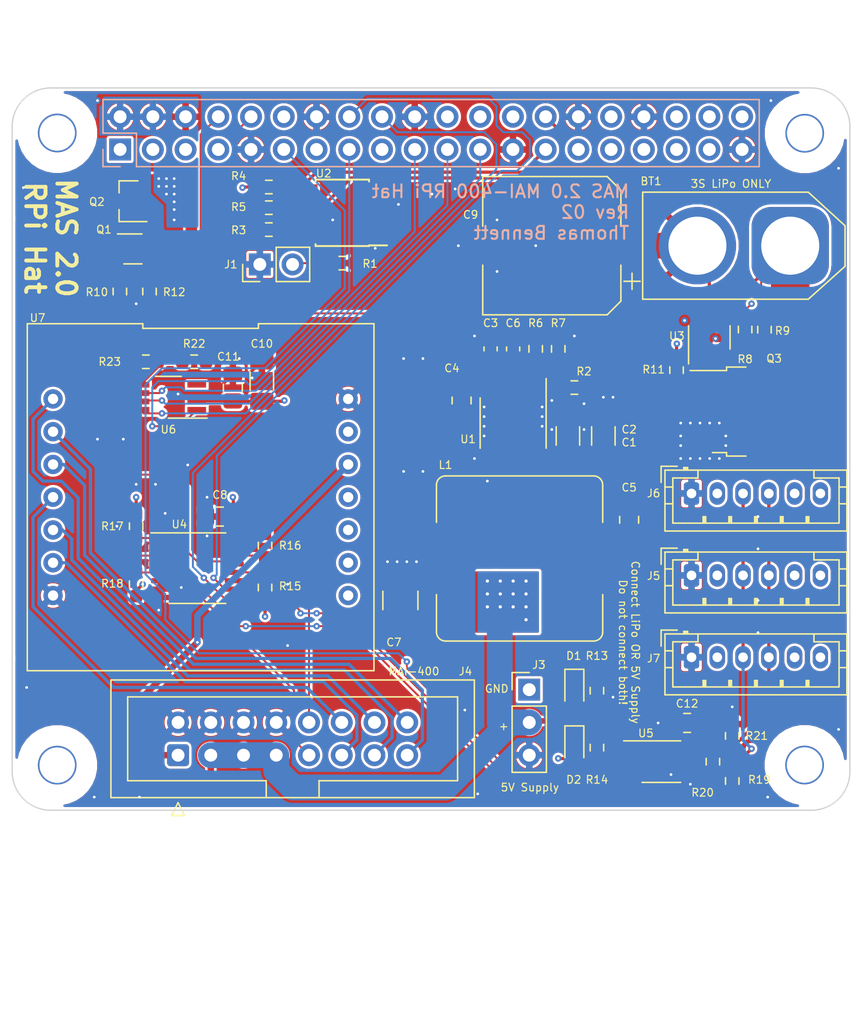
<source format=kicad_pcb>
(kicad_pcb (version 20171130) (host pcbnew "(5.1.10)-1")

  (general
    (thickness 1.6)
    (drawings 59)
    (tracks 508)
    (zones 0)
    (modules 60)
    (nets 80)
  )

  (page A4)
  (layers
    (0 F.Cu signal)
    (1 In1.Cu signal)
    (2 In2.Cu signal)
    (31 B.Cu signal)
    (32 B.Adhes user)
    (33 F.Adhes user)
    (34 B.Paste user)
    (35 F.Paste user)
    (36 B.SilkS user)
    (37 F.SilkS user)
    (38 B.Mask user)
    (39 F.Mask user)
    (40 Dwgs.User user)
    (41 Cmts.User user)
    (42 Eco1.User user)
    (43 Eco2.User user)
    (44 Edge.Cuts user)
    (45 Margin user)
    (46 B.CrtYd user)
    (47 F.CrtYd user)
    (48 B.Fab user)
    (49 F.Fab user)
  )

  (setup
    (last_trace_width 0.15)
    (user_trace_width 0.15)
    (user_trace_width 0.2)
    (user_trace_width 0.25)
    (user_trace_width 0.4)
    (user_trace_width 0.5)
    (user_trace_width 0.6)
    (user_trace_width 1)
    (user_trace_width 2)
    (trace_clearance 0.2)
    (zone_clearance 0.2)
    (zone_45_only yes)
    (trace_min 0.127)
    (via_size 0.5)
    (via_drill 0.21)
    (via_min_size 0.4572)
    (via_min_drill 0.2032)
    (user_via 0.6 0.25)
    (uvia_size 0.3)
    (uvia_drill 0.1)
    (uvias_allowed no)
    (uvia_min_size 0.2)
    (uvia_min_drill 0.1)
    (edge_width 0.15)
    (segment_width 0.15)
    (pcb_text_width 0.3)
    (pcb_text_size 1.5 1.5)
    (mod_edge_width 0.15)
    (mod_text_size 0.6 0.6)
    (mod_text_width 0.09)
    (pad_size 1.524 1.524)
    (pad_drill 0.762)
    (pad_to_mask_clearance 0.1)
    (aux_axis_origin 0 0)
    (grid_origin 86.916356 63.047611)
    (visible_elements 7FFFFE3F)
    (pcbplotparams
      (layerselection 0x010f0_ffffffff)
      (usegerberextensions true)
      (usegerberattributes false)
      (usegerberadvancedattributes false)
      (creategerberjobfile false)
      (excludeedgelayer false)
      (linewidth 0.100000)
      (plotframeref false)
      (viasonmask false)
      (mode 1)
      (useauxorigin false)
      (hpglpennumber 1)
      (hpglpenspeed 20)
      (hpglpendiameter 15.000000)
      (psnegative false)
      (psa4output false)
      (plotreference true)
      (plotvalue false)
      (plotinvisibletext false)
      (padsonsilk true)
      (subtractmaskfromsilk true)
      (outputformat 1)
      (mirror false)
      (drillshape 0)
      (scaleselection 1)
      (outputdirectory "prod"))
  )

  (net 0 "")
  (net 1 GND)
  (net 2 /ID_SD_EEPROM)
  (net 3 /ID_SC_EEPROM)
  (net 4 "Net-(Q1-Pad1)")
  (net 5 /P5V_HAT)
  (net 6 +BATT)
  (net 7 "Net-(C4-Pad1)")
  (net 8 +5V)
  (net 9 /SCLK1)
  (net 10 /GPIO26)
  (net 11 /MOSI1)
  (net 12 /MISO1)
  (net 13 /GPIO16)
  (net 14 /PWM2)
  (net 15 /PWM1)
  (net 16 /GPIO6)
  (net 17 /GPIO7)
  (net 18 /GPIO5)
  (net 19 /GPIO8)
  (net 20 /SCLK0)
  (net 21 /GPIO25)
  (net 22 /MISO0)
  (net 23 /MOSI0)
  (net 24 /GPIO22)
  (net 25 /GPIO18)
  (net 26 /GPIO27)
  (net 27 /RPi_RX)
  (net 28 /GPIO4)
  (net 29 /RPi_TX)
  (net 30 /SCL1)
  (net 31 /SDA1)
  (net 32 +3V3)
  (net 33 /M1_B)
  (net 34 /M1_A)
  (net 35 /RTS)
  (net 36 "Net-(J5-Pad6)")
  (net 37 "Net-(J5-Pad5)")
  (net 38 "Net-(J6-Pad6)")
  (net 39 "Net-(J6-Pad5)")
  (net 40 -BATT)
  (net 41 "Net-(D1-Pad1)")
  (net 42 "Net-(D2-Pad1)")
  (net 43 /MUX_A)
  (net 44 /MUX_B)
  (net 45 /MAI_MOSI)
  (net 46 /MAG_DRDY)
  (net 47 /MAG_SS)
  (net 48 /MAI_TTL_RX)
  (net 49 /MAI_MISO)
  (net 50 /MAI_SCK)
  (net 51 /MAG_CLEAR)
  (net 52 /MAI_TTL_TX)
  (net 53 /MAI_3V3)
  (net 54 "Net-(Q3-Pad1)")
  (net 55 /Motor_TX)
  (net 56 /Motor_RX)
  (net 57 "Net-(U6-Pad4)")
  (net 58 "Net-(U7-Pad10)")
  (net 59 "Net-(J1-Pad2)")
  (net 60 "Net-(J2-Pad17)")
  (net 61 "Net-(J3-Pad1)")
  (net 62 "Net-(J7-Pad6)")
  (net 63 "Net-(J7-Pad5)")
  (net 64 "Net-(U4-Pad15)")
  (net 65 "Net-(U4-Pad11)")
  (net 66 "Net-(U4-Pad4)")
  (net 67 "Net-(U4-Pad2)")
  (net 68 "Net-(U7-Pad8)")
  (net 69 "Net-(U7-Pad9)")
  (net 70 "Net-(U7-Pad11)")
  (net 71 "Net-(U7-Pad13)")
  (net 72 "Net-(C3-Pad1)")
  (net 73 "Net-(C5-Pad2)")
  (net 74 "Net-(C5-Pad1)")
  (net 75 "Net-(C6-Pad2)")
  (net 76 "Net-(Q1-Pad5)")
  (net 77 "Net-(R2-Pad2)")
  (net 78 "Net-(R8-Pad2)")
  (net 79 "Net-(R22-Pad2)")

  (net_class Default "This is the default net class."
    (clearance 0.2)
    (trace_width 0.15)
    (via_dia 0.5)
    (via_drill 0.21)
    (uvia_dia 0.3)
    (uvia_drill 0.1)
    (add_net +3V3)
    (add_net +5V)
    (add_net +BATT)
    (add_net -BATT)
    (add_net /GPIO16)
    (add_net /GPIO18)
    (add_net /GPIO22)
    (add_net /GPIO25)
    (add_net /GPIO26)
    (add_net /GPIO27)
    (add_net /GPIO4)
    (add_net /GPIO5)
    (add_net /GPIO6)
    (add_net /GPIO7)
    (add_net /GPIO8)
    (add_net /ID_SC_EEPROM)
    (add_net /ID_SD_EEPROM)
    (add_net /M1_A)
    (add_net /M1_B)
    (add_net /MAG_CLEAR)
    (add_net /MAG_DRDY)
    (add_net /MAG_SS)
    (add_net /MAI_3V3)
    (add_net /MAI_MISO)
    (add_net /MAI_MOSI)
    (add_net /MAI_SCK)
    (add_net /MAI_TTL_RX)
    (add_net /MAI_TTL_TX)
    (add_net /MISO0)
    (add_net /MISO1)
    (add_net /MOSI0)
    (add_net /MOSI1)
    (add_net /MUX_A)
    (add_net /MUX_B)
    (add_net /Motor_RX)
    (add_net /Motor_TX)
    (add_net /P5V_HAT)
    (add_net /PWM1)
    (add_net /PWM2)
    (add_net /RPi_RX)
    (add_net /RPi_TX)
    (add_net /RTS)
    (add_net /SCL1)
    (add_net /SCLK0)
    (add_net /SCLK1)
    (add_net /SDA1)
    (add_net GND)
    (add_net "Net-(C3-Pad1)")
    (add_net "Net-(C4-Pad1)")
    (add_net "Net-(C5-Pad1)")
    (add_net "Net-(C5-Pad2)")
    (add_net "Net-(C6-Pad2)")
    (add_net "Net-(D1-Pad1)")
    (add_net "Net-(D2-Pad1)")
    (add_net "Net-(J1-Pad2)")
    (add_net "Net-(J2-Pad17)")
    (add_net "Net-(J3-Pad1)")
    (add_net "Net-(J5-Pad5)")
    (add_net "Net-(J5-Pad6)")
    (add_net "Net-(J6-Pad5)")
    (add_net "Net-(J6-Pad6)")
    (add_net "Net-(J7-Pad5)")
    (add_net "Net-(J7-Pad6)")
    (add_net "Net-(Q1-Pad1)")
    (add_net "Net-(Q1-Pad5)")
    (add_net "Net-(Q3-Pad1)")
    (add_net "Net-(R2-Pad2)")
    (add_net "Net-(R22-Pad2)")
    (add_net "Net-(R8-Pad2)")
    (add_net "Net-(U4-Pad11)")
    (add_net "Net-(U4-Pad15)")
    (add_net "Net-(U4-Pad2)")
    (add_net "Net-(U4-Pad4)")
    (add_net "Net-(U6-Pad4)")
    (add_net "Net-(U7-Pad10)")
    (add_net "Net-(U7-Pad11)")
    (add_net "Net-(U7-Pad13)")
    (add_net "Net-(U7-Pad8)")
    (add_net "Net-(U7-Pad9)")
  )

  (module Package_TO_SOT_SMD:TO-252-2 (layer F.Cu) (tedit 5A70A390) (tstamp 60A3B1C9)
    (at 136.446356 85.907611)
    (descr "TO-252 / DPAK SMD package, http://www.infineon.com/cms/en/product/packages/PG-TO252/PG-TO252-3-1/")
    (tags "DPAK TO-252 DPAK-3 TO-252-3 SOT-428")
    (path /60B5A533)
    (attr smd)
    (fp_text reference Q3 (at 1.22 -4.11) (layer F.SilkS)
      (effects (font (size 0.6 0.6) (thickness 0.09)))
    )
    (fp_text value Q_NMOS_GDS (at 0 4.5) (layer F.Fab)
      (effects (font (size 1 1) (thickness 0.15)))
    )
    (fp_text user %R (at 0 0) (layer F.Fab)
      (effects (font (size 1 1) (thickness 0.15)))
    )
    (fp_line (start 3.95 -2.7) (end 4.95 -2.7) (layer F.Fab) (width 0.1))
    (fp_line (start 4.95 -2.7) (end 4.95 2.7) (layer F.Fab) (width 0.1))
    (fp_line (start 4.95 2.7) (end 3.95 2.7) (layer F.Fab) (width 0.1))
    (fp_line (start 3.95 -3.25) (end 3.95 3.25) (layer F.Fab) (width 0.1))
    (fp_line (start 3.95 3.25) (end -2.27 3.25) (layer F.Fab) (width 0.1))
    (fp_line (start -2.27 3.25) (end -2.27 -2.25) (layer F.Fab) (width 0.1))
    (fp_line (start -2.27 -2.25) (end -1.27 -3.25) (layer F.Fab) (width 0.1))
    (fp_line (start -1.27 -3.25) (end 3.95 -3.25) (layer F.Fab) (width 0.1))
    (fp_line (start -1.865 -2.655) (end -4.97 -2.655) (layer F.Fab) (width 0.1))
    (fp_line (start -4.97 -2.655) (end -4.97 -1.905) (layer F.Fab) (width 0.1))
    (fp_line (start -4.97 -1.905) (end -2.27 -1.905) (layer F.Fab) (width 0.1))
    (fp_line (start -2.27 1.905) (end -4.97 1.905) (layer F.Fab) (width 0.1))
    (fp_line (start -4.97 1.905) (end -4.97 2.655) (layer F.Fab) (width 0.1))
    (fp_line (start -4.97 2.655) (end -2.27 2.655) (layer F.Fab) (width 0.1))
    (fp_line (start -0.97 -3.45) (end -2.47 -3.45) (layer F.SilkS) (width 0.12))
    (fp_line (start -2.47 -3.45) (end -2.47 -3.18) (layer F.SilkS) (width 0.12))
    (fp_line (start -2.47 -3.18) (end -5.3 -3.18) (layer F.SilkS) (width 0.12))
    (fp_line (start -0.97 3.45) (end -2.47 3.45) (layer F.SilkS) (width 0.12))
    (fp_line (start -2.47 3.45) (end -2.47 3.18) (layer F.SilkS) (width 0.12))
    (fp_line (start -2.47 3.18) (end -3.57 3.18) (layer F.SilkS) (width 0.12))
    (fp_line (start -5.55 -3.5) (end -5.55 3.5) (layer F.CrtYd) (width 0.05))
    (fp_line (start -5.55 3.5) (end 5.55 3.5) (layer F.CrtYd) (width 0.05))
    (fp_line (start 5.55 3.5) (end 5.55 -3.5) (layer F.CrtYd) (width 0.05))
    (fp_line (start 5.55 -3.5) (end -5.55 -3.5) (layer F.CrtYd) (width 0.05))
    (pad "" smd rect (at 0.425 1.525) (size 3.05 2.75) (layers F.Paste))
    (pad "" smd rect (at 3.775 -1.525) (size 3.05 2.75) (layers F.Paste))
    (pad "" smd rect (at 0.425 -1.525) (size 3.05 2.75) (layers F.Paste))
    (pad "" smd rect (at 3.775 1.525) (size 3.05 2.75) (layers F.Paste))
    (pad 2 smd rect (at 2.1 0) (size 6.4 5.8) (layers F.Cu F.Mask)
      (net 40 -BATT))
    (pad 3 smd rect (at -4.2 2.28) (size 2.2 1.2) (layers F.Cu F.Paste F.Mask)
      (net 1 GND))
    (pad 1 smd rect (at -4.2 -2.28) (size 2.2 1.2) (layers F.Cu F.Paste F.Mask)
      (net 54 "Net-(Q3-Pad1)"))
    (model ${KISYS3DMOD}/Package_TO_SOT_SMD.3dshapes/TO-252-2.wrl
      (at (xyz 0 0 0))
      (scale (xyz 1 1 1))
      (rotate (xyz 0 0 0))
    )
  )

  (module Package_SO:HSOP-8-1EP_3.9x4.9mm_P1.27mm_EP2.41x3.1mm (layer F.Cu) (tedit 5DC5FE74) (tstamp 60BEDC7F)
    (at 117.416356 86.797611 270)
    (descr "HSOP, 8 Pin (https://www.st.com/resource/en/datasheet/l5973d.pdf), generated with kicad-footprint-generator ipc_gullwing_generator.py")
    (tags "HSOP SO")
    (path /60C2DFC3)
    (attr smd)
    (fp_text reference U1 (at 1.25 3.5 180) (layer F.SilkS)
      (effects (font (size 0.6 0.6) (thickness 0.09)))
    )
    (fp_text value TPS54528 (at 0 3.4 90) (layer F.Fab)
      (effects (font (size 1 1) (thickness 0.15)))
    )
    (fp_text user %R (at 0 0 90) (layer F.Fab)
      (effects (font (size 1 1) (thickness 0.15)))
    )
    (fp_line (start 0 2.56) (end 1.95 2.56) (layer F.SilkS) (width 0.12))
    (fp_line (start 0 2.56) (end -1.95 2.56) (layer F.SilkS) (width 0.12))
    (fp_line (start 0 -2.56) (end 1.95 -2.56) (layer F.SilkS) (width 0.12))
    (fp_line (start 0 -2.56) (end -3.45 -2.56) (layer F.SilkS) (width 0.12))
    (fp_line (start -0.975 -2.45) (end 1.95 -2.45) (layer F.Fab) (width 0.1))
    (fp_line (start 1.95 -2.45) (end 1.95 2.45) (layer F.Fab) (width 0.1))
    (fp_line (start 1.95 2.45) (end -1.95 2.45) (layer F.Fab) (width 0.1))
    (fp_line (start -1.95 2.45) (end -1.95 -1.475) (layer F.Fab) (width 0.1))
    (fp_line (start -1.95 -1.475) (end -0.975 -2.45) (layer F.Fab) (width 0.1))
    (fp_line (start -3.7 -2.7) (end -3.7 2.7) (layer F.CrtYd) (width 0.05))
    (fp_line (start -3.7 2.7) (end 3.7 2.7) (layer F.CrtYd) (width 0.05))
    (fp_line (start 3.7 2.7) (end 3.7 -2.7) (layer F.CrtYd) (width 0.05))
    (fp_line (start 3.7 -2.7) (end -3.7 -2.7) (layer F.CrtYd) (width 0.05))
    (pad "" smd roundrect (at 0.6 0.775 270) (size 0.97 1.25) (layers F.Paste) (roundrect_rratio 0.25))
    (pad "" smd roundrect (at 0.6 -0.775 270) (size 0.97 1.25) (layers F.Paste) (roundrect_rratio 0.25))
    (pad "" smd roundrect (at -0.6 0.775 270) (size 0.97 1.25) (layers F.Paste) (roundrect_rratio 0.25))
    (pad "" smd roundrect (at -0.6 -0.775 270) (size 0.97 1.25) (layers F.Paste) (roundrect_rratio 0.25))
    (pad 9 smd rect (at 0 0 270) (size 2.41 3.1) (layers F.Cu F.Mask)
      (net 1 GND))
    (pad 8 smd roundrect (at 2.65 -1.905 270) (size 1.6 0.6) (layers F.Cu F.Paste F.Mask) (roundrect_rratio 0.25)
      (net 6 +BATT))
    (pad 7 smd roundrect (at 2.65 -0.635 270) (size 1.6 0.6) (layers F.Cu F.Paste F.Mask) (roundrect_rratio 0.25)
      (net 74 "Net-(C5-Pad1)"))
    (pad 6 smd roundrect (at 2.65 0.635 270) (size 1.6 0.6) (layers F.Cu F.Paste F.Mask) (roundrect_rratio 0.25)
      (net 73 "Net-(C5-Pad2)"))
    (pad 5 smd roundrect (at 2.65 1.905 270) (size 1.6 0.6) (layers F.Cu F.Paste F.Mask) (roundrect_rratio 0.25)
      (net 1 GND))
    (pad 4 smd roundrect (at -2.65 1.905 270) (size 1.6 0.6) (layers F.Cu F.Paste F.Mask) (roundrect_rratio 0.25)
      (net 7 "Net-(C4-Pad1)"))
    (pad 3 smd roundrect (at -2.65 0.635 270) (size 1.6 0.6) (layers F.Cu F.Paste F.Mask) (roundrect_rratio 0.25)
      (net 72 "Net-(C3-Pad1)"))
    (pad 2 smd roundrect (at -2.65 -0.635 270) (size 1.6 0.6) (layers F.Cu F.Paste F.Mask) (roundrect_rratio 0.25)
      (net 75 "Net-(C6-Pad2)"))
    (pad 1 smd roundrect (at -2.65 -1.905 270) (size 1.6 0.6) (layers F.Cu F.Paste F.Mask) (roundrect_rratio 0.25)
      (net 77 "Net-(R2-Pad2)"))
    (model ${KISYS3DMOD}/Package_SO.3dshapes/HSOP-8-1EP_3.9x4.9mm_P1.27mm_EP2.41x3.1mm.wrl
      (at (xyz 0 0 0))
      (scale (xyz 1 1 1))
      (rotate (xyz 0 0 0))
    )
  )

  (module Resistor_SMD:R_0603_1608Metric_Pad0.98x0.95mm_HandSolder (layer F.Cu) (tedit 5F68FEEE) (tstamp 60BEDB60)
    (at 120.916356 81.047611 90)
    (descr "Resistor SMD 0603 (1608 Metric), square (rectangular) end terminal, IPC_7351 nominal with elongated pad for handsoldering. (Body size source: IPC-SM-782 page 72, https://www.pcb-3d.com/wordpress/wp-content/uploads/ipc-sm-782a_amendment_1_and_2.pdf), generated with kicad-footprint-generator")
    (tags "resistor handsolder")
    (path /60C6285A)
    (attr smd)
    (fp_text reference R7 (at 2 0 180) (layer F.SilkS)
      (effects (font (size 0.6 0.6) (thickness 0.09)))
    )
    (fp_text value 22.1K (at 0 1.43 90) (layer F.Fab)
      (effects (font (size 1 1) (thickness 0.15)))
    )
    (fp_text user %R (at 0 0 90) (layer F.Fab)
      (effects (font (size 1 1) (thickness 0.15)))
    )
    (fp_line (start -0.8 0.4125) (end -0.8 -0.4125) (layer F.Fab) (width 0.1))
    (fp_line (start -0.8 -0.4125) (end 0.8 -0.4125) (layer F.Fab) (width 0.1))
    (fp_line (start 0.8 -0.4125) (end 0.8 0.4125) (layer F.Fab) (width 0.1))
    (fp_line (start 0.8 0.4125) (end -0.8 0.4125) (layer F.Fab) (width 0.1))
    (fp_line (start -0.254724 -0.5225) (end 0.254724 -0.5225) (layer F.SilkS) (width 0.12))
    (fp_line (start -0.254724 0.5225) (end 0.254724 0.5225) (layer F.SilkS) (width 0.12))
    (fp_line (start -1.65 0.73) (end -1.65 -0.73) (layer F.CrtYd) (width 0.05))
    (fp_line (start -1.65 -0.73) (end 1.65 -0.73) (layer F.CrtYd) (width 0.05))
    (fp_line (start 1.65 -0.73) (end 1.65 0.73) (layer F.CrtYd) (width 0.05))
    (fp_line (start 1.65 0.73) (end -1.65 0.73) (layer F.CrtYd) (width 0.05))
    (pad 2 smd roundrect (at 0.9125 0 90) (size 0.975 0.95) (layers F.Cu F.Paste F.Mask) (roundrect_rratio 0.25)
      (net 1 GND))
    (pad 1 smd roundrect (at -0.9125 0 90) (size 0.975 0.95) (layers F.Cu F.Paste F.Mask) (roundrect_rratio 0.25)
      (net 75 "Net-(C6-Pad2)"))
    (model ${KISYS3DMOD}/Resistor_SMD.3dshapes/R_0603_1608Metric.wrl
      (at (xyz 0 0 0))
      (scale (xyz 1 1 1))
      (rotate (xyz 0 0 0))
    )
  )

  (module Resistor_SMD:R_0603_1608Metric_Pad0.98x0.95mm_HandSolder (layer F.Cu) (tedit 5F68FEEE) (tstamp 60BEDB4F)
    (at 119.166356 81.047611 270)
    (descr "Resistor SMD 0603 (1608 Metric), square (rectangular) end terminal, IPC_7351 nominal with elongated pad for handsoldering. (Body size source: IPC-SM-782 page 72, https://www.pcb-3d.com/wordpress/wp-content/uploads/ipc-sm-782a_amendment_1_and_2.pdf), generated with kicad-footprint-generator")
    (tags "resistor handsolder")
    (path /60C639BF)
    (attr smd)
    (fp_text reference R6 (at -2 0 180) (layer F.SilkS)
      (effects (font (size 0.6 0.6) (thickness 0.09)))
    )
    (fp_text value 121k (at 0 1.43 90) (layer F.Fab)
      (effects (font (size 1 1) (thickness 0.15)))
    )
    (fp_text user %R (at 0 0 90) (layer F.Fab)
      (effects (font (size 1 1) (thickness 0.15)))
    )
    (fp_line (start -0.8 0.4125) (end -0.8 -0.4125) (layer F.Fab) (width 0.1))
    (fp_line (start -0.8 -0.4125) (end 0.8 -0.4125) (layer F.Fab) (width 0.1))
    (fp_line (start 0.8 -0.4125) (end 0.8 0.4125) (layer F.Fab) (width 0.1))
    (fp_line (start 0.8 0.4125) (end -0.8 0.4125) (layer F.Fab) (width 0.1))
    (fp_line (start -0.254724 -0.5225) (end 0.254724 -0.5225) (layer F.SilkS) (width 0.12))
    (fp_line (start -0.254724 0.5225) (end 0.254724 0.5225) (layer F.SilkS) (width 0.12))
    (fp_line (start -1.65 0.73) (end -1.65 -0.73) (layer F.CrtYd) (width 0.05))
    (fp_line (start -1.65 -0.73) (end 1.65 -0.73) (layer F.CrtYd) (width 0.05))
    (fp_line (start 1.65 -0.73) (end 1.65 0.73) (layer F.CrtYd) (width 0.05))
    (fp_line (start 1.65 0.73) (end -1.65 0.73) (layer F.CrtYd) (width 0.05))
    (pad 2 smd roundrect (at 0.9125 0 270) (size 0.975 0.95) (layers F.Cu F.Paste F.Mask) (roundrect_rratio 0.25)
      (net 75 "Net-(C6-Pad2)"))
    (pad 1 smd roundrect (at -0.9125 0 270) (size 0.975 0.95) (layers F.Cu F.Paste F.Mask) (roundrect_rratio 0.25)
      (net 8 +5V))
    (model ${KISYS3DMOD}/Resistor_SMD.3dshapes/R_0603_1608Metric.wrl
      (at (xyz 0 0 0))
      (scale (xyz 1 1 1))
      (rotate (xyz 0 0 0))
    )
  )

  (module Resistor_SMD:R_0603_1608Metric_Pad0.98x0.95mm_HandSolder (layer F.Cu) (tedit 5F68FEEE) (tstamp 60BEDB0E)
    (at 122.166356 84.047611 180)
    (descr "Resistor SMD 0603 (1608 Metric), square (rectangular) end terminal, IPC_7351 nominal with elongated pad for handsoldering. (Body size source: IPC-SM-782 page 72, https://www.pcb-3d.com/wordpress/wp-content/uploads/ipc-sm-782a_amendment_1_and_2.pdf), generated with kicad-footprint-generator")
    (tags "resistor handsolder")
    (path /60D854B8)
    (attr smd)
    (fp_text reference R2 (at -0.75 1.25) (layer F.SilkS)
      (effects (font (size 0.6 0.6) (thickness 0.09)))
    )
    (fp_text value 10K (at 0 1.43) (layer F.Fab)
      (effects (font (size 1 1) (thickness 0.15)))
    )
    (fp_text user %R (at 0 0) (layer F.Fab)
      (effects (font (size 1 1) (thickness 0.15)))
    )
    (fp_line (start -0.8 0.4125) (end -0.8 -0.4125) (layer F.Fab) (width 0.1))
    (fp_line (start -0.8 -0.4125) (end 0.8 -0.4125) (layer F.Fab) (width 0.1))
    (fp_line (start 0.8 -0.4125) (end 0.8 0.4125) (layer F.Fab) (width 0.1))
    (fp_line (start 0.8 0.4125) (end -0.8 0.4125) (layer F.Fab) (width 0.1))
    (fp_line (start -0.254724 -0.5225) (end 0.254724 -0.5225) (layer F.SilkS) (width 0.12))
    (fp_line (start -0.254724 0.5225) (end 0.254724 0.5225) (layer F.SilkS) (width 0.12))
    (fp_line (start -1.65 0.73) (end -1.65 -0.73) (layer F.CrtYd) (width 0.05))
    (fp_line (start -1.65 -0.73) (end 1.65 -0.73) (layer F.CrtYd) (width 0.05))
    (fp_line (start 1.65 -0.73) (end 1.65 0.73) (layer F.CrtYd) (width 0.05))
    (fp_line (start 1.65 0.73) (end -1.65 0.73) (layer F.CrtYd) (width 0.05))
    (pad 2 smd roundrect (at 0.9125 0 180) (size 0.975 0.95) (layers F.Cu F.Paste F.Mask) (roundrect_rratio 0.25)
      (net 77 "Net-(R2-Pad2)"))
    (pad 1 smd roundrect (at -0.9125 0 180) (size 0.975 0.95) (layers F.Cu F.Paste F.Mask) (roundrect_rratio 0.25)
      (net 6 +BATT))
    (model ${KISYS3DMOD}/Resistor_SMD.3dshapes/R_0603_1608Metric.wrl
      (at (xyz 0 0 0))
      (scale (xyz 1 1 1))
      (rotate (xyz 0 0 0))
    )
  )

  (module Package_TO_SOT_SMD:SOT-363_SC-70-6_Handsoldering (layer F.Cu) (tedit 5A02FF57) (tstamp 60BEDAA2)
    (at 87.916356 73.297611)
    (descr "SOT-363, SC-70-6, Handsoldering")
    (tags "SOT-363 SC-70-6 Handsoldering")
    (path /60C0828E)
    (attr smd)
    (fp_text reference Q1 (at -2.25 -1.5) (layer F.SilkS)
      (effects (font (size 0.6 0.6) (thickness 0.09)))
    )
    (fp_text value DMMT3906W (at 0 2 180) (layer F.Fab)
      (effects (font (size 1 1) (thickness 0.15)))
    )
    (fp_text user %R (at 0 0 90) (layer F.Fab)
      (effects (font (size 1 1) (thickness 0.15)))
    )
    (fp_line (start -2.4 1.4) (end 2.4 1.4) (layer F.CrtYd) (width 0.05))
    (fp_line (start 0.7 -1.16) (end -1.2 -1.16) (layer F.SilkS) (width 0.12))
    (fp_line (start -0.7 1.16) (end 0.7 1.16) (layer F.SilkS) (width 0.12))
    (fp_line (start 2.4 1.4) (end 2.4 -1.4) (layer F.CrtYd) (width 0.05))
    (fp_line (start -2.4 -1.4) (end -2.4 1.4) (layer F.CrtYd) (width 0.05))
    (fp_line (start -2.4 -1.4) (end 2.4 -1.4) (layer F.CrtYd) (width 0.05))
    (fp_line (start 0.675 -1.1) (end -0.175 -1.1) (layer F.Fab) (width 0.1))
    (fp_line (start -0.675 -0.6) (end -0.675 1.1) (layer F.Fab) (width 0.1))
    (fp_line (start 0.675 -1.1) (end 0.675 1.1) (layer F.Fab) (width 0.1))
    (fp_line (start 0.675 1.1) (end -0.675 1.1) (layer F.Fab) (width 0.1))
    (fp_line (start -0.175 -1.1) (end -0.675 -0.6) (layer F.Fab) (width 0.1))
    (pad 6 smd rect (at 1.33 -0.65) (size 1.5 0.4) (layers F.Cu F.Paste F.Mask)
      (net 5 /P5V_HAT))
    (pad 5 smd rect (at 1.33 0) (size 1.5 0.4) (layers F.Cu F.Paste F.Mask)
      (net 76 "Net-(Q1-Pad5)"))
    (pad 4 smd rect (at 1.33 0.65) (size 1.5 0.4) (layers F.Cu F.Paste F.Mask)
      (net 8 +5V))
    (pad 3 smd rect (at -1.33 0.65) (size 1.5 0.4) (layers F.Cu F.Paste F.Mask)
      (net 4 "Net-(Q1-Pad1)"))
    (pad 2 smd rect (at -1.33 0) (size 1.5 0.4) (layers F.Cu F.Paste F.Mask)
      (net 4 "Net-(Q1-Pad1)"))
    (pad 1 smd rect (at -1.33 -0.65) (size 1.5 0.4) (layers F.Cu F.Paste F.Mask)
      (net 4 "Net-(Q1-Pad1)"))
    (model ${KISYS3DMOD}/Package_TO_SOT_SMD.3dshapes/SOT-363_SC-70-6.wrl
      (at (xyz 0 0 0))
      (scale (xyz 1 1 1))
      (rotate (xyz 0 0 0))
    )
  )

  (module Inductor_SMD:L_Bourns_SRP1245A (layer F.Cu) (tedit 5AD32382) (tstamp 60BEDA8C)
    (at 117.916356 97.297611 180)
    (descr "Bourns SRP1245A series SMD inductor http://www.bourns.com/docs/Product-Datasheets/SRP1245A.pdf")
    (tags "Bourns SRP1245A SMD inductor")
    (path /60C2FA5E)
    (attr smd)
    (fp_text reference L1 (at 5.75 7.25) (layer F.SilkS)
      (effects (font (size 0.6 0.6) (thickness 0.09)))
    )
    (fp_text value 3.3u (at 0 7.4) (layer F.Fab)
      (effects (font (size 1 1) (thickness 0.15)))
    )
    (fp_text user %R (at 0 0) (layer F.Fab)
      (effects (font (size 1 1) (thickness 0.15)))
    )
    (fp_arc (start -5.75 -5.7) (end -5.75 -6.25) (angle -90) (layer F.Fab) (width 0.1))
    (fp_arc (start 5.75 -5.7) (end 6.3 -5.7) (angle -90) (layer F.Fab) (width 0.1))
    (fp_arc (start 5.75 5.7) (end 5.75 6.25) (angle -90) (layer F.Fab) (width 0.1))
    (fp_arc (start -5.75 5.7) (end -6.3 5.7) (angle -90) (layer F.Fab) (width 0.1))
    (fp_arc (start -5.75 -5.7) (end -5.75 -6.4) (angle -90) (layer F.SilkS) (width 0.12))
    (fp_arc (start -5.75 5.7) (end -6.45 5.7) (angle -90) (layer F.SilkS) (width 0.12))
    (fp_arc (start 5.75 5.7) (end 5.75 6.4) (angle -90) (layer F.SilkS) (width 0.12))
    (fp_arc (start 5.75 -5.7) (end 6.45 -5.7) (angle -90) (layer F.SilkS) (width 0.12))
    (fp_arc (start -5.75 -5.7) (end -5.75 -6.5) (angle -90) (layer F.CrtYd) (width 0.05))
    (fp_arc (start -5.75 5.7) (end -6.55 5.7) (angle -90) (layer F.CrtYd) (width 0.05))
    (fp_arc (start 5.75 5.7) (end 5.75 6.5) (angle -90) (layer F.CrtYd) (width 0.05))
    (fp_arc (start 5.75 -5.7) (end 6.55 -5.7) (angle -90) (layer F.CrtYd) (width 0.05))
    (fp_line (start 6.45 2.8) (end 6.45 5.7) (layer F.SilkS) (width 0.12))
    (fp_line (start -6.45 2.8) (end -6.45 5.7) (layer F.SilkS) (width 0.12))
    (fp_line (start 5.75 6.5) (end -5.75 6.5) (layer F.CrtYd) (width 0.05))
    (fp_line (start -5.75 -6.5) (end 5.75 -6.5) (layer F.CrtYd) (width 0.05))
    (fp_line (start 6.45 -5.7) (end 6.45 -2.8) (layer F.SilkS) (width 0.12))
    (fp_line (start 5.75 6.4) (end -5.75 6.4) (layer F.SilkS) (width 0.12))
    (fp_line (start -6.45 -5.75) (end -6.45 -2.8) (layer F.SilkS) (width 0.12))
    (fp_line (start -5.75 -6.4) (end 5.75 -6.4) (layer F.SilkS) (width 0.12))
    (fp_line (start 6.3 -5.7) (end 6.3 5.7) (layer F.Fab) (width 0.1))
    (fp_line (start 5.75 6.25) (end -5.75 6.25) (layer F.Fab) (width 0.1))
    (fp_line (start -6.3 -5.75) (end -6.3 5.7) (layer F.Fab) (width 0.1))
    (fp_line (start -5.75 -6.25) (end 5.75 -6.25) (layer F.Fab) (width 0.1))
    (fp_line (start 7.35 2.75) (end 6.55 2.75) (layer F.CrtYd) (width 0.05))
    (fp_line (start 7.35 -2.75) (end 6.55 -2.75) (layer F.CrtYd) (width 0.05))
    (fp_line (start 7.35 -2.75) (end 7.35 2.75) (layer F.CrtYd) (width 0.05))
    (fp_line (start 6.55 -5.7) (end 6.55 -2.75) (layer F.CrtYd) (width 0.05))
    (fp_line (start 6.55 2.75) (end 6.55 5.7) (layer F.CrtYd) (width 0.05))
    (fp_line (start -7.35 2.75) (end -7.35 -2.75) (layer F.CrtYd) (width 0.05))
    (fp_line (start -7.35 2.75) (end -6.55 2.75) (layer F.CrtYd) (width 0.05))
    (fp_line (start -6.55 -2.75) (end -6.55 -5.7) (layer F.CrtYd) (width 0.05))
    (fp_line (start -6.55 5.7) (end -6.55 2.75) (layer F.CrtYd) (width 0.05))
    (fp_line (start -7.35 -2.75) (end -6.55 -2.75) (layer F.CrtYd) (width 0.05))
    (pad 2 smd rect (at 5.55 0 180) (size 3.1 5) (layers F.Cu F.Paste F.Mask)
      (net 8 +5V))
    (pad 1 smd rect (at -5.55 0 180) (size 3.1 5) (layers F.Cu F.Paste F.Mask)
      (net 73 "Net-(C5-Pad2)"))
    (model ${KISYS3DMOD}/Inductor_SMD.3dshapes/L_Bourns_SRP1245A.wrl
      (at (xyz 0 0 0))
      (scale (xyz 1 1 1))
      (rotate (xyz 0 0 0))
    )
  )

  (module Capacitor_SMD:C_0805_2012Metric_Pad1.18x1.45mm_HandSolder (layer F.Cu) (tedit 5F68FEEF) (tstamp 60598A36)
    (at 130.916356 110.047611 180)
    (descr "Capacitor SMD 0805 (2012 Metric), square (rectangular) end terminal, IPC_7351 nominal with elongated pad for handsoldering. (Body size source: IPC-SM-782 page 76, https://www.pcb-3d.com/wordpress/wp-content/uploads/ipc-sm-782a_amendment_1_and_2.pdf, https://docs.google.com/spreadsheets/d/1BsfQQcO9C6DZCsRaXUlFlo91Tg2WpOkGARC1WS5S8t0/edit?usp=sharing), generated with kicad-footprint-generator")
    (tags "capacitor handsolder")
    (path /6083F5D5)
    (attr smd)
    (fp_text reference C12 (at 0 1.5) (layer F.SilkS)
      (effects (font (size 0.6 0.6) (thickness 0.09)))
    )
    (fp_text value 100n (at 0 1.68) (layer F.Fab)
      (effects (font (size 1 1) (thickness 0.15)))
    )
    (fp_text user %R (at 0 0) (layer F.Fab)
      (effects (font (size 1 1) (thickness 0.15)))
    )
    (fp_line (start -1 0.625) (end -1 -0.625) (layer F.Fab) (width 0.1))
    (fp_line (start -1 -0.625) (end 1 -0.625) (layer F.Fab) (width 0.1))
    (fp_line (start 1 -0.625) (end 1 0.625) (layer F.Fab) (width 0.1))
    (fp_line (start 1 0.625) (end -1 0.625) (layer F.Fab) (width 0.1))
    (fp_line (start -0.261252 -0.735) (end 0.261252 -0.735) (layer F.SilkS) (width 0.12))
    (fp_line (start -0.261252 0.735) (end 0.261252 0.735) (layer F.SilkS) (width 0.12))
    (fp_line (start -1.88 0.98) (end -1.88 -0.98) (layer F.CrtYd) (width 0.05))
    (fp_line (start -1.88 -0.98) (end 1.88 -0.98) (layer F.CrtYd) (width 0.05))
    (fp_line (start 1.88 -0.98) (end 1.88 0.98) (layer F.CrtYd) (width 0.05))
    (fp_line (start 1.88 0.98) (end -1.88 0.98) (layer F.CrtYd) (width 0.05))
    (pad 2 smd roundrect (at 1.0375 0 180) (size 1.175 1.45) (layers F.Cu F.Paste F.Mask) (roundrect_rratio 0.212766)
      (net 1 GND))
    (pad 1 smd roundrect (at -1.0375 0 180) (size 1.175 1.45) (layers F.Cu F.Paste F.Mask) (roundrect_rratio 0.212766)
      (net 8 +5V))
    (model ${KISYS3DMOD}/Capacitor_SMD.3dshapes/C_0805_2012Metric.wrl
      (at (xyz 0 0 0))
      (scale (xyz 1 1 1))
      (rotate (xyz 0 0 0))
    )
  )

  (module Capacitor_SMD:C_1210_3225Metric_Pad1.33x2.70mm_HandSolder (layer F.Cu) (tedit 5F68FEEF) (tstamp 60BED6EE)
    (at 108.666356 100.547611 90)
    (descr "Capacitor SMD 1210 (3225 Metric), square (rectangular) end terminal, IPC_7351 nominal with elongated pad for handsoldering. (Body size source: IPC-SM-782 page 76, https://www.pcb-3d.com/wordpress/wp-content/uploads/ipc-sm-782a_amendment_1_and_2.pdf), generated with kicad-footprint-generator")
    (tags "capacitor handsolder")
    (path /60CE8DCB)
    (attr smd)
    (fp_text reference C7 (at -3.25 -0.5 180) (layer F.SilkS)
      (effects (font (size 0.6 0.6) (thickness 0.09)))
    )
    (fp_text value 22u (at 0 2.3 90) (layer F.Fab)
      (effects (font (size 1 1) (thickness 0.15)))
    )
    (fp_text user %R (at 0 0 90) (layer F.Fab)
      (effects (font (size 1 1) (thickness 0.15)))
    )
    (fp_line (start -1.6 1.25) (end -1.6 -1.25) (layer F.Fab) (width 0.1))
    (fp_line (start -1.6 -1.25) (end 1.6 -1.25) (layer F.Fab) (width 0.1))
    (fp_line (start 1.6 -1.25) (end 1.6 1.25) (layer F.Fab) (width 0.1))
    (fp_line (start 1.6 1.25) (end -1.6 1.25) (layer F.Fab) (width 0.1))
    (fp_line (start -0.711252 -1.36) (end 0.711252 -1.36) (layer F.SilkS) (width 0.12))
    (fp_line (start -0.711252 1.36) (end 0.711252 1.36) (layer F.SilkS) (width 0.12))
    (fp_line (start -2.48 1.6) (end -2.48 -1.6) (layer F.CrtYd) (width 0.05))
    (fp_line (start -2.48 -1.6) (end 2.48 -1.6) (layer F.CrtYd) (width 0.05))
    (fp_line (start 2.48 -1.6) (end 2.48 1.6) (layer F.CrtYd) (width 0.05))
    (fp_line (start 2.48 1.6) (end -2.48 1.6) (layer F.CrtYd) (width 0.05))
    (pad 2 smd roundrect (at 1.5625 0 90) (size 1.325 2.7) (layers F.Cu F.Paste F.Mask) (roundrect_rratio 0.188679)
      (net 1 GND))
    (pad 1 smd roundrect (at -1.5625 0 90) (size 1.325 2.7) (layers F.Cu F.Paste F.Mask) (roundrect_rratio 0.188679)
      (net 8 +5V))
    (model ${KISYS3DMOD}/Capacitor_SMD.3dshapes/C_1210_3225Metric.wrl
      (at (xyz 0 0 0))
      (scale (xyz 1 1 1))
      (rotate (xyz 0 0 0))
    )
  )

  (module Capacitor_SMD:C_0603_1608Metric_Pad1.08x0.95mm_HandSolder (layer F.Cu) (tedit 5F68FEEF) (tstamp 60BED6DD)
    (at 117.416356 81.047611 270)
    (descr "Capacitor SMD 0603 (1608 Metric), square (rectangular) end terminal, IPC_7351 nominal with elongated pad for handsoldering. (Body size source: IPC-SM-782 page 76, https://www.pcb-3d.com/wordpress/wp-content/uploads/ipc-sm-782a_amendment_1_and_2.pdf), generated with kicad-footprint-generator")
    (tags "capacitor handsolder")
    (path /60C61D89)
    (attr smd)
    (fp_text reference C6 (at -2 0 180) (layer F.SilkS)
      (effects (font (size 0.6 0.6) (thickness 0.09)))
    )
    (fp_text value 10p (at 0 1.43 90) (layer F.Fab)
      (effects (font (size 1 1) (thickness 0.15)))
    )
    (fp_text user %R (at 0 0 90) (layer F.Fab)
      (effects (font (size 1 1) (thickness 0.15)))
    )
    (fp_line (start -0.8 0.4) (end -0.8 -0.4) (layer F.Fab) (width 0.1))
    (fp_line (start -0.8 -0.4) (end 0.8 -0.4) (layer F.Fab) (width 0.1))
    (fp_line (start 0.8 -0.4) (end 0.8 0.4) (layer F.Fab) (width 0.1))
    (fp_line (start 0.8 0.4) (end -0.8 0.4) (layer F.Fab) (width 0.1))
    (fp_line (start -0.146267 -0.51) (end 0.146267 -0.51) (layer F.SilkS) (width 0.12))
    (fp_line (start -0.146267 0.51) (end 0.146267 0.51) (layer F.SilkS) (width 0.12))
    (fp_line (start -1.65 0.73) (end -1.65 -0.73) (layer F.CrtYd) (width 0.05))
    (fp_line (start -1.65 -0.73) (end 1.65 -0.73) (layer F.CrtYd) (width 0.05))
    (fp_line (start 1.65 -0.73) (end 1.65 0.73) (layer F.CrtYd) (width 0.05))
    (fp_line (start 1.65 0.73) (end -1.65 0.73) (layer F.CrtYd) (width 0.05))
    (pad 2 smd roundrect (at 0.8625 0 270) (size 1.075 0.95) (layers F.Cu F.Paste F.Mask) (roundrect_rratio 0.25)
      (net 75 "Net-(C6-Pad2)"))
    (pad 1 smd roundrect (at -0.8625 0 270) (size 1.075 0.95) (layers F.Cu F.Paste F.Mask) (roundrect_rratio 0.25)
      (net 8 +5V))
    (model ${KISYS3DMOD}/Capacitor_SMD.3dshapes/C_0603_1608Metric.wrl
      (at (xyz 0 0 0))
      (scale (xyz 1 1 1))
      (rotate (xyz 0 0 0))
    )
  )

  (module Capacitor_SMD:C_0805_2012Metric_Pad1.18x1.45mm_HandSolder (layer F.Cu) (tedit 5F68FEEF) (tstamp 60BED6CC)
    (at 126.416356 94.297611 270)
    (descr "Capacitor SMD 0805 (2012 Metric), square (rectangular) end terminal, IPC_7351 nominal with elongated pad for handsoldering. (Body size source: IPC-SM-782 page 76, https://www.pcb-3d.com/wordpress/wp-content/uploads/ipc-sm-782a_amendment_1_and_2.pdf, https://docs.google.com/spreadsheets/d/1BsfQQcO9C6DZCsRaXUlFlo91Tg2WpOkGARC1WS5S8t0/edit?usp=sharing), generated with kicad-footprint-generator")
    (tags "capacitor handsolder")
    (path /60C2F14F)
    (attr smd)
    (fp_text reference C5 (at -2.5 0 180) (layer F.SilkS)
      (effects (font (size 0.6 0.6) (thickness 0.09)))
    )
    (fp_text value 100n (at 0 1.68 90) (layer F.Fab)
      (effects (font (size 1 1) (thickness 0.15)))
    )
    (fp_text user %R (at 0 0 90) (layer F.Fab)
      (effects (font (size 1 1) (thickness 0.15)))
    )
    (fp_line (start -1 0.625) (end -1 -0.625) (layer F.Fab) (width 0.1))
    (fp_line (start -1 -0.625) (end 1 -0.625) (layer F.Fab) (width 0.1))
    (fp_line (start 1 -0.625) (end 1 0.625) (layer F.Fab) (width 0.1))
    (fp_line (start 1 0.625) (end -1 0.625) (layer F.Fab) (width 0.1))
    (fp_line (start -0.261252 -0.735) (end 0.261252 -0.735) (layer F.SilkS) (width 0.12))
    (fp_line (start -0.261252 0.735) (end 0.261252 0.735) (layer F.SilkS) (width 0.12))
    (fp_line (start -1.88 0.98) (end -1.88 -0.98) (layer F.CrtYd) (width 0.05))
    (fp_line (start -1.88 -0.98) (end 1.88 -0.98) (layer F.CrtYd) (width 0.05))
    (fp_line (start 1.88 -0.98) (end 1.88 0.98) (layer F.CrtYd) (width 0.05))
    (fp_line (start 1.88 0.98) (end -1.88 0.98) (layer F.CrtYd) (width 0.05))
    (pad 2 smd roundrect (at 1.0375 0 270) (size 1.175 1.45) (layers F.Cu F.Paste F.Mask) (roundrect_rratio 0.212766)
      (net 73 "Net-(C5-Pad2)"))
    (pad 1 smd roundrect (at -1.0375 0 270) (size 1.175 1.45) (layers F.Cu F.Paste F.Mask) (roundrect_rratio 0.212766)
      (net 74 "Net-(C5-Pad1)"))
    (model ${KISYS3DMOD}/Capacitor_SMD.3dshapes/C_0805_2012Metric.wrl
      (at (xyz 0 0 0))
      (scale (xyz 1 1 1))
      (rotate (xyz 0 0 0))
    )
  )

  (module Capacitor_SMD:C_0805_2012Metric_Pad1.18x1.45mm_HandSolder (layer F.Cu) (tedit 5F68FEEF) (tstamp 60BED6BB)
    (at 113.416356 85.047611 270)
    (descr "Capacitor SMD 0805 (2012 Metric), square (rectangular) end terminal, IPC_7351 nominal with elongated pad for handsoldering. (Body size source: IPC-SM-782 page 76, https://www.pcb-3d.com/wordpress/wp-content/uploads/ipc-sm-782a_amendment_1_and_2.pdf, https://docs.google.com/spreadsheets/d/1BsfQQcO9C6DZCsRaXUlFlo91Tg2WpOkGARC1WS5S8t0/edit?usp=sharing), generated with kicad-footprint-generator")
    (tags "capacitor handsolder")
    (path /60DDCE60)
    (attr smd)
    (fp_text reference C4 (at -2.5 0.75 180) (layer F.SilkS)
      (effects (font (size 0.6 0.6) (thickness 0.09)))
    )
    (fp_text value 8.2n (at 0 1.68 90) (layer F.Fab)
      (effects (font (size 1 1) (thickness 0.15)))
    )
    (fp_text user %R (at 0 0 90) (layer F.Fab)
      (effects (font (size 1 1) (thickness 0.15)))
    )
    (fp_line (start -1 0.625) (end -1 -0.625) (layer F.Fab) (width 0.1))
    (fp_line (start -1 -0.625) (end 1 -0.625) (layer F.Fab) (width 0.1))
    (fp_line (start 1 -0.625) (end 1 0.625) (layer F.Fab) (width 0.1))
    (fp_line (start 1 0.625) (end -1 0.625) (layer F.Fab) (width 0.1))
    (fp_line (start -0.261252 -0.735) (end 0.261252 -0.735) (layer F.SilkS) (width 0.12))
    (fp_line (start -0.261252 0.735) (end 0.261252 0.735) (layer F.SilkS) (width 0.12))
    (fp_line (start -1.88 0.98) (end -1.88 -0.98) (layer F.CrtYd) (width 0.05))
    (fp_line (start -1.88 -0.98) (end 1.88 -0.98) (layer F.CrtYd) (width 0.05))
    (fp_line (start 1.88 -0.98) (end 1.88 0.98) (layer F.CrtYd) (width 0.05))
    (fp_line (start 1.88 0.98) (end -1.88 0.98) (layer F.CrtYd) (width 0.05))
    (pad 2 smd roundrect (at 1.0375 0 270) (size 1.175 1.45) (layers F.Cu F.Paste F.Mask) (roundrect_rratio 0.212766)
      (net 1 GND))
    (pad 1 smd roundrect (at -1.0375 0 270) (size 1.175 1.45) (layers F.Cu F.Paste F.Mask) (roundrect_rratio 0.212766)
      (net 7 "Net-(C4-Pad1)"))
    (model ${KISYS3DMOD}/Capacitor_SMD.3dshapes/C_0805_2012Metric.wrl
      (at (xyz 0 0 0))
      (scale (xyz 1 1 1))
      (rotate (xyz 0 0 0))
    )
  )

  (module Capacitor_SMD:C_0603_1608Metric_Pad1.08x0.95mm_HandSolder (layer F.Cu) (tedit 5F68FEEF) (tstamp 60BED6AA)
    (at 115.666356 81.047611 90)
    (descr "Capacitor SMD 0603 (1608 Metric), square (rectangular) end terminal, IPC_7351 nominal with elongated pad for handsoldering. (Body size source: IPC-SM-782 page 76, https://www.pcb-3d.com/wordpress/wp-content/uploads/ipc-sm-782a_amendment_1_and_2.pdf), generated with kicad-footprint-generator")
    (tags "capacitor handsolder")
    (path /60DB090E)
    (attr smd)
    (fp_text reference C3 (at 2 0 180) (layer F.SilkS)
      (effects (font (size 0.6 0.6) (thickness 0.09)))
    )
    (fp_text value 1u (at 0 1.43 90) (layer F.Fab)
      (effects (font (size 1 1) (thickness 0.15)))
    )
    (fp_text user %R (at 0 0 90) (layer F.Fab)
      (effects (font (size 1 1) (thickness 0.15)))
    )
    (fp_line (start -0.8 0.4) (end -0.8 -0.4) (layer F.Fab) (width 0.1))
    (fp_line (start -0.8 -0.4) (end 0.8 -0.4) (layer F.Fab) (width 0.1))
    (fp_line (start 0.8 -0.4) (end 0.8 0.4) (layer F.Fab) (width 0.1))
    (fp_line (start 0.8 0.4) (end -0.8 0.4) (layer F.Fab) (width 0.1))
    (fp_line (start -0.146267 -0.51) (end 0.146267 -0.51) (layer F.SilkS) (width 0.12))
    (fp_line (start -0.146267 0.51) (end 0.146267 0.51) (layer F.SilkS) (width 0.12))
    (fp_line (start -1.65 0.73) (end -1.65 -0.73) (layer F.CrtYd) (width 0.05))
    (fp_line (start -1.65 -0.73) (end 1.65 -0.73) (layer F.CrtYd) (width 0.05))
    (fp_line (start 1.65 -0.73) (end 1.65 0.73) (layer F.CrtYd) (width 0.05))
    (fp_line (start 1.65 0.73) (end -1.65 0.73) (layer F.CrtYd) (width 0.05))
    (pad 2 smd roundrect (at 0.8625 0 90) (size 1.075 0.95) (layers F.Cu F.Paste F.Mask) (roundrect_rratio 0.25)
      (net 1 GND))
    (pad 1 smd roundrect (at -0.8625 0 90) (size 1.075 0.95) (layers F.Cu F.Paste F.Mask) (roundrect_rratio 0.25)
      (net 72 "Net-(C3-Pad1)"))
    (model ${KISYS3DMOD}/Capacitor_SMD.3dshapes/C_0603_1608Metric.wrl
      (at (xyz 0 0 0))
      (scale (xyz 1 1 1))
      (rotate (xyz 0 0 0))
    )
  )

  (module Capacitor_SMD:C_1206_3216Metric_Pad1.33x1.80mm_HandSolder (layer F.Cu) (tedit 5F68FEEF) (tstamp 60BED699)
    (at 121.666356 87.797611 90)
    (descr "Capacitor SMD 1206 (3216 Metric), square (rectangular) end terminal, IPC_7351 nominal with elongated pad for handsoldering. (Body size source: IPC-SM-782 page 76, https://www.pcb-3d.com/wordpress/wp-content/uploads/ipc-sm-782a_amendment_1_and_2.pdf), generated with kicad-footprint-generator")
    (tags "capacitor handsolder")
    (path /60E230AC)
    (attr smd)
    (fp_text reference C2 (at 0.5 4.75 180) (layer F.SilkS)
      (effects (font (size 0.6 0.6) (thickness 0.09)))
    )
    (fp_text value 10u (at 0 1.85 90) (layer F.Fab)
      (effects (font (size 1 1) (thickness 0.15)))
    )
    (fp_text user %R (at 0 0 90) (layer F.Fab)
      (effects (font (size 1 1) (thickness 0.15)))
    )
    (fp_line (start -1.6 0.8) (end -1.6 -0.8) (layer F.Fab) (width 0.1))
    (fp_line (start -1.6 -0.8) (end 1.6 -0.8) (layer F.Fab) (width 0.1))
    (fp_line (start 1.6 -0.8) (end 1.6 0.8) (layer F.Fab) (width 0.1))
    (fp_line (start 1.6 0.8) (end -1.6 0.8) (layer F.Fab) (width 0.1))
    (fp_line (start -0.711252 -0.91) (end 0.711252 -0.91) (layer F.SilkS) (width 0.12))
    (fp_line (start -0.711252 0.91) (end 0.711252 0.91) (layer F.SilkS) (width 0.12))
    (fp_line (start -2.48 1.15) (end -2.48 -1.15) (layer F.CrtYd) (width 0.05))
    (fp_line (start -2.48 -1.15) (end 2.48 -1.15) (layer F.CrtYd) (width 0.05))
    (fp_line (start 2.48 -1.15) (end 2.48 1.15) (layer F.CrtYd) (width 0.05))
    (fp_line (start 2.48 1.15) (end -2.48 1.15) (layer F.CrtYd) (width 0.05))
    (pad 2 smd roundrect (at 1.5625 0 90) (size 1.325 1.8) (layers F.Cu F.Paste F.Mask) (roundrect_rratio 0.188679)
      (net 1 GND))
    (pad 1 smd roundrect (at -1.5625 0 90) (size 1.325 1.8) (layers F.Cu F.Paste F.Mask) (roundrect_rratio 0.188679)
      (net 6 +BATT))
    (model ${KISYS3DMOD}/Capacitor_SMD.3dshapes/C_1206_3216Metric.wrl
      (at (xyz 0 0 0))
      (scale (xyz 1 1 1))
      (rotate (xyz 0 0 0))
    )
  )

  (module Capacitor_SMD:C_1206_3216Metric_Pad1.33x1.80mm_HandSolder (layer F.Cu) (tedit 5F68FEEF) (tstamp 60BED688)
    (at 124.416356 87.797611 90)
    (descr "Capacitor SMD 1206 (3216 Metric), square (rectangular) end terminal, IPC_7351 nominal with elongated pad for handsoldering. (Body size source: IPC-SM-782 page 76, https://www.pcb-3d.com/wordpress/wp-content/uploads/ipc-sm-782a_amendment_1_and_2.pdf), generated with kicad-footprint-generator")
    (tags "capacitor handsolder")
    (path /60D5B9DA)
    (attr smd)
    (fp_text reference C1 (at -0.5 2 180) (layer F.SilkS)
      (effects (font (size 0.6 0.6) (thickness 0.09)))
    )
    (fp_text value 10u (at 0 1.85 90) (layer F.Fab)
      (effects (font (size 1 1) (thickness 0.15)))
    )
    (fp_text user %R (at 0 0 90) (layer F.Fab)
      (effects (font (size 1 1) (thickness 0.15)))
    )
    (fp_line (start -1.6 0.8) (end -1.6 -0.8) (layer F.Fab) (width 0.1))
    (fp_line (start -1.6 -0.8) (end 1.6 -0.8) (layer F.Fab) (width 0.1))
    (fp_line (start 1.6 -0.8) (end 1.6 0.8) (layer F.Fab) (width 0.1))
    (fp_line (start 1.6 0.8) (end -1.6 0.8) (layer F.Fab) (width 0.1))
    (fp_line (start -0.711252 -0.91) (end 0.711252 -0.91) (layer F.SilkS) (width 0.12))
    (fp_line (start -0.711252 0.91) (end 0.711252 0.91) (layer F.SilkS) (width 0.12))
    (fp_line (start -2.48 1.15) (end -2.48 -1.15) (layer F.CrtYd) (width 0.05))
    (fp_line (start -2.48 -1.15) (end 2.48 -1.15) (layer F.CrtYd) (width 0.05))
    (fp_line (start 2.48 -1.15) (end 2.48 1.15) (layer F.CrtYd) (width 0.05))
    (fp_line (start 2.48 1.15) (end -2.48 1.15) (layer F.CrtYd) (width 0.05))
    (pad 2 smd roundrect (at 1.5625 0 90) (size 1.325 1.8) (layers F.Cu F.Paste F.Mask) (roundrect_rratio 0.188679)
      (net 1 GND))
    (pad 1 smd roundrect (at -1.5625 0 90) (size 1.325 1.8) (layers F.Cu F.Paste F.Mask) (roundrect_rratio 0.188679)
      (net 6 +BATT))
    (model ${KISYS3DMOD}/Capacitor_SMD.3dshapes/C_1206_3216Metric.wrl
      (at (xyz 0 0 0))
      (scale (xyz 1 1 1))
      (rotate (xyz 0 0 0))
    )
  )

  (module Capacitor_SMD:C_1206_3216Metric_Pad1.33x1.80mm_HandSolder (layer F.Cu) (tedit 5F68FEEF) (tstamp 60A2BE6A)
    (at 97.916356 83.547611 90)
    (descr "Capacitor SMD 1206 (3216 Metric), square (rectangular) end terminal, IPC_7351 nominal with elongated pad for handsoldering. (Body size source: IPC-SM-782 page 76, https://www.pcb-3d.com/wordpress/wp-content/uploads/ipc-sm-782a_amendment_1_and_2.pdf), generated with kicad-footprint-generator")
    (tags "capacitor handsolder")
    (path /60A21E68)
    (attr smd)
    (fp_text reference C10 (at 2.9 0 180) (layer F.SilkS)
      (effects (font (size 0.6 0.6) (thickness 0.09)))
    )
    (fp_text value 1u (at 0 1.85 90) (layer F.Fab)
      (effects (font (size 1 1) (thickness 0.15)))
    )
    (fp_line (start -1.6 0.8) (end -1.6 -0.8) (layer F.Fab) (width 0.1))
    (fp_line (start -1.6 -0.8) (end 1.6 -0.8) (layer F.Fab) (width 0.1))
    (fp_line (start 1.6 -0.8) (end 1.6 0.8) (layer F.Fab) (width 0.1))
    (fp_line (start 1.6 0.8) (end -1.6 0.8) (layer F.Fab) (width 0.1))
    (fp_line (start -0.711252 -0.91) (end 0.711252 -0.91) (layer F.SilkS) (width 0.12))
    (fp_line (start -0.711252 0.91) (end 0.711252 0.91) (layer F.SilkS) (width 0.12))
    (fp_line (start -2.48 1.15) (end -2.48 -1.15) (layer F.CrtYd) (width 0.05))
    (fp_line (start -2.48 -1.15) (end 2.48 -1.15) (layer F.CrtYd) (width 0.05))
    (fp_line (start 2.48 -1.15) (end 2.48 1.15) (layer F.CrtYd) (width 0.05))
    (fp_line (start 2.48 1.15) (end -2.48 1.15) (layer F.CrtYd) (width 0.05))
    (fp_text user %R (at 0 0 90) (layer F.Fab)
      (effects (font (size 1 1) (thickness 0.15)))
    )
    (pad 2 smd roundrect (at 1.5625 0 90) (size 1.325 1.8) (layers F.Cu F.Paste F.Mask) (roundrect_rratio 0.1886784905660377)
      (net 1 GND))
    (pad 1 smd roundrect (at -1.5625 0 90) (size 1.325 1.8) (layers F.Cu F.Paste F.Mask) (roundrect_rratio 0.1886784905660377)
      (net 32 +3V3))
    (model ${KISYS3DMOD}/Capacitor_SMD.3dshapes/C_1206_3216Metric.wrl
      (at (xyz 0 0 0))
      (scale (xyz 1 1 1))
      (rotate (xyz 0 0 0))
    )
  )

  (module Capacitor_SMD:C_0805_2012Metric_Pad1.18x1.45mm_HandSolder (layer F.Cu) (tedit 5F68FEEF) (tstamp 60A2BE9A)
    (at 95.666356 84.047611 270)
    (descr "Capacitor SMD 0805 (2012 Metric), square (rectangular) end terminal, IPC_7351 nominal with elongated pad for handsoldering. (Body size source: IPC-SM-782 page 76, https://www.pcb-3d.com/wordpress/wp-content/uploads/ipc-sm-782a_amendment_1_and_2.pdf, https://docs.google.com/spreadsheets/d/1BsfQQcO9C6DZCsRaXUlFlo91Tg2WpOkGARC1WS5S8t0/edit?usp=sharing), generated with kicad-footprint-generator")
    (tags "capacitor handsolder")
    (path /60A20A6B)
    (attr smd)
    (fp_text reference C11 (at -2.4 0.35 180) (layer F.SilkS)
      (effects (font (size 0.6 0.6) (thickness 0.09)))
    )
    (fp_text value 100n (at 0 1.68 90) (layer F.Fab)
      (effects (font (size 1 1) (thickness 0.15)))
    )
    (fp_line (start -1 0.625) (end -1 -0.625) (layer F.Fab) (width 0.1))
    (fp_line (start -1 -0.625) (end 1 -0.625) (layer F.Fab) (width 0.1))
    (fp_line (start 1 -0.625) (end 1 0.625) (layer F.Fab) (width 0.1))
    (fp_line (start 1 0.625) (end -1 0.625) (layer F.Fab) (width 0.1))
    (fp_line (start -0.261252 -0.735) (end 0.261252 -0.735) (layer F.SilkS) (width 0.12))
    (fp_line (start -0.261252 0.735) (end 0.261252 0.735) (layer F.SilkS) (width 0.12))
    (fp_line (start -1.88 0.98) (end -1.88 -0.98) (layer F.CrtYd) (width 0.05))
    (fp_line (start -1.88 -0.98) (end 1.88 -0.98) (layer F.CrtYd) (width 0.05))
    (fp_line (start 1.88 -0.98) (end 1.88 0.98) (layer F.CrtYd) (width 0.05))
    (fp_line (start 1.88 0.98) (end -1.88 0.98) (layer F.CrtYd) (width 0.05))
    (fp_text user %R (at 0 0 90) (layer F.Fab)
      (effects (font (size 1 1) (thickness 0.15)))
    )
    (pad 2 smd roundrect (at 1.0375 0 270) (size 1.175 1.45) (layers F.Cu F.Paste F.Mask) (roundrect_rratio 0.2127659574468085)
      (net 32 +3V3))
    (pad 1 smd roundrect (at -1.0375 0 270) (size 1.175 1.45) (layers F.Cu F.Paste F.Mask) (roundrect_rratio 0.2127659574468085)
      (net 1 GND))
    (model ${KISYS3DMOD}/Capacitor_SMD.3dshapes/C_0805_2012Metric.wrl
      (at (xyz 0 0 0))
      (scale (xyz 1 1 1))
      (rotate (xyz 0 0 0))
    )
  )

  (module Connector_PinHeader_2.54mm:PinHeader_1x03_P2.54mm_Vertical (layer F.Cu) (tedit 59FED5CC) (tstamp 609F5AF3)
    (at 118.666356 107.467611)
    (descr "Through hole straight pin header, 1x03, 2.54mm pitch, single row")
    (tags "Through hole pin header THT 1x03 2.54mm single row")
    (path /60B9C1B8)
    (fp_text reference J3 (at 0.75 -1.92) (layer F.SilkS)
      (effects (font (size 0.6 0.6) (thickness 0.09)))
    )
    (fp_text value RC_BEC (at 0 7.41) (layer F.Fab)
      (effects (font (size 1 1) (thickness 0.15)))
    )
    (fp_line (start -0.635 -1.27) (end 1.27 -1.27) (layer F.Fab) (width 0.1))
    (fp_line (start 1.27 -1.27) (end 1.27 6.35) (layer F.Fab) (width 0.1))
    (fp_line (start 1.27 6.35) (end -1.27 6.35) (layer F.Fab) (width 0.1))
    (fp_line (start -1.27 6.35) (end -1.27 -0.635) (layer F.Fab) (width 0.1))
    (fp_line (start -1.27 -0.635) (end -0.635 -1.27) (layer F.Fab) (width 0.1))
    (fp_line (start -1.33 6.41) (end 1.33 6.41) (layer F.SilkS) (width 0.12))
    (fp_line (start -1.33 1.27) (end -1.33 6.41) (layer F.SilkS) (width 0.12))
    (fp_line (start 1.33 1.27) (end 1.33 6.41) (layer F.SilkS) (width 0.12))
    (fp_line (start -1.33 1.27) (end 1.33 1.27) (layer F.SilkS) (width 0.12))
    (fp_line (start -1.33 0) (end -1.33 -1.33) (layer F.SilkS) (width 0.12))
    (fp_line (start -1.33 -1.33) (end 0 -1.33) (layer F.SilkS) (width 0.12))
    (fp_line (start -1.8 -1.8) (end -1.8 6.85) (layer F.CrtYd) (width 0.05))
    (fp_line (start -1.8 6.85) (end 1.8 6.85) (layer F.CrtYd) (width 0.05))
    (fp_line (start 1.8 6.85) (end 1.8 -1.8) (layer F.CrtYd) (width 0.05))
    (fp_line (start 1.8 -1.8) (end -1.8 -1.8) (layer F.CrtYd) (width 0.05))
    (fp_text user %R (at 0 2.54 90) (layer F.Fab)
      (effects (font (size 1 1) (thickness 0.15)))
    )
    (pad 3 thru_hole oval (at 0 5.08) (size 1.7 1.7) (drill 1) (layers *.Cu *.Mask)
      (net 1 GND))
    (pad 2 thru_hole oval (at 0 2.54) (size 1.7 1.7) (drill 1) (layers *.Cu *.Mask)
      (net 8 +5V))
    (pad 1 thru_hole rect (at 0 0) (size 1.7 1.7) (drill 1) (layers *.Cu *.Mask)
      (net 61 "Net-(J3-Pad1)"))
    (model ${KISYS3DMOD}/Connector_PinHeader_2.54mm.3dshapes/PinHeader_1x03_P2.54mm_Vertical.wrl
      (at (xyz 0 0 0))
      (scale (xyz 1 1 1))
      (rotate (xyz 0 0 0))
    )
  )

  (module Connector_JST:JST_PH_B6B-PH-K_1x06_P2.00mm_Vertical (layer F.Cu) (tedit 5B7745C2) (tstamp 60598AF4)
    (at 131.256356 92.257611)
    (descr "JST PH series connector, B6B-PH-K (http://www.jst-mfg.com/product/pdf/eng/ePH.pdf), generated with kicad-footprint-generator")
    (tags "connector JST PH side entry")
    (path /6090E36C)
    (fp_text reference J6 (at -2.94 -0.01) (layer F.SilkS)
      (effects (font (size 0.6 0.6) (thickness 0.09)))
    )
    (fp_text value Conn_01x06 (at 5 4) (layer F.Fab)
      (effects (font (size 1 1) (thickness 0.15)))
    )
    (fp_line (start 12.45 -2.2) (end -2.45 -2.2) (layer F.CrtYd) (width 0.05))
    (fp_line (start 12.45 3.3) (end 12.45 -2.2) (layer F.CrtYd) (width 0.05))
    (fp_line (start -2.45 3.3) (end 12.45 3.3) (layer F.CrtYd) (width 0.05))
    (fp_line (start -2.45 -2.2) (end -2.45 3.3) (layer F.CrtYd) (width 0.05))
    (fp_line (start 11.95 -1.7) (end -1.95 -1.7) (layer F.Fab) (width 0.1))
    (fp_line (start 11.95 2.8) (end 11.95 -1.7) (layer F.Fab) (width 0.1))
    (fp_line (start -1.95 2.8) (end 11.95 2.8) (layer F.Fab) (width 0.1))
    (fp_line (start -1.95 -1.7) (end -1.95 2.8) (layer F.Fab) (width 0.1))
    (fp_line (start -2.36 -2.11) (end -2.36 -0.86) (layer F.Fab) (width 0.1))
    (fp_line (start -1.11 -2.11) (end -2.36 -2.11) (layer F.Fab) (width 0.1))
    (fp_line (start -2.36 -2.11) (end -2.36 -0.86) (layer F.SilkS) (width 0.12))
    (fp_line (start -1.11 -2.11) (end -2.36 -2.11) (layer F.SilkS) (width 0.12))
    (fp_line (start 9 2.3) (end 9 1.8) (layer F.SilkS) (width 0.12))
    (fp_line (start 9.1 1.8) (end 9.1 2.3) (layer F.SilkS) (width 0.12))
    (fp_line (start 8.9 1.8) (end 9.1 1.8) (layer F.SilkS) (width 0.12))
    (fp_line (start 8.9 2.3) (end 8.9 1.8) (layer F.SilkS) (width 0.12))
    (fp_line (start 7 2.3) (end 7 1.8) (layer F.SilkS) (width 0.12))
    (fp_line (start 7.1 1.8) (end 7.1 2.3) (layer F.SilkS) (width 0.12))
    (fp_line (start 6.9 1.8) (end 7.1 1.8) (layer F.SilkS) (width 0.12))
    (fp_line (start 6.9 2.3) (end 6.9 1.8) (layer F.SilkS) (width 0.12))
    (fp_line (start 5 2.3) (end 5 1.8) (layer F.SilkS) (width 0.12))
    (fp_line (start 5.1 1.8) (end 5.1 2.3) (layer F.SilkS) (width 0.12))
    (fp_line (start 4.9 1.8) (end 5.1 1.8) (layer F.SilkS) (width 0.12))
    (fp_line (start 4.9 2.3) (end 4.9 1.8) (layer F.SilkS) (width 0.12))
    (fp_line (start 3 2.3) (end 3 1.8) (layer F.SilkS) (width 0.12))
    (fp_line (start 3.1 1.8) (end 3.1 2.3) (layer F.SilkS) (width 0.12))
    (fp_line (start 2.9 1.8) (end 3.1 1.8) (layer F.SilkS) (width 0.12))
    (fp_line (start 2.9 2.3) (end 2.9 1.8) (layer F.SilkS) (width 0.12))
    (fp_line (start 1 2.3) (end 1 1.8) (layer F.SilkS) (width 0.12))
    (fp_line (start 1.1 1.8) (end 1.1 2.3) (layer F.SilkS) (width 0.12))
    (fp_line (start 0.9 1.8) (end 1.1 1.8) (layer F.SilkS) (width 0.12))
    (fp_line (start 0.9 2.3) (end 0.9 1.8) (layer F.SilkS) (width 0.12))
    (fp_line (start 12.06 0.8) (end 11.45 0.8) (layer F.SilkS) (width 0.12))
    (fp_line (start 12.06 -0.5) (end 11.45 -0.5) (layer F.SilkS) (width 0.12))
    (fp_line (start -2.06 0.8) (end -1.45 0.8) (layer F.SilkS) (width 0.12))
    (fp_line (start -2.06 -0.5) (end -1.45 -0.5) (layer F.SilkS) (width 0.12))
    (fp_line (start 9.5 -1.2) (end 9.5 -1.81) (layer F.SilkS) (width 0.12))
    (fp_line (start 11.45 -1.2) (end 9.5 -1.2) (layer F.SilkS) (width 0.12))
    (fp_line (start 11.45 2.3) (end 11.45 -1.2) (layer F.SilkS) (width 0.12))
    (fp_line (start -1.45 2.3) (end 11.45 2.3) (layer F.SilkS) (width 0.12))
    (fp_line (start -1.45 -1.2) (end -1.45 2.3) (layer F.SilkS) (width 0.12))
    (fp_line (start 0.5 -1.2) (end -1.45 -1.2) (layer F.SilkS) (width 0.12))
    (fp_line (start 0.5 -1.81) (end 0.5 -1.2) (layer F.SilkS) (width 0.12))
    (fp_line (start -0.3 -1.91) (end -0.6 -1.91) (layer F.SilkS) (width 0.12))
    (fp_line (start -0.6 -2.01) (end -0.6 -1.81) (layer F.SilkS) (width 0.12))
    (fp_line (start -0.3 -2.01) (end -0.6 -2.01) (layer F.SilkS) (width 0.12))
    (fp_line (start -0.3 -1.81) (end -0.3 -2.01) (layer F.SilkS) (width 0.12))
    (fp_line (start 12.06 -1.81) (end -2.06 -1.81) (layer F.SilkS) (width 0.12))
    (fp_line (start 12.06 2.91) (end 12.06 -1.81) (layer F.SilkS) (width 0.12))
    (fp_line (start -2.06 2.91) (end 12.06 2.91) (layer F.SilkS) (width 0.12))
    (fp_line (start -2.06 -1.81) (end -2.06 2.91) (layer F.SilkS) (width 0.12))
    (fp_text user %R (at 5 1.5) (layer F.Fab)
      (effects (font (size 1 1) (thickness 0.15)))
    )
    (pad 6 thru_hole oval (at 10 0) (size 1.2 1.75) (drill 0.75) (layers *.Cu *.Mask)
      (net 38 "Net-(J6-Pad6)"))
    (pad 5 thru_hole oval (at 8 0) (size 1.2 1.75) (drill 0.75) (layers *.Cu *.Mask)
      (net 39 "Net-(J6-Pad5)"))
    (pad 4 thru_hole oval (at 6 0) (size 1.2 1.75) (drill 0.75) (layers *.Cu *.Mask)
      (net 33 /M1_B))
    (pad 3 thru_hole oval (at 4 0) (size 1.2 1.75) (drill 0.75) (layers *.Cu *.Mask)
      (net 34 /M1_A))
    (pad 2 thru_hole oval (at 2 0) (size 1.2 1.75) (drill 0.75) (layers *.Cu *.Mask)
      (net 6 +BATT))
    (pad 1 thru_hole roundrect (at 0 0) (size 1.2 1.75) (drill 0.75) (layers *.Cu *.Mask) (roundrect_rratio 0.2083325)
      (net 1 GND))
    (model ${KISYS3DMOD}/Connector_JST.3dshapes/JST_PH_B6B-PH-K_1x06_P2.00mm_Vertical.wrl
      (at (xyz 0 0 0))
      (scale (xyz 1 1 1))
      (rotate (xyz 0 0 0))
    )
  )

  (module Connector_PinSocket_2.54mm:PinSocket_2x20_P2.54mm_Vertical (layer B.Cu) (tedit 5A19A433) (tstamp 60A3E2FD)
    (at 86.92 65.59 270)
    (descr "Through hole straight socket strip, 2x20, 2.54mm pitch, double cols (from Kicad 4.0.7), script generated")
    (tags "Through hole socket strip THT 2x20 2.54mm double row")
    (path /58DFC771)
    (fp_text reference J2 (at -1.27 2.77 270) (layer B.SilkS) hide
      (effects (font (size 0.6 0.6) (thickness 0.09)) (justify mirror))
    )
    (fp_text value 40HAT (at -1.27 -51.03 270) (layer B.Fab)
      (effects (font (size 0.6 0.6) (thickness 0.09)) (justify mirror))
    )
    (fp_line (start -3.81 1.27) (end 0.27 1.27) (layer B.Fab) (width 0.1))
    (fp_line (start 0.27 1.27) (end 1.27 0.27) (layer B.Fab) (width 0.1))
    (fp_line (start 1.27 0.27) (end 1.27 -49.53) (layer B.Fab) (width 0.1))
    (fp_line (start 1.27 -49.53) (end -3.81 -49.53) (layer B.Fab) (width 0.1))
    (fp_line (start -3.81 -49.53) (end -3.81 1.27) (layer B.Fab) (width 0.1))
    (fp_line (start -3.87 1.33) (end -1.27 1.33) (layer B.SilkS) (width 0.12))
    (fp_line (start -3.87 1.33) (end -3.87 -49.59) (layer B.SilkS) (width 0.12))
    (fp_line (start -3.87 -49.59) (end 1.33 -49.59) (layer B.SilkS) (width 0.12))
    (fp_line (start 1.33 -1.27) (end 1.33 -49.59) (layer B.SilkS) (width 0.12))
    (fp_line (start -1.27 -1.27) (end 1.33 -1.27) (layer B.SilkS) (width 0.12))
    (fp_line (start -1.27 1.33) (end -1.27 -1.27) (layer B.SilkS) (width 0.12))
    (fp_line (start 1.33 1.33) (end 1.33 0) (layer B.SilkS) (width 0.12))
    (fp_line (start 0 1.33) (end 1.33 1.33) (layer B.SilkS) (width 0.12))
    (fp_line (start -4.34 1.8) (end 1.76 1.8) (layer B.CrtYd) (width 0.05))
    (fp_line (start 1.76 1.8) (end 1.76 -50) (layer B.CrtYd) (width 0.05))
    (fp_line (start 1.76 -50) (end -4.34 -50) (layer B.CrtYd) (width 0.05))
    (fp_line (start -4.34 -50) (end -4.34 1.8) (layer B.CrtYd) (width 0.05))
    (fp_text user %R (at -1.27 -24.13 180) (layer B.Fab)
      (effects (font (size 1 1) (thickness 0.15)) (justify mirror))
    )
    (pad 1 thru_hole rect (at 0 0 270) (size 1.7 1.7) (drill 1) (layers *.Cu *.Mask)
      (net 32 +3V3))
    (pad 2 thru_hole oval (at -2.54 0 270) (size 1.7 1.7) (drill 1) (layers *.Cu *.Mask)
      (net 5 /P5V_HAT))
    (pad 3 thru_hole oval (at 0 -2.54 270) (size 1.7 1.7) (drill 1) (layers *.Cu *.Mask)
      (net 31 /SDA1))
    (pad 4 thru_hole oval (at -2.54 -2.54 270) (size 1.7 1.7) (drill 1) (layers *.Cu *.Mask)
      (net 5 /P5V_HAT))
    (pad 5 thru_hole oval (at 0 -5.08 270) (size 1.7 1.7) (drill 1) (layers *.Cu *.Mask)
      (net 30 /SCL1))
    (pad 6 thru_hole oval (at -2.54 -5.08 270) (size 1.7 1.7) (drill 1) (layers *.Cu *.Mask)
      (net 1 GND))
    (pad 7 thru_hole oval (at 0 -7.62 270) (size 1.7 1.7) (drill 1) (layers *.Cu *.Mask)
      (net 28 /GPIO4))
    (pad 8 thru_hole oval (at -2.54 -7.62 270) (size 1.7 1.7) (drill 1) (layers *.Cu *.Mask)
      (net 29 /RPi_TX))
    (pad 9 thru_hole oval (at 0 -10.16 270) (size 1.7 1.7) (drill 1) (layers *.Cu *.Mask)
      (net 1 GND))
    (pad 10 thru_hole oval (at -2.54 -10.16 270) (size 1.7 1.7) (drill 1) (layers *.Cu *.Mask)
      (net 27 /RPi_RX))
    (pad 11 thru_hole oval (at 0 -12.7 270) (size 1.7 1.7) (drill 1) (layers *.Cu *.Mask)
      (net 35 /RTS))
    (pad 12 thru_hole oval (at -2.54 -12.7 270) (size 1.7 1.7) (drill 1) (layers *.Cu *.Mask)
      (net 25 /GPIO18))
    (pad 13 thru_hole oval (at 0 -15.24 270) (size 1.7 1.7) (drill 1) (layers *.Cu *.Mask)
      (net 26 /GPIO27))
    (pad 14 thru_hole oval (at -2.54 -15.24 270) (size 1.7 1.7) (drill 1) (layers *.Cu *.Mask)
      (net 1 GND))
    (pad 15 thru_hole oval (at 0 -17.78 270) (size 1.7 1.7) (drill 1) (layers *.Cu *.Mask)
      (net 24 /GPIO22))
    (pad 16 thru_hole oval (at -2.54 -17.78 270) (size 1.7 1.7) (drill 1) (layers *.Cu *.Mask)
      (net 43 /MUX_A))
    (pad 17 thru_hole oval (at 0 -20.32 270) (size 1.7 1.7) (drill 1) (layers *.Cu *.Mask)
      (net 60 "Net-(J2-Pad17)"))
    (pad 18 thru_hole oval (at -2.54 -20.32 270) (size 1.7 1.7) (drill 1) (layers *.Cu *.Mask)
      (net 44 /MUX_B))
    (pad 19 thru_hole oval (at 0 -22.86 270) (size 1.7 1.7) (drill 1) (layers *.Cu *.Mask)
      (net 23 /MOSI0))
    (pad 20 thru_hole oval (at -2.54 -22.86 270) (size 1.7 1.7) (drill 1) (layers *.Cu *.Mask)
      (net 1 GND))
    (pad 21 thru_hole oval (at 0 -25.4 270) (size 1.7 1.7) (drill 1) (layers *.Cu *.Mask)
      (net 22 /MISO0))
    (pad 22 thru_hole oval (at -2.54 -25.4 270) (size 1.7 1.7) (drill 1) (layers *.Cu *.Mask)
      (net 21 /GPIO25))
    (pad 23 thru_hole oval (at 0 -27.94 270) (size 1.7 1.7) (drill 1) (layers *.Cu *.Mask)
      (net 20 /SCLK0))
    (pad 24 thru_hole oval (at -2.54 -27.94 270) (size 1.7 1.7) (drill 1) (layers *.Cu *.Mask)
      (net 19 /GPIO8))
    (pad 25 thru_hole oval (at 0 -30.48 270) (size 1.7 1.7) (drill 1) (layers *.Cu *.Mask)
      (net 1 GND))
    (pad 26 thru_hole oval (at -2.54 -30.48 270) (size 1.7 1.7) (drill 1) (layers *.Cu *.Mask)
      (net 17 /GPIO7))
    (pad 27 thru_hole oval (at 0 -33.02 270) (size 1.7 1.7) (drill 1) (layers *.Cu *.Mask)
      (net 2 /ID_SD_EEPROM))
    (pad 28 thru_hole oval (at -2.54 -33.02 270) (size 1.7 1.7) (drill 1) (layers *.Cu *.Mask)
      (net 3 /ID_SC_EEPROM))
    (pad 29 thru_hole oval (at 0 -35.56 270) (size 1.7 1.7) (drill 1) (layers *.Cu *.Mask)
      (net 18 /GPIO5))
    (pad 30 thru_hole oval (at -2.54 -35.56 270) (size 1.7 1.7) (drill 1) (layers *.Cu *.Mask)
      (net 1 GND))
    (pad 31 thru_hole oval (at 0 -38.1 270) (size 1.7 1.7) (drill 1) (layers *.Cu *.Mask)
      (net 16 /GPIO6))
    (pad 32 thru_hole oval (at -2.54 -38.1 270) (size 1.7 1.7) (drill 1) (layers *.Cu *.Mask)
      (net 15 /PWM1))
    (pad 33 thru_hole oval (at 0 -40.64 270) (size 1.7 1.7) (drill 1) (layers *.Cu *.Mask)
      (net 14 /PWM2))
    (pad 34 thru_hole oval (at -2.54 -40.64 270) (size 1.7 1.7) (drill 1) (layers *.Cu *.Mask)
      (net 1 GND))
    (pad 35 thru_hole oval (at 0 -43.18 270) (size 1.7 1.7) (drill 1) (layers *.Cu *.Mask)
      (net 12 /MISO1))
    (pad 36 thru_hole oval (at -2.54 -43.18 270) (size 1.7 1.7) (drill 1) (layers *.Cu *.Mask)
      (net 13 /GPIO16))
    (pad 37 thru_hole oval (at 0 -45.72 270) (size 1.7 1.7) (drill 1) (layers *.Cu *.Mask)
      (net 10 /GPIO26))
    (pad 38 thru_hole oval (at -2.54 -45.72 270) (size 1.7 1.7) (drill 1) (layers *.Cu *.Mask)
      (net 11 /MOSI1))
    (pad 39 thru_hole oval (at 0 -48.26 270) (size 1.7 1.7) (drill 1) (layers *.Cu *.Mask)
      (net 1 GND))
    (pad 40 thru_hole oval (at -2.54 -48.26 270) (size 1.7 1.7) (drill 1) (layers *.Cu *.Mask)
      (net 9 /SCLK1))
    (model ${KISYS3DMOD}/Connector_PinSocket_2.54mm.3dshapes/PinSocket_2x20_P2.54mm_Vertical.wrl
      (at (xyz 0 0 0))
      (scale (xyz 1 1 1))
      (rotate (xyz 0 0 0))
    )
  )

  (module Connector_JST:JST_PH_B6B-PH-K_1x06_P2.00mm_Vertical (layer F.Cu) (tedit 5B7745C2) (tstamp 60598BAC)
    (at 131.256356 98.607611)
    (descr "JST PH series connector, B6B-PH-K (http://www.jst-mfg.com/product/pdf/eng/ePH.pdf), generated with kicad-footprint-generator")
    (tags "connector JST PH side entry")
    (path /609E490B)
    (fp_text reference J5 (at -2.94 0.04) (layer F.SilkS)
      (effects (font (size 0.6 0.6) (thickness 0.09)))
    )
    (fp_text value Conn_01x06 (at 5 4) (layer F.Fab)
      (effects (font (size 1 1) (thickness 0.15)))
    )
    (fp_line (start 12.45 -2.2) (end -2.45 -2.2) (layer F.CrtYd) (width 0.05))
    (fp_line (start 12.45 3.3) (end 12.45 -2.2) (layer F.CrtYd) (width 0.05))
    (fp_line (start -2.45 3.3) (end 12.45 3.3) (layer F.CrtYd) (width 0.05))
    (fp_line (start -2.45 -2.2) (end -2.45 3.3) (layer F.CrtYd) (width 0.05))
    (fp_line (start 11.95 -1.7) (end -1.95 -1.7) (layer F.Fab) (width 0.1))
    (fp_line (start 11.95 2.8) (end 11.95 -1.7) (layer F.Fab) (width 0.1))
    (fp_line (start -1.95 2.8) (end 11.95 2.8) (layer F.Fab) (width 0.1))
    (fp_line (start -1.95 -1.7) (end -1.95 2.8) (layer F.Fab) (width 0.1))
    (fp_line (start -2.36 -2.11) (end -2.36 -0.86) (layer F.Fab) (width 0.1))
    (fp_line (start -1.11 -2.11) (end -2.36 -2.11) (layer F.Fab) (width 0.1))
    (fp_line (start -2.36 -2.11) (end -2.36 -0.86) (layer F.SilkS) (width 0.12))
    (fp_line (start -1.11 -2.11) (end -2.36 -2.11) (layer F.SilkS) (width 0.12))
    (fp_line (start 9 2.3) (end 9 1.8) (layer F.SilkS) (width 0.12))
    (fp_line (start 9.1 1.8) (end 9.1 2.3) (layer F.SilkS) (width 0.12))
    (fp_line (start 8.9 1.8) (end 9.1 1.8) (layer F.SilkS) (width 0.12))
    (fp_line (start 8.9 2.3) (end 8.9 1.8) (layer F.SilkS) (width 0.12))
    (fp_line (start 7 2.3) (end 7 1.8) (layer F.SilkS) (width 0.12))
    (fp_line (start 7.1 1.8) (end 7.1 2.3) (layer F.SilkS) (width 0.12))
    (fp_line (start 6.9 1.8) (end 7.1 1.8) (layer F.SilkS) (width 0.12))
    (fp_line (start 6.9 2.3) (end 6.9 1.8) (layer F.SilkS) (width 0.12))
    (fp_line (start 5 2.3) (end 5 1.8) (layer F.SilkS) (width 0.12))
    (fp_line (start 5.1 1.8) (end 5.1 2.3) (layer F.SilkS) (width 0.12))
    (fp_line (start 4.9 1.8) (end 5.1 1.8) (layer F.SilkS) (width 0.12))
    (fp_line (start 4.9 2.3) (end 4.9 1.8) (layer F.SilkS) (width 0.12))
    (fp_line (start 3 2.3) (end 3 1.8) (layer F.SilkS) (width 0.12))
    (fp_line (start 3.1 1.8) (end 3.1 2.3) (layer F.SilkS) (width 0.12))
    (fp_line (start 2.9 1.8) (end 3.1 1.8) (layer F.SilkS) (width 0.12))
    (fp_line (start 2.9 2.3) (end 2.9 1.8) (layer F.SilkS) (width 0.12))
    (fp_line (start 1 2.3) (end 1 1.8) (layer F.SilkS) (width 0.12))
    (fp_line (start 1.1 1.8) (end 1.1 2.3) (layer F.SilkS) (width 0.12))
    (fp_line (start 0.9 1.8) (end 1.1 1.8) (layer F.SilkS) (width 0.12))
    (fp_line (start 0.9 2.3) (end 0.9 1.8) (layer F.SilkS) (width 0.12))
    (fp_line (start 12.06 0.8) (end 11.45 0.8) (layer F.SilkS) (width 0.12))
    (fp_line (start 12.06 -0.5) (end 11.45 -0.5) (layer F.SilkS) (width 0.12))
    (fp_line (start -2.06 0.8) (end -1.45 0.8) (layer F.SilkS) (width 0.12))
    (fp_line (start -2.06 -0.5) (end -1.45 -0.5) (layer F.SilkS) (width 0.12))
    (fp_line (start 9.5 -1.2) (end 9.5 -1.81) (layer F.SilkS) (width 0.12))
    (fp_line (start 11.45 -1.2) (end 9.5 -1.2) (layer F.SilkS) (width 0.12))
    (fp_line (start 11.45 2.3) (end 11.45 -1.2) (layer F.SilkS) (width 0.12))
    (fp_line (start -1.45 2.3) (end 11.45 2.3) (layer F.SilkS) (width 0.12))
    (fp_line (start -1.45 -1.2) (end -1.45 2.3) (layer F.SilkS) (width 0.12))
    (fp_line (start 0.5 -1.2) (end -1.45 -1.2) (layer F.SilkS) (width 0.12))
    (fp_line (start 0.5 -1.81) (end 0.5 -1.2) (layer F.SilkS) (width 0.12))
    (fp_line (start -0.3 -1.91) (end -0.6 -1.91) (layer F.SilkS) (width 0.12))
    (fp_line (start -0.6 -2.01) (end -0.6 -1.81) (layer F.SilkS) (width 0.12))
    (fp_line (start -0.3 -2.01) (end -0.6 -2.01) (layer F.SilkS) (width 0.12))
    (fp_line (start -0.3 -1.81) (end -0.3 -2.01) (layer F.SilkS) (width 0.12))
    (fp_line (start 12.06 -1.81) (end -2.06 -1.81) (layer F.SilkS) (width 0.12))
    (fp_line (start 12.06 2.91) (end 12.06 -1.81) (layer F.SilkS) (width 0.12))
    (fp_line (start -2.06 2.91) (end 12.06 2.91) (layer F.SilkS) (width 0.12))
    (fp_line (start -2.06 -1.81) (end -2.06 2.91) (layer F.SilkS) (width 0.12))
    (fp_text user %R (at 5 1.5) (layer F.Fab)
      (effects (font (size 1 1) (thickness 0.15)))
    )
    (pad 6 thru_hole oval (at 10 0) (size 1.2 1.75) (drill 0.75) (layers *.Cu *.Mask)
      (net 36 "Net-(J5-Pad6)"))
    (pad 5 thru_hole oval (at 8 0) (size 1.2 1.75) (drill 0.75) (layers *.Cu *.Mask)
      (net 37 "Net-(J5-Pad5)"))
    (pad 4 thru_hole oval (at 6 0) (size 1.2 1.75) (drill 0.75) (layers *.Cu *.Mask)
      (net 33 /M1_B))
    (pad 3 thru_hole oval (at 4 0) (size 1.2 1.75) (drill 0.75) (layers *.Cu *.Mask)
      (net 34 /M1_A))
    (pad 2 thru_hole oval (at 2 0) (size 1.2 1.75) (drill 0.75) (layers *.Cu *.Mask)
      (net 6 +BATT))
    (pad 1 thru_hole roundrect (at 0 0) (size 1.2 1.75) (drill 0.75) (layers *.Cu *.Mask) (roundrect_rratio 0.2083325)
      (net 1 GND))
    (model ${KISYS3DMOD}/Connector_JST.3dshapes/JST_PH_B6B-PH-K_1x06_P2.00mm_Vertical.wrl
      (at (xyz 0 0 0))
      (scale (xyz 1 1 1))
      (rotate (xyz 0 0 0))
    )
  )

  (module Connector_IDC:IDC-Header_2x08_P2.54mm_Vertical (layer F.Cu) (tedit 5EAC9A07) (tstamp 609F5D10)
    (at 91.416356 112.547611 90)
    (descr "Through hole IDC box header, 2x08, 2.54mm pitch, DIN 41651 / IEC 60603-13, double rows, https://docs.google.com/spreadsheets/d/16SsEcesNF15N3Lb4niX7dcUr-NY5_MFPQhobNuNppn4/edit#gid=0")
    (tags "Through hole vertical IDC box header THT 2x08 2.54mm double row")
    (path /609EEF3B)
    (fp_text reference J4 (at 6.5 22.3 180) (layer F.SilkS)
      (effects (font (size 0.6 0.6) (thickness 0.09)))
    )
    (fp_text value Conn_02x08_Odd_Even (at 1.27 23.88 90) (layer F.Fab)
      (effects (font (size 1 1) (thickness 0.15)))
    )
    (fp_line (start -3.18 -4.1) (end -2.18 -5.1) (layer F.Fab) (width 0.1))
    (fp_line (start -2.18 -5.1) (end 5.72 -5.1) (layer F.Fab) (width 0.1))
    (fp_line (start 5.72 -5.1) (end 5.72 22.88) (layer F.Fab) (width 0.1))
    (fp_line (start 5.72 22.88) (end -3.18 22.88) (layer F.Fab) (width 0.1))
    (fp_line (start -3.18 22.88) (end -3.18 -4.1) (layer F.Fab) (width 0.1))
    (fp_line (start -3.18 6.84) (end -1.98 6.84) (layer F.Fab) (width 0.1))
    (fp_line (start -1.98 6.84) (end -1.98 -3.91) (layer F.Fab) (width 0.1))
    (fp_line (start -1.98 -3.91) (end 4.52 -3.91) (layer F.Fab) (width 0.1))
    (fp_line (start 4.52 -3.91) (end 4.52 21.69) (layer F.Fab) (width 0.1))
    (fp_line (start 4.52 21.69) (end -1.98 21.69) (layer F.Fab) (width 0.1))
    (fp_line (start -1.98 21.69) (end -1.98 10.94) (layer F.Fab) (width 0.1))
    (fp_line (start -1.98 10.94) (end -1.98 10.94) (layer F.Fab) (width 0.1))
    (fp_line (start -1.98 10.94) (end -3.18 10.94) (layer F.Fab) (width 0.1))
    (fp_line (start -3.29 -5.21) (end 5.83 -5.21) (layer F.SilkS) (width 0.12))
    (fp_line (start 5.83 -5.21) (end 5.83 22.99) (layer F.SilkS) (width 0.12))
    (fp_line (start 5.83 22.99) (end -3.29 22.99) (layer F.SilkS) (width 0.12))
    (fp_line (start -3.29 22.99) (end -3.29 -5.21) (layer F.SilkS) (width 0.12))
    (fp_line (start -3.29 6.84) (end -1.98 6.84) (layer F.SilkS) (width 0.12))
    (fp_line (start -1.98 6.84) (end -1.98 -3.91) (layer F.SilkS) (width 0.12))
    (fp_line (start -1.98 -3.91) (end 4.52 -3.91) (layer F.SilkS) (width 0.12))
    (fp_line (start 4.52 -3.91) (end 4.52 21.69) (layer F.SilkS) (width 0.12))
    (fp_line (start 4.52 21.69) (end -1.98 21.69) (layer F.SilkS) (width 0.12))
    (fp_line (start -1.98 21.69) (end -1.98 10.94) (layer F.SilkS) (width 0.12))
    (fp_line (start -1.98 10.94) (end -1.98 10.94) (layer F.SilkS) (width 0.12))
    (fp_line (start -1.98 10.94) (end -3.29 10.94) (layer F.SilkS) (width 0.12))
    (fp_line (start -3.68 0) (end -4.68 -0.5) (layer F.SilkS) (width 0.12))
    (fp_line (start -4.68 -0.5) (end -4.68 0.5) (layer F.SilkS) (width 0.12))
    (fp_line (start -4.68 0.5) (end -3.68 0) (layer F.SilkS) (width 0.12))
    (fp_line (start -3.68 -5.6) (end -3.68 23.38) (layer F.CrtYd) (width 0.05))
    (fp_line (start -3.68 23.38) (end 6.22 23.38) (layer F.CrtYd) (width 0.05))
    (fp_line (start 6.22 23.38) (end 6.22 -5.6) (layer F.CrtYd) (width 0.05))
    (fp_line (start 6.22 -5.6) (end -3.68 -5.6) (layer F.CrtYd) (width 0.05))
    (fp_text user %R (at 1.27 8.89) (layer F.Fab)
      (effects (font (size 1 1) (thickness 0.15)))
    )
    (pad 16 thru_hole circle (at 2.54 17.78 90) (size 1.7 1.7) (drill 1) (layers *.Cu *.Mask)
      (net 45 /MAI_MOSI))
    (pad 14 thru_hole circle (at 2.54 15.24 90) (size 1.7 1.7) (drill 1) (layers *.Cu *.Mask)
      (net 46 /MAG_DRDY))
    (pad 12 thru_hole circle (at 2.54 12.7 90) (size 1.7 1.7) (drill 1) (layers *.Cu *.Mask)
      (net 47 /MAG_SS))
    (pad 10 thru_hole circle (at 2.54 10.16 90) (size 1.7 1.7) (drill 1) (layers *.Cu *.Mask)
      (net 48 /MAI_TTL_RX))
    (pad 8 thru_hole circle (at 2.54 7.62 90) (size 1.7 1.7) (drill 1) (layers *.Cu *.Mask)
      (net 1 GND))
    (pad 6 thru_hole circle (at 2.54 5.08 90) (size 1.7 1.7) (drill 1) (layers *.Cu *.Mask)
      (net 1 GND))
    (pad 4 thru_hole circle (at 2.54 2.54 90) (size 1.7 1.7) (drill 1) (layers *.Cu *.Mask)
      (net 1 GND))
    (pad 2 thru_hole circle (at 2.54 0 90) (size 1.7 1.7) (drill 1) (layers *.Cu *.Mask)
      (net 1 GND))
    (pad 15 thru_hole circle (at 0 17.78 90) (size 1.7 1.7) (drill 1) (layers *.Cu *.Mask)
      (net 49 /MAI_MISO))
    (pad 13 thru_hole circle (at 0 15.24 90) (size 1.7 1.7) (drill 1) (layers *.Cu *.Mask)
      (net 50 /MAI_SCK))
    (pad 11 thru_hole circle (at 0 12.7 90) (size 1.7 1.7) (drill 1) (layers *.Cu *.Mask)
      (net 51 /MAG_CLEAR))
    (pad 9 thru_hole circle (at 0 10.16 90) (size 1.7 1.7) (drill 1) (layers *.Cu *.Mask)
      (net 52 /MAI_TTL_TX))
    (pad 7 thru_hole circle (at 0 7.62 90) (size 1.7 1.7) (drill 1) (layers *.Cu *.Mask)
      (net 8 +5V))
    (pad 5 thru_hole circle (at 0 5.08 90) (size 1.7 1.7) (drill 1) (layers *.Cu *.Mask)
      (net 8 +5V))
    (pad 3 thru_hole circle (at 0 2.54 90) (size 1.7 1.7) (drill 1) (layers *.Cu *.Mask)
      (net 8 +5V))
    (pad 1 thru_hole roundrect (at 0 0 90) (size 1.7 1.7) (drill 1) (layers *.Cu *.Mask) (roundrect_rratio 0.1470588235294118)
      (net 53 /MAI_3V3))
    (model ${KISYS3DMOD}/Connector_IDC.3dshapes/IDC-Header_2x08_P2.54mm_Vertical.wrl
      (at (xyz 0 0 0))
      (scale (xyz 1 1 1))
      (rotate (xyz 0 0 0))
    )
  )

  (module Package_TO_SOT_SMD:SOT-23 (layer F.Cu) (tedit 5A6D06A4) (tstamp 5A78A4DE)
    (at 87.6 69.6 180)
    (descr "SOT-23, Standard")
    (tags SOT-23)
    (path /58E14EB1)
    (attr smd)
    (fp_text reference Q2 (at 2.483644 -0.047611 180) (layer F.SilkS)
      (effects (font (size 0.6 0.6) (thickness 0.09)))
    )
    (fp_text value "TSM500P02CX RFG" (at 1.494 2.036) (layer F.Fab)
      (effects (font (size 0.6 0.6) (thickness 0.09)))
    )
    (fp_line (start -0.7 -0.95) (end -0.7 1.5) (layer F.Fab) (width 0.1))
    (fp_line (start -0.15 -1.52) (end 0.7 -1.52) (layer F.Fab) (width 0.1))
    (fp_line (start -0.7 -0.95) (end -0.15 -1.52) (layer F.Fab) (width 0.1))
    (fp_line (start 0.7 -1.52) (end 0.7 1.52) (layer F.Fab) (width 0.1))
    (fp_line (start -0.7 1.52) (end 0.7 1.52) (layer F.Fab) (width 0.1))
    (fp_line (start 0.76 1.58) (end 0.76 0.65) (layer F.SilkS) (width 0.12))
    (fp_line (start 0.76 -1.58) (end 0.76 -0.65) (layer F.SilkS) (width 0.12))
    (fp_line (start -1.7 -1.75) (end 1.7 -1.75) (layer F.CrtYd) (width 0.05))
    (fp_line (start 1.7 -1.75) (end 1.7 1.75) (layer F.CrtYd) (width 0.05))
    (fp_line (start 1.7 1.75) (end -1.7 1.75) (layer F.CrtYd) (width 0.05))
    (fp_line (start -1.7 1.75) (end -1.7 -1.75) (layer F.CrtYd) (width 0.05))
    (fp_line (start 0.76 -1.58) (end -1.4 -1.58) (layer F.SilkS) (width 0.12))
    (fp_line (start 0.76 1.58) (end -0.7 1.58) (layer F.SilkS) (width 0.12))
    (fp_text user %R (at 0 0 270) (layer F.Fab)
      (effects (font (size 1 1) (thickness 0.15)))
    )
    (pad 1 smd rect (at -1 -0.95 180) (size 0.9 0.8) (layers F.Cu F.Paste F.Mask)
      (net 76 "Net-(Q1-Pad5)"))
    (pad 2 smd rect (at -1 0.95 180) (size 0.9 0.8) (layers F.Cu F.Paste F.Mask)
      (net 5 /P5V_HAT))
    (pad 3 smd rect (at 1 0 180) (size 0.9 0.8) (layers F.Cu F.Paste F.Mask)
      (net 8 +5V))
    (model ${KISYS3DMOD}/Package_TO_SOT_SMD.3dshapes/SOT-23.wrl
      (at (xyz 0 0 0))
      (scale (xyz 1 1 1))
      (rotate (xyz 0 0 0))
    )
  )

  (module Package_SOIC:SOIC-8_3.9x4.9mm_P1.27mm (layer F.Cu) (tedit 5A02F2D3) (tstamp 605A2944)
    (at 104.16 70.5 180)
    (descr "8-Lead Plastic Small Outline (SN) - Narrow, 3.90 mm Body [SOIC] (see Microchip Packaging Specification 00000049BS.pdf)")
    (tags "SOIC 1.27")
    (path /58E1713F)
    (attr smd)
    (fp_text reference U2 (at 1.443644 3.052389 180) (layer F.SilkS)
      (effects (font (size 0.6 0.6) (thickness 0.09)))
    )
    (fp_text value CAT24C32 (at -2.65 0.1 270) (layer F.Fab)
      (effects (font (size 0.6 0.6) (thickness 0.09)))
    )
    (fp_line (start -0.95 -2.45) (end 1.95 -2.45) (layer F.Fab) (width 0.1))
    (fp_line (start 1.95 -2.45) (end 1.95 2.45) (layer F.Fab) (width 0.1))
    (fp_line (start 1.95 2.45) (end -1.95 2.45) (layer F.Fab) (width 0.1))
    (fp_line (start -1.95 2.45) (end -1.95 -1.45) (layer F.Fab) (width 0.1))
    (fp_line (start -1.95 -1.45) (end -0.95 -2.45) (layer F.Fab) (width 0.1))
    (fp_line (start -3.73 -2.7) (end -3.73 2.7) (layer F.CrtYd) (width 0.05))
    (fp_line (start 3.73 -2.7) (end 3.73 2.7) (layer F.CrtYd) (width 0.05))
    (fp_line (start -3.73 -2.7) (end 3.73 -2.7) (layer F.CrtYd) (width 0.05))
    (fp_line (start -3.73 2.7) (end 3.73 2.7) (layer F.CrtYd) (width 0.05))
    (fp_line (start -2.075 -2.575) (end -2.075 -2.525) (layer F.SilkS) (width 0.15))
    (fp_line (start 2.075 -2.575) (end 2.075 -2.43) (layer F.SilkS) (width 0.15))
    (fp_line (start 2.075 2.575) (end 2.075 2.43) (layer F.SilkS) (width 0.15))
    (fp_line (start -2.075 2.575) (end -2.075 2.43) (layer F.SilkS) (width 0.15))
    (fp_line (start -2.075 -2.575) (end 2.075 -2.575) (layer F.SilkS) (width 0.15))
    (fp_line (start -2.075 2.575) (end 2.075 2.575) (layer F.SilkS) (width 0.15))
    (fp_line (start -2.075 -2.525) (end -3.475 -2.525) (layer F.SilkS) (width 0.15))
    (fp_text user %R (at 0 0 180) (layer F.Fab)
      (effects (font (size 1 1) (thickness 0.15)))
    )
    (pad 1 smd rect (at -2.7 -1.905 180) (size 1.55 0.6) (layers F.Cu F.Paste F.Mask)
      (net 1 GND))
    (pad 2 smd rect (at -2.7 -0.635 180) (size 1.55 0.6) (layers F.Cu F.Paste F.Mask)
      (net 1 GND))
    (pad 3 smd rect (at -2.7 0.635 180) (size 1.55 0.6) (layers F.Cu F.Paste F.Mask)
      (net 1 GND))
    (pad 4 smd rect (at -2.7 1.905 180) (size 1.55 0.6) (layers F.Cu F.Paste F.Mask)
      (net 1 GND))
    (pad 5 smd rect (at 2.7 1.905 180) (size 1.55 0.6) (layers F.Cu F.Paste F.Mask)
      (net 2 /ID_SD_EEPROM))
    (pad 6 smd rect (at 2.7 0.635 180) (size 1.55 0.6) (layers F.Cu F.Paste F.Mask)
      (net 3 /ID_SC_EEPROM))
    (pad 7 smd rect (at 2.7 -0.635 180) (size 1.55 0.6) (layers F.Cu F.Paste F.Mask)
      (net 59 "Net-(J1-Pad2)"))
    (pad 8 smd rect (at 2.7 -1.905 180) (size 1.55 0.6) (layers F.Cu F.Paste F.Mask)
      (net 32 +3V3))
    (model ${KISYS3DMOD}/Package_SO.3dshapes/SOIC-8_3.9x4.9mm_P1.27mm.wrl
      (at (xyz 0 0 0))
      (scale (xyz 1 1 1))
      (rotate (xyz 0 0 0))
    )
  )

  (module Package_SO:MSOP-8_3x3mm_P0.65mm (layer F.Cu) (tedit 5E509FDD) (tstamp 60598F4C)
    (at 128.916356 113.047611)
    (descr "MSOP, 8 Pin (https://www.jedec.org/system/files/docs/mo-187F.pdf variant AA), generated with kicad-footprint-generator ipc_gullwing_generator.py")
    (tags "MSOP SO")
    (path /6083BF98)
    (attr smd)
    (fp_text reference U5 (at -1.2 -2.2) (layer F.SilkS)
      (effects (font (size 0.6 0.6) (thickness 0.09)))
    )
    (fp_text value LTC2856xMS8-2 (at 0 2.45) (layer F.Fab)
      (effects (font (size 1 1) (thickness 0.15)))
    )
    (fp_line (start 3.18 -1.75) (end -3.18 -1.75) (layer F.CrtYd) (width 0.05))
    (fp_line (start 3.18 1.75) (end 3.18 -1.75) (layer F.CrtYd) (width 0.05))
    (fp_line (start -3.18 1.75) (end 3.18 1.75) (layer F.CrtYd) (width 0.05))
    (fp_line (start -3.18 -1.75) (end -3.18 1.75) (layer F.CrtYd) (width 0.05))
    (fp_line (start -1.5 -0.75) (end -0.75 -1.5) (layer F.Fab) (width 0.1))
    (fp_line (start -1.5 1.5) (end -1.5 -0.75) (layer F.Fab) (width 0.1))
    (fp_line (start 1.5 1.5) (end -1.5 1.5) (layer F.Fab) (width 0.1))
    (fp_line (start 1.5 -1.5) (end 1.5 1.5) (layer F.Fab) (width 0.1))
    (fp_line (start -0.75 -1.5) (end 1.5 -1.5) (layer F.Fab) (width 0.1))
    (fp_line (start 0 -1.61) (end -2.925 -1.61) (layer F.SilkS) (width 0.12))
    (fp_line (start 0 -1.61) (end 1.5 -1.61) (layer F.SilkS) (width 0.12))
    (fp_line (start 0 1.61) (end -1.5 1.61) (layer F.SilkS) (width 0.12))
    (fp_line (start 0 1.61) (end 1.5 1.61) (layer F.SilkS) (width 0.12))
    (fp_text user %R (at 0 0) (layer F.Fab)
      (effects (font (size 1 1) (thickness 0.15)))
    )
    (pad 8 smd roundrect (at 2.1125 -0.975) (size 1.625 0.4) (layers F.Cu F.Paste F.Mask) (roundrect_rratio 0.25)
      (net 8 +5V))
    (pad 7 smd roundrect (at 2.1125 -0.325) (size 1.625 0.4) (layers F.Cu F.Paste F.Mask) (roundrect_rratio 0.25)
      (net 33 /M1_B))
    (pad 6 smd roundrect (at 2.1125 0.325) (size 1.625 0.4) (layers F.Cu F.Paste F.Mask) (roundrect_rratio 0.25)
      (net 34 /M1_A))
    (pad 5 smd roundrect (at 2.1125 0.975) (size 1.625 0.4) (layers F.Cu F.Paste F.Mask) (roundrect_rratio 0.25)
      (net 1 GND))
    (pad 4 smd roundrect (at -2.1125 0.975) (size 1.625 0.4) (layers F.Cu F.Paste F.Mask) (roundrect_rratio 0.25)
      (net 55 /Motor_TX))
    (pad 3 smd roundrect (at -2.1125 0.325) (size 1.625 0.4) (layers F.Cu F.Paste F.Mask) (roundrect_rratio 0.25)
      (net 35 /RTS))
    (pad 2 smd roundrect (at -2.1125 -0.325) (size 1.625 0.4) (layers F.Cu F.Paste F.Mask) (roundrect_rratio 0.25)
      (net 35 /RTS))
    (pad 1 smd roundrect (at -2.1125 -0.975) (size 1.625 0.4) (layers F.Cu F.Paste F.Mask) (roundrect_rratio 0.25)
      (net 56 /Motor_RX))
    (model ${KISYS3DMOD}/Package_SO.3dshapes/MSOP-8_3x3mm_P0.65mm.wrl
      (at (xyz 0 0 0))
      (scale (xyz 1 1 1))
      (rotate (xyz 0 0 0))
    )
  )

  (module Package_SO:TSSOP-16_4.4x5mm_P0.65mm (layer F.Cu) (tedit 5E476F32) (tstamp 60A2BE18)
    (at 92.916356 98.047611)
    (descr "TSSOP, 16 Pin (JEDEC MO-153 Var AB https://www.jedec.org/document_search?search_api_views_fulltext=MO-153), generated with kicad-footprint-generator ipc_gullwing_generator.py")
    (tags "TSSOP SO")
    (path /608E5E0D)
    (attr smd)
    (fp_text reference U4 (at -1.4 -3.4) (layer F.SilkS)
      (effects (font (size 0.6 0.6) (thickness 0.09)))
    )
    (fp_text value SN74LV4052A (at 0 3.45) (layer F.Fab)
      (effects (font (size 1 1) (thickness 0.15)))
    )
    (fp_line (start 0 2.735) (end 2.2 2.735) (layer F.SilkS) (width 0.12))
    (fp_line (start 0 2.735) (end -2.2 2.735) (layer F.SilkS) (width 0.12))
    (fp_line (start 0 -2.735) (end 2.2 -2.735) (layer F.SilkS) (width 0.12))
    (fp_line (start 0 -2.735) (end -3.6 -2.735) (layer F.SilkS) (width 0.12))
    (fp_line (start -1.2 -2.5) (end 2.2 -2.5) (layer F.Fab) (width 0.1))
    (fp_line (start 2.2 -2.5) (end 2.2 2.5) (layer F.Fab) (width 0.1))
    (fp_line (start 2.2 2.5) (end -2.2 2.5) (layer F.Fab) (width 0.1))
    (fp_line (start -2.2 2.5) (end -2.2 -1.5) (layer F.Fab) (width 0.1))
    (fp_line (start -2.2 -1.5) (end -1.2 -2.5) (layer F.Fab) (width 0.1))
    (fp_line (start -3.85 -2.75) (end -3.85 2.75) (layer F.CrtYd) (width 0.05))
    (fp_line (start -3.85 2.75) (end 3.85 2.75) (layer F.CrtYd) (width 0.05))
    (fp_line (start 3.85 2.75) (end 3.85 -2.75) (layer F.CrtYd) (width 0.05))
    (fp_line (start 3.85 -2.75) (end -3.85 -2.75) (layer F.CrtYd) (width 0.05))
    (fp_text user %R (at 0 0) (layer F.Fab)
      (effects (font (size 1 1) (thickness 0.15)))
    )
    (pad 16 smd roundrect (at 2.8625 -2.275) (size 1.475 0.4) (layers F.Cu F.Paste F.Mask) (roundrect_rratio 0.25)
      (net 32 +3V3))
    (pad 15 smd roundrect (at 2.8625 -1.625) (size 1.475 0.4) (layers F.Cu F.Paste F.Mask) (roundrect_rratio 0.25)
      (net 64 "Net-(U4-Pad15)"))
    (pad 14 smd roundrect (at 2.8625 -0.975) (size 1.475 0.4) (layers F.Cu F.Paste F.Mask) (roundrect_rratio 0.25)
      (net 48 /MAI_TTL_RX))
    (pad 13 smd roundrect (at 2.8625 -0.325) (size 1.475 0.4) (layers F.Cu F.Paste F.Mask) (roundrect_rratio 0.25)
      (net 27 /RPi_RX))
    (pad 12 smd roundrect (at 2.8625 0.325) (size 1.475 0.4) (layers F.Cu F.Paste F.Mask) (roundrect_rratio 0.25)
      (net 56 /Motor_RX))
    (pad 11 smd roundrect (at 2.8625 0.975) (size 1.475 0.4) (layers F.Cu F.Paste F.Mask) (roundrect_rratio 0.25)
      (net 65 "Net-(U4-Pad11)"))
    (pad 10 smd roundrect (at 2.8625 1.625) (size 1.475 0.4) (layers F.Cu F.Paste F.Mask) (roundrect_rratio 0.25)
      (net 43 /MUX_A))
    (pad 9 smd roundrect (at 2.8625 2.275) (size 1.475 0.4) (layers F.Cu F.Paste F.Mask) (roundrect_rratio 0.25)
      (net 44 /MUX_B))
    (pad 8 smd roundrect (at -2.8625 2.275) (size 1.475 0.4) (layers F.Cu F.Paste F.Mask) (roundrect_rratio 0.25)
      (net 1 GND))
    (pad 7 smd roundrect (at -2.8625 1.625) (size 1.475 0.4) (layers F.Cu F.Paste F.Mask) (roundrect_rratio 0.25)
      (net 1 GND))
    (pad 6 smd roundrect (at -2.8625 0.975) (size 1.475 0.4) (layers F.Cu F.Paste F.Mask) (roundrect_rratio 0.25)
      (net 1 GND))
    (pad 5 smd roundrect (at -2.8625 0.325) (size 1.475 0.4) (layers F.Cu F.Paste F.Mask) (roundrect_rratio 0.25)
      (net 52 /MAI_TTL_TX))
    (pad 4 smd roundrect (at -2.8625 -0.325) (size 1.475 0.4) (layers F.Cu F.Paste F.Mask) (roundrect_rratio 0.25)
      (net 66 "Net-(U4-Pad4)"))
    (pad 3 smd roundrect (at -2.8625 -0.975) (size 1.475 0.4) (layers F.Cu F.Paste F.Mask) (roundrect_rratio 0.25)
      (net 29 /RPi_TX))
    (pad 2 smd roundrect (at -2.8625 -1.625) (size 1.475 0.4) (layers F.Cu F.Paste F.Mask) (roundrect_rratio 0.25)
      (net 67 "Net-(U4-Pad2)"))
    (pad 1 smd roundrect (at -2.8625 -2.275) (size 1.475 0.4) (layers F.Cu F.Paste F.Mask) (roundrect_rratio 0.25)
      (net 55 /Motor_TX))
    (model ${KISYS3DMOD}/Package_SO.3dshapes/TSSOP-16_4.4x5mm_P0.65mm.wrl
      (at (xyz 0 0 0))
      (scale (xyz 1 1 1))
      (rotate (xyz 0 0 0))
    )
  )

  (module Resistor_SMD:R_0603_1608Metric_Pad0.98x0.95mm_HandSolder (layer F.Cu) (tedit 5F68FEEE) (tstamp 605A2908)
    (at 98.46 71.8)
    (descr "Resistor SMD 0603 (1608 Metric), square (rectangular) end terminal, IPC_7351 nominal with elongated pad for handsoldering. (Body size source: IPC-SM-782 page 72, https://www.pcb-3d.com/wordpress/wp-content/uploads/ipc-sm-782a_amendment_1_and_2.pdf), generated with kicad-footprint-generator")
    (tags "resistor handsolder")
    (path /58E19E51)
    (attr smd)
    (fp_text reference R3 (at -2.343644 0.047611) (layer F.SilkS)
      (effects (font (size 0.6 0.6) (thickness 0.09)))
    )
    (fp_text value 10K (at 0 1.43) (layer F.Fab)
      (effects (font (size 1 1) (thickness 0.15)))
    )
    (fp_line (start -0.8 0.4125) (end -0.8 -0.4125) (layer F.Fab) (width 0.1))
    (fp_line (start -0.8 -0.4125) (end 0.8 -0.4125) (layer F.Fab) (width 0.1))
    (fp_line (start 0.8 -0.4125) (end 0.8 0.4125) (layer F.Fab) (width 0.1))
    (fp_line (start 0.8 0.4125) (end -0.8 0.4125) (layer F.Fab) (width 0.1))
    (fp_line (start -0.254724 -0.5225) (end 0.254724 -0.5225) (layer F.SilkS) (width 0.12))
    (fp_line (start -0.254724 0.5225) (end 0.254724 0.5225) (layer F.SilkS) (width 0.12))
    (fp_line (start -1.65 0.73) (end -1.65 -0.73) (layer F.CrtYd) (width 0.05))
    (fp_line (start -1.65 -0.73) (end 1.65 -0.73) (layer F.CrtYd) (width 0.05))
    (fp_line (start 1.65 -0.73) (end 1.65 0.73) (layer F.CrtYd) (width 0.05))
    (fp_line (start 1.65 0.73) (end -1.65 0.73) (layer F.CrtYd) (width 0.05))
    (fp_text user %R (at 0 0) (layer F.Fab)
      (effects (font (size 1 1) (thickness 0.15)))
    )
    (pad 2 smd roundrect (at 0.9125 0) (size 0.975 0.95) (layers F.Cu F.Paste F.Mask) (roundrect_rratio 0.25)
      (net 59 "Net-(J1-Pad2)"))
    (pad 1 smd roundrect (at -0.9125 0) (size 0.975 0.95) (layers F.Cu F.Paste F.Mask) (roundrect_rratio 0.25)
      (net 32 +3V3))
    (model ${KISYS3DMOD}/Resistor_SMD.3dshapes/R_0603_1608Metric.wrl
      (at (xyz 0 0 0))
      (scale (xyz 1 1 1))
      (rotate (xyz 0 0 0))
    )
  )

  (module Resistor_SMD:R_0603_1608Metric_Pad0.98x0.95mm_HandSolder (layer F.Cu) (tedit 5F68FEEE) (tstamp 5A78A499)
    (at 89.2 76.6 270)
    (descr "Resistor SMD 0603 (1608 Metric), square (rectangular) end terminal, IPC_7351 nominal with elongated pad for handsoldering. (Body size source: IPC-SM-782 page 72, https://www.pcb-3d.com/wordpress/wp-content/uploads/ipc-sm-782a_amendment_1_and_2.pdf), generated with kicad-footprint-generator")
    (tags "resistor handsolder")
    (path /58E158A1)
    (attr smd)
    (fp_text reference R12 (at 0.047611 -1.916356 180) (layer F.SilkS)
      (effects (font (size 0.6 0.6) (thickness 0.09)))
    )
    (fp_text value 47K (at 0 1.43 90) (layer F.Fab)
      (effects (font (size 1 1) (thickness 0.15)))
    )
    (fp_line (start -0.8 0.4125) (end -0.8 -0.4125) (layer F.Fab) (width 0.1))
    (fp_line (start -0.8 -0.4125) (end 0.8 -0.4125) (layer F.Fab) (width 0.1))
    (fp_line (start 0.8 -0.4125) (end 0.8 0.4125) (layer F.Fab) (width 0.1))
    (fp_line (start 0.8 0.4125) (end -0.8 0.4125) (layer F.Fab) (width 0.1))
    (fp_line (start -0.254724 -0.5225) (end 0.254724 -0.5225) (layer F.SilkS) (width 0.12))
    (fp_line (start -0.254724 0.5225) (end 0.254724 0.5225) (layer F.SilkS) (width 0.12))
    (fp_line (start -1.65 0.73) (end -1.65 -0.73) (layer F.CrtYd) (width 0.05))
    (fp_line (start -1.65 -0.73) (end 1.65 -0.73) (layer F.CrtYd) (width 0.05))
    (fp_line (start 1.65 -0.73) (end 1.65 0.73) (layer F.CrtYd) (width 0.05))
    (fp_line (start 1.65 0.73) (end -1.65 0.73) (layer F.CrtYd) (width 0.05))
    (fp_text user %R (at 0 0 90) (layer F.Fab)
      (effects (font (size 1 1) (thickness 0.15)))
    )
    (pad 2 smd roundrect (at 0.9125 0 270) (size 0.975 0.95) (layers F.Cu F.Paste F.Mask) (roundrect_rratio 0.25)
      (net 1 GND))
    (pad 1 smd roundrect (at -0.9125 0 270) (size 0.975 0.95) (layers F.Cu F.Paste F.Mask) (roundrect_rratio 0.25)
      (net 76 "Net-(Q1-Pad5)"))
    (model ${KISYS3DMOD}/Resistor_SMD.3dshapes/R_0603_1608Metric.wrl
      (at (xyz 0 0 0))
      (scale (xyz 1 1 1))
      (rotate (xyz 0 0 0))
    )
  )

  (module Resistor_SMD:R_0603_1608Metric_Pad0.98x0.95mm_HandSolder (layer F.Cu) (tedit 5F68FEEE) (tstamp 5A78A489)
    (at 86.9 76.6 270)
    (descr "Resistor SMD 0603 (1608 Metric), square (rectangular) end terminal, IPC_7351 nominal with elongated pad for handsoldering. (Body size source: IPC-SM-782 page 72, https://www.pcb-3d.com/wordpress/wp-content/uploads/ipc-sm-782a_amendment_1_and_2.pdf), generated with kicad-footprint-generator")
    (tags "resistor handsolder")
    (path /58E15896)
    (attr smd)
    (fp_text reference R10 (at 0.047611 1.783644 180) (layer F.SilkS)
      (effects (font (size 0.6 0.6) (thickness 0.09)))
    )
    (fp_text value 10K (at 0 1.43 90) (layer F.Fab)
      (effects (font (size 1 1) (thickness 0.15)))
    )
    (fp_line (start -0.8 0.4125) (end -0.8 -0.4125) (layer F.Fab) (width 0.1))
    (fp_line (start -0.8 -0.4125) (end 0.8 -0.4125) (layer F.Fab) (width 0.1))
    (fp_line (start 0.8 -0.4125) (end 0.8 0.4125) (layer F.Fab) (width 0.1))
    (fp_line (start 0.8 0.4125) (end -0.8 0.4125) (layer F.Fab) (width 0.1))
    (fp_line (start -0.254724 -0.5225) (end 0.254724 -0.5225) (layer F.SilkS) (width 0.12))
    (fp_line (start -0.254724 0.5225) (end 0.254724 0.5225) (layer F.SilkS) (width 0.12))
    (fp_line (start -1.65 0.73) (end -1.65 -0.73) (layer F.CrtYd) (width 0.05))
    (fp_line (start -1.65 -0.73) (end 1.65 -0.73) (layer F.CrtYd) (width 0.05))
    (fp_line (start 1.65 -0.73) (end 1.65 0.73) (layer F.CrtYd) (width 0.05))
    (fp_line (start 1.65 0.73) (end -1.65 0.73) (layer F.CrtYd) (width 0.05))
    (fp_text user %R (at 0 0 90) (layer F.Fab)
      (effects (font (size 1 1) (thickness 0.15)))
    )
    (pad 2 smd roundrect (at 0.9125 0 270) (size 0.975 0.95) (layers F.Cu F.Paste F.Mask) (roundrect_rratio 0.25)
      (net 1 GND))
    (pad 1 smd roundrect (at -0.9125 0 270) (size 0.975 0.95) (layers F.Cu F.Paste F.Mask) (roundrect_rratio 0.25)
      (net 4 "Net-(Q1-Pad1)"))
    (model ${KISYS3DMOD}/Resistor_SMD.3dshapes/R_0603_1608Metric.wrl
      (at (xyz 0 0 0))
      (scale (xyz 1 1 1))
      (rotate (xyz 0 0 0))
    )
  )

  (module Capacitor_SMD:CP_Elec_10x10.5 (layer F.Cu) (tedit 5BCA39D1) (tstamp 60598A25)
    (at 120.416356 73.047611 180)
    (descr "SMD capacitor, aluminum electrolytic, Vishay 1010, 10.0x10.5mm, http://www.vishay.com/docs/28395/150crz.pdf")
    (tags "capacitor electrolytic")
    (path /6098EF8D)
    (attr smd)
    (fp_text reference C9 (at 6.3 2.4) (layer F.SilkS)
      (effects (font (size 0.6 0.6) (thickness 0.09)))
    )
    (fp_text value 470u (at 0 6.3) (layer F.Fab)
      (effects (font (size 1 1) (thickness 0.15)))
    )
    (fp_line (start -6.65 1.5) (end -5.5 1.5) (layer F.CrtYd) (width 0.05))
    (fp_line (start -6.65 -1.5) (end -6.65 1.5) (layer F.CrtYd) (width 0.05))
    (fp_line (start -5.5 -1.5) (end -6.65 -1.5) (layer F.CrtYd) (width 0.05))
    (fp_line (start -5.5 1.5) (end -5.5 4.35) (layer F.CrtYd) (width 0.05))
    (fp_line (start -5.5 -4.35) (end -5.5 -1.5) (layer F.CrtYd) (width 0.05))
    (fp_line (start -5.5 -4.35) (end -4.35 -5.5) (layer F.CrtYd) (width 0.05))
    (fp_line (start -5.5 4.35) (end -4.35 5.5) (layer F.CrtYd) (width 0.05))
    (fp_line (start -4.35 -5.5) (end 5.5 -5.5) (layer F.CrtYd) (width 0.05))
    (fp_line (start -4.35 5.5) (end 5.5 5.5) (layer F.CrtYd) (width 0.05))
    (fp_line (start 5.5 1.5) (end 5.5 5.5) (layer F.CrtYd) (width 0.05))
    (fp_line (start 6.65 1.5) (end 5.5 1.5) (layer F.CrtYd) (width 0.05))
    (fp_line (start 6.65 -1.5) (end 6.65 1.5) (layer F.CrtYd) (width 0.05))
    (fp_line (start 5.5 -1.5) (end 6.65 -1.5) (layer F.CrtYd) (width 0.05))
    (fp_line (start 5.5 -5.5) (end 5.5 -1.5) (layer F.CrtYd) (width 0.05))
    (fp_line (start -6.225 -3.385) (end -6.225 -2.135) (layer F.SilkS) (width 0.12))
    (fp_line (start -6.85 -2.76) (end -5.6 -2.76) (layer F.SilkS) (width 0.12))
    (fp_line (start -5.36 4.295563) (end -4.295563 5.36) (layer F.SilkS) (width 0.12))
    (fp_line (start -5.36 -4.295563) (end -4.295563 -5.36) (layer F.SilkS) (width 0.12))
    (fp_line (start -5.36 -4.295563) (end -5.36 -1.51) (layer F.SilkS) (width 0.12))
    (fp_line (start -5.36 4.295563) (end -5.36 1.51) (layer F.SilkS) (width 0.12))
    (fp_line (start -4.295563 5.36) (end 5.36 5.36) (layer F.SilkS) (width 0.12))
    (fp_line (start -4.295563 -5.36) (end 5.36 -5.36) (layer F.SilkS) (width 0.12))
    (fp_line (start 5.36 -5.36) (end 5.36 -1.51) (layer F.SilkS) (width 0.12))
    (fp_line (start 5.36 5.36) (end 5.36 1.51) (layer F.SilkS) (width 0.12))
    (fp_line (start -4.058325 -2.2) (end -4.058325 -1.2) (layer F.Fab) (width 0.1))
    (fp_line (start -4.558325 -1.7) (end -3.558325 -1.7) (layer F.Fab) (width 0.1))
    (fp_line (start -5.25 4.25) (end -4.25 5.25) (layer F.Fab) (width 0.1))
    (fp_line (start -5.25 -4.25) (end -4.25 -5.25) (layer F.Fab) (width 0.1))
    (fp_line (start -5.25 -4.25) (end -5.25 4.25) (layer F.Fab) (width 0.1))
    (fp_line (start -4.25 5.25) (end 5.25 5.25) (layer F.Fab) (width 0.1))
    (fp_line (start -4.25 -5.25) (end 5.25 -5.25) (layer F.Fab) (width 0.1))
    (fp_line (start 5.25 -5.25) (end 5.25 5.25) (layer F.Fab) (width 0.1))
    (fp_circle (center 0 0) (end 5 0) (layer F.Fab) (width 0.1))
    (fp_text user %R (at 0 0) (layer F.Fab)
      (effects (font (size 1 1) (thickness 0.15)))
    )
    (pad 2 smd roundrect (at 4.2 0 180) (size 4.4 2.5) (layers F.Cu F.Paste F.Mask) (roundrect_rratio 0.1)
      (net 1 GND))
    (pad 1 smd roundrect (at -4.2 0 180) (size 4.4 2.5) (layers F.Cu F.Paste F.Mask) (roundrect_rratio 0.1)
      (net 6 +BATT))
    (model ${KISYS3DMOD}/Capacitor_SMD.3dshapes/CP_Elec_10x10.5.wrl
      (at (xyz 0 0 0))
      (scale (xyz 1 1 1))
      (rotate (xyz 0 0 0))
    )
  )

  (module Connector_PinHeader_2.54mm:PinHeader_1x02_P2.54mm_Vertical (layer F.Cu) (tedit 59FED5CC) (tstamp 5A78A564)
    (at 97.76 74.5 90)
    (descr "Through hole straight pin header, 1x02, 2.54mm pitch, single row")
    (tags "Through hole pin header THT 1x02 2.54mm single row")
    (path /58E18D32)
    (fp_text reference J1 (at 0 -2.243644 180) (layer F.SilkS)
      (effects (font (size 0.6 0.6) (thickness 0.09)))
    )
    (fp_text value CONN_01X02 (at -1.9 1.3 180) (layer F.Fab)
      (effects (font (size 0.6 0.6) (thickness 0.09)))
    )
    (fp_line (start -0.635 -1.27) (end 1.27 -1.27) (layer F.Fab) (width 0.1))
    (fp_line (start 1.27 -1.27) (end 1.27 3.81) (layer F.Fab) (width 0.1))
    (fp_line (start 1.27 3.81) (end -1.27 3.81) (layer F.Fab) (width 0.1))
    (fp_line (start -1.27 3.81) (end -1.27 -0.635) (layer F.Fab) (width 0.1))
    (fp_line (start -1.27 -0.635) (end -0.635 -1.27) (layer F.Fab) (width 0.1))
    (fp_line (start -1.33 3.87) (end 1.33 3.87) (layer F.SilkS) (width 0.12))
    (fp_line (start -1.33 1.27) (end -1.33 3.87) (layer F.SilkS) (width 0.12))
    (fp_line (start 1.33 1.27) (end 1.33 3.87) (layer F.SilkS) (width 0.12))
    (fp_line (start -1.33 1.27) (end 1.33 1.27) (layer F.SilkS) (width 0.12))
    (fp_line (start -1.33 0) (end -1.33 -1.33) (layer F.SilkS) (width 0.12))
    (fp_line (start -1.33 -1.33) (end 0 -1.33) (layer F.SilkS) (width 0.12))
    (fp_line (start -1.8 -1.8) (end -1.8 4.35) (layer F.CrtYd) (width 0.05))
    (fp_line (start -1.8 4.35) (end 1.8 4.35) (layer F.CrtYd) (width 0.05))
    (fp_line (start 1.8 4.35) (end 1.8 -1.8) (layer F.CrtYd) (width 0.05))
    (fp_line (start 1.8 -1.8) (end -1.8 -1.8) (layer F.CrtYd) (width 0.05))
    (fp_text user %R (at 0 1.27 180) (layer F.Fab)
      (effects (font (size 1 1) (thickness 0.15)))
    )
    (pad 1 thru_hole rect (at 0 0 90) (size 1.7 1.7) (drill 1) (layers *.Cu *.Mask)
      (net 1 GND))
    (pad 2 thru_hole oval (at 0 2.54 90) (size 1.7 1.7) (drill 1) (layers *.Cu *.Mask)
      (net 59 "Net-(J1-Pad2)"))
    (model ${KISYS3DMOD}/Connector_PinHeader_2.54mm.3dshapes/PinHeader_1x02_P2.54mm_Vertical.wrl
      (at (xyz 0 0 0))
      (scale (xyz 1 1 1))
      (rotate (xyz 0 0 0))
    )
  )

  (module Resistor_SMD:R_0603_1608Metric_Pad0.98x0.95mm_HandSolder (layer F.Cu) (tedit 5F68FEEE) (tstamp 60A2BD47)
    (at 88.916356 82.047611 180)
    (descr "Resistor SMD 0603 (1608 Metric), square (rectangular) end terminal, IPC_7351 nominal with elongated pad for handsoldering. (Body size source: IPC-SM-782 page 72, https://www.pcb-3d.com/wordpress/wp-content/uploads/ipc-sm-782a_amendment_1_and_2.pdf), generated with kicad-footprint-generator")
    (tags "resistor handsolder")
    (path /60B2A2B0)
    (attr smd)
    (fp_text reference R23 (at 2.8 0) (layer F.SilkS)
      (effects (font (size 0.6 0.6) (thickness 0.09)))
    )
    (fp_text value 10K (at 0 1.43) (layer F.Fab)
      (effects (font (size 1 1) (thickness 0.15)))
    )
    (fp_line (start -0.8 0.4125) (end -0.8 -0.4125) (layer F.Fab) (width 0.1))
    (fp_line (start -0.8 -0.4125) (end 0.8 -0.4125) (layer F.Fab) (width 0.1))
    (fp_line (start 0.8 -0.4125) (end 0.8 0.4125) (layer F.Fab) (width 0.1))
    (fp_line (start 0.8 0.4125) (end -0.8 0.4125) (layer F.Fab) (width 0.1))
    (fp_line (start -0.254724 -0.5225) (end 0.254724 -0.5225) (layer F.SilkS) (width 0.12))
    (fp_line (start -0.254724 0.5225) (end 0.254724 0.5225) (layer F.SilkS) (width 0.12))
    (fp_line (start -1.65 0.73) (end -1.65 -0.73) (layer F.CrtYd) (width 0.05))
    (fp_line (start -1.65 -0.73) (end 1.65 -0.73) (layer F.CrtYd) (width 0.05))
    (fp_line (start 1.65 -0.73) (end 1.65 0.73) (layer F.CrtYd) (width 0.05))
    (fp_line (start 1.65 0.73) (end -1.65 0.73) (layer F.CrtYd) (width 0.05))
    (fp_text user %R (at 0 0) (layer F.Fab)
      (effects (font (size 1 1) (thickness 0.15)))
    )
    (pad 2 smd roundrect (at 0.9125 0 180) (size 0.975 0.95) (layers F.Cu F.Paste F.Mask) (roundrect_rratio 0.25)
      (net 1 GND))
    (pad 1 smd roundrect (at -0.9125 0 180) (size 0.975 0.95) (layers F.Cu F.Paste F.Mask) (roundrect_rratio 0.25)
      (net 79 "Net-(R22-Pad2)"))
    (model ${KISYS3DMOD}/Resistor_SMD.3dshapes/R_0603_1608Metric.wrl
      (at (xyz 0 0 0))
      (scale (xyz 1 1 1))
      (rotate (xyz 0 0 0))
    )
  )

  (module Resistor_SMD:R_0603_1608Metric_Pad0.98x0.95mm_HandSolder (layer F.Cu) (tedit 5F68FEEE) (tstamp 60A2BDD7)
    (at 92.666356 82.047611 180)
    (descr "Resistor SMD 0603 (1608 Metric), square (rectangular) end terminal, IPC_7351 nominal with elongated pad for handsoldering. (Body size source: IPC-SM-782 page 72, https://www.pcb-3d.com/wordpress/wp-content/uploads/ipc-sm-782a_amendment_1_and_2.pdf), generated with kicad-footprint-generator")
    (tags "resistor handsolder")
    (path /60B2AC7F)
    (attr smd)
    (fp_text reference R22 (at 0 1.4) (layer F.SilkS)
      (effects (font (size 0.6 0.6) (thickness 0.09)))
    )
    (fp_text value 35.7K (at 0 1.43) (layer F.Fab)
      (effects (font (size 1 1) (thickness 0.15)))
    )
    (fp_line (start -0.8 0.4125) (end -0.8 -0.4125) (layer F.Fab) (width 0.1))
    (fp_line (start -0.8 -0.4125) (end 0.8 -0.4125) (layer F.Fab) (width 0.1))
    (fp_line (start 0.8 -0.4125) (end 0.8 0.4125) (layer F.Fab) (width 0.1))
    (fp_line (start 0.8 0.4125) (end -0.8 0.4125) (layer F.Fab) (width 0.1))
    (fp_line (start -0.254724 -0.5225) (end 0.254724 -0.5225) (layer F.SilkS) (width 0.12))
    (fp_line (start -0.254724 0.5225) (end 0.254724 0.5225) (layer F.SilkS) (width 0.12))
    (fp_line (start -1.65 0.73) (end -1.65 -0.73) (layer F.CrtYd) (width 0.05))
    (fp_line (start -1.65 -0.73) (end 1.65 -0.73) (layer F.CrtYd) (width 0.05))
    (fp_line (start 1.65 -0.73) (end 1.65 0.73) (layer F.CrtYd) (width 0.05))
    (fp_line (start 1.65 0.73) (end -1.65 0.73) (layer F.CrtYd) (width 0.05))
    (fp_text user %R (at 0 0) (layer F.Fab)
      (effects (font (size 1 1) (thickness 0.15)))
    )
    (pad 2 smd roundrect (at 0.9125 0 180) (size 0.975 0.95) (layers F.Cu F.Paste F.Mask) (roundrect_rratio 0.25)
      (net 79 "Net-(R22-Pad2)"))
    (pad 1 smd roundrect (at -0.9125 0 180) (size 0.975 0.95) (layers F.Cu F.Paste F.Mask) (roundrect_rratio 0.25)
      (net 6 +BATT))
    (model ${KISYS3DMOD}/Resistor_SMD.3dshapes/R_0603_1608Metric.wrl
      (at (xyz 0 0 0))
      (scale (xyz 1 1 1))
      (rotate (xyz 0 0 0))
    )
  )

  (module Resistor_SMD:R_0603_1608Metric_Pad0.98x0.95mm_HandSolder (layer F.Cu) (tedit 5F68FEEE) (tstamp 60A3B17D)
    (at 130.096356 82.697611 270)
    (descr "Resistor SMD 0603 (1608 Metric), square (rectangular) end terminal, IPC_7351 nominal with elongated pad for handsoldering. (Body size source: IPC-SM-782 page 72, https://www.pcb-3d.com/wordpress/wp-content/uploads/ipc-sm-782a_amendment_1_and_2.pdf), generated with kicad-footprint-generator")
    (tags "resistor handsolder")
    (path /60935FE4)
    (attr smd)
    (fp_text reference R11 (at -0.05 1.78 180) (layer F.SilkS)
      (effects (font (size 0.6 0.6) (thickness 0.09)))
    )
    (fp_text value 100K (at 0 1.43 90) (layer F.Fab)
      (effects (font (size 1 1) (thickness 0.15)))
    )
    (fp_line (start -0.8 0.4125) (end -0.8 -0.4125) (layer F.Fab) (width 0.1))
    (fp_line (start -0.8 -0.4125) (end 0.8 -0.4125) (layer F.Fab) (width 0.1))
    (fp_line (start 0.8 -0.4125) (end 0.8 0.4125) (layer F.Fab) (width 0.1))
    (fp_line (start 0.8 0.4125) (end -0.8 0.4125) (layer F.Fab) (width 0.1))
    (fp_line (start -0.254724 -0.5225) (end 0.254724 -0.5225) (layer F.SilkS) (width 0.12))
    (fp_line (start -0.254724 0.5225) (end 0.254724 0.5225) (layer F.SilkS) (width 0.12))
    (fp_line (start -1.65 0.73) (end -1.65 -0.73) (layer F.CrtYd) (width 0.05))
    (fp_line (start -1.65 -0.73) (end 1.65 -0.73) (layer F.CrtYd) (width 0.05))
    (fp_line (start 1.65 -0.73) (end 1.65 0.73) (layer F.CrtYd) (width 0.05))
    (fp_line (start 1.65 0.73) (end -1.65 0.73) (layer F.CrtYd) (width 0.05))
    (fp_text user %R (at 0 0 90) (layer F.Fab)
      (effects (font (size 1 1) (thickness 0.15)))
    )
    (pad 2 smd roundrect (at 0.9125 0 270) (size 0.975 0.95) (layers F.Cu F.Paste F.Mask) (roundrect_rratio 0.25)
      (net 54 "Net-(Q3-Pad1)"))
    (pad 1 smd roundrect (at -0.9125 0 270) (size 0.975 0.95) (layers F.Cu F.Paste F.Mask) (roundrect_rratio 0.25)
      (net 6 +BATT))
    (model ${KISYS3DMOD}/Resistor_SMD.3dshapes/R_0603_1608Metric.wrl
      (at (xyz 0 0 0))
      (scale (xyz 1 1 1))
      (rotate (xyz 0 0 0))
    )
  )

  (module Resistor_SMD:R_0603_1608Metric_Pad0.98x0.95mm_HandSolder (layer F.Cu) (tedit 5F68FEEE) (tstamp 60A3B14D)
    (at 136.916356 79.557611 90)
    (descr "Resistor SMD 0603 (1608 Metric), square (rectangular) end terminal, IPC_7351 nominal with elongated pad for handsoldering. (Body size source: IPC-SM-782 page 72, https://www.pcb-3d.com/wordpress/wp-content/uploads/ipc-sm-782a_amendment_1_and_2.pdf), generated with kicad-footprint-generator")
    (tags "resistor handsolder")
    (path /609760E3)
    (attr smd)
    (fp_text reference R9 (at -0.09 1.4 180) (layer F.SilkS)
      (effects (font (size 0.6 0.6) (thickness 0.09)))
    )
    (fp_text value 10K (at 0 1.43 90) (layer F.Fab)
      (effects (font (size 1 1) (thickness 0.15)))
    )
    (fp_line (start -0.8 0.4125) (end -0.8 -0.4125) (layer F.Fab) (width 0.1))
    (fp_line (start -0.8 -0.4125) (end 0.8 -0.4125) (layer F.Fab) (width 0.1))
    (fp_line (start 0.8 -0.4125) (end 0.8 0.4125) (layer F.Fab) (width 0.1))
    (fp_line (start 0.8 0.4125) (end -0.8 0.4125) (layer F.Fab) (width 0.1))
    (fp_line (start -0.254724 -0.5225) (end 0.254724 -0.5225) (layer F.SilkS) (width 0.12))
    (fp_line (start -0.254724 0.5225) (end 0.254724 0.5225) (layer F.SilkS) (width 0.12))
    (fp_line (start -1.65 0.73) (end -1.65 -0.73) (layer F.CrtYd) (width 0.05))
    (fp_line (start -1.65 -0.73) (end 1.65 -0.73) (layer F.CrtYd) (width 0.05))
    (fp_line (start 1.65 -0.73) (end 1.65 0.73) (layer F.CrtYd) (width 0.05))
    (fp_line (start 1.65 0.73) (end -1.65 0.73) (layer F.CrtYd) (width 0.05))
    (fp_text user %R (at 0 0 90) (layer F.Fab)
      (effects (font (size 1 1) (thickness 0.15)))
    )
    (pad 2 smd roundrect (at 0.9125 0 90) (size 0.975 0.95) (layers F.Cu F.Paste F.Mask) (roundrect_rratio 0.25)
      (net 40 -BATT))
    (pad 1 smd roundrect (at -0.9125 0 90) (size 0.975 0.95) (layers F.Cu F.Paste F.Mask) (roundrect_rratio 0.25)
      (net 78 "Net-(R8-Pad2)"))
    (model ${KISYS3DMOD}/Resistor_SMD.3dshapes/R_0603_1608Metric.wrl
      (at (xyz 0 0 0))
      (scale (xyz 1 1 1))
      (rotate (xyz 0 0 0))
    )
  )

  (module Resistor_SMD:R_0603_1608Metric_Pad0.98x0.95mm_HandSolder (layer F.Cu) (tedit 5F68FEEE) (tstamp 60A2BD77)
    (at 88.166356 99.297611 90)
    (descr "Resistor SMD 0603 (1608 Metric), square (rectangular) end terminal, IPC_7351 nominal with elongated pad for handsoldering. (Body size source: IPC-SM-782 page 72, https://www.pcb-3d.com/wordpress/wp-content/uploads/ipc-sm-782a_amendment_1_and_2.pdf), generated with kicad-footprint-generator")
    (tags "resistor handsolder")
    (path /60A4B32E)
    (attr smd)
    (fp_text reference R18 (at 0.05 -1.85 180) (layer F.SilkS)
      (effects (font (size 0.6 0.6) (thickness 0.09)))
    )
    (fp_text value 100K (at 0 1.43 90) (layer F.Fab)
      (effects (font (size 1 1) (thickness 0.15)))
    )
    (fp_line (start -0.8 0.4125) (end -0.8 -0.4125) (layer F.Fab) (width 0.1))
    (fp_line (start -0.8 -0.4125) (end 0.8 -0.4125) (layer F.Fab) (width 0.1))
    (fp_line (start 0.8 -0.4125) (end 0.8 0.4125) (layer F.Fab) (width 0.1))
    (fp_line (start 0.8 0.4125) (end -0.8 0.4125) (layer F.Fab) (width 0.1))
    (fp_line (start -0.254724 -0.5225) (end 0.254724 -0.5225) (layer F.SilkS) (width 0.12))
    (fp_line (start -0.254724 0.5225) (end 0.254724 0.5225) (layer F.SilkS) (width 0.12))
    (fp_line (start -1.65 0.73) (end -1.65 -0.73) (layer F.CrtYd) (width 0.05))
    (fp_line (start -1.65 -0.73) (end 1.65 -0.73) (layer F.CrtYd) (width 0.05))
    (fp_line (start 1.65 -0.73) (end 1.65 0.73) (layer F.CrtYd) (width 0.05))
    (fp_line (start 1.65 0.73) (end -1.65 0.73) (layer F.CrtYd) (width 0.05))
    (fp_text user %R (at 0 0 90) (layer F.Fab)
      (effects (font (size 1 1) (thickness 0.15)))
    )
    (pad 2 smd roundrect (at 0.9125 0 90) (size 0.975 0.95) (layers F.Cu F.Paste F.Mask) (roundrect_rratio 0.25)
      (net 52 /MAI_TTL_TX))
    (pad 1 smd roundrect (at -0.9125 0 90) (size 0.975 0.95) (layers F.Cu F.Paste F.Mask) (roundrect_rratio 0.25)
      (net 32 +3V3))
    (model ${KISYS3DMOD}/Resistor_SMD.3dshapes/R_0603_1608Metric.wrl
      (at (xyz 0 0 0))
      (scale (xyz 1 1 1))
      (rotate (xyz 0 0 0))
    )
  )

  (module Resistor_SMD:R_0603_1608Metric_Pad0.98x0.95mm_HandSolder (layer F.Cu) (tedit 5F68FEEE) (tstamp 60A2BD17)
    (at 88.166356 94.797611 270)
    (descr "Resistor SMD 0603 (1608 Metric), square (rectangular) end terminal, IPC_7351 nominal with elongated pad for handsoldering. (Body size source: IPC-SM-782 page 72, https://www.pcb-3d.com/wordpress/wp-content/uploads/ipc-sm-782a_amendment_1_and_2.pdf), generated with kicad-footprint-generator")
    (tags "resistor handsolder")
    (path /60A4B16F)
    (attr smd)
    (fp_text reference R17 (at 0 1.85 180) (layer F.SilkS)
      (effects (font (size 0.6 0.6) (thickness 0.09)))
    )
    (fp_text value 100K (at 0 1.43 90) (layer F.Fab)
      (effects (font (size 1 1) (thickness 0.15)))
    )
    (fp_line (start -0.8 0.4125) (end -0.8 -0.4125) (layer F.Fab) (width 0.1))
    (fp_line (start -0.8 -0.4125) (end 0.8 -0.4125) (layer F.Fab) (width 0.1))
    (fp_line (start 0.8 -0.4125) (end 0.8 0.4125) (layer F.Fab) (width 0.1))
    (fp_line (start 0.8 0.4125) (end -0.8 0.4125) (layer F.Fab) (width 0.1))
    (fp_line (start -0.254724 -0.5225) (end 0.254724 -0.5225) (layer F.SilkS) (width 0.12))
    (fp_line (start -0.254724 0.5225) (end 0.254724 0.5225) (layer F.SilkS) (width 0.12))
    (fp_line (start -1.65 0.73) (end -1.65 -0.73) (layer F.CrtYd) (width 0.05))
    (fp_line (start -1.65 -0.73) (end 1.65 -0.73) (layer F.CrtYd) (width 0.05))
    (fp_line (start 1.65 -0.73) (end 1.65 0.73) (layer F.CrtYd) (width 0.05))
    (fp_line (start 1.65 0.73) (end -1.65 0.73) (layer F.CrtYd) (width 0.05))
    (fp_text user %R (at 0 0 90) (layer F.Fab)
      (effects (font (size 1 1) (thickness 0.15)))
    )
    (pad 2 smd roundrect (at 0.9125 0 270) (size 0.975 0.95) (layers F.Cu F.Paste F.Mask) (roundrect_rratio 0.25)
      (net 55 /Motor_TX))
    (pad 1 smd roundrect (at -0.9125 0 270) (size 0.975 0.95) (layers F.Cu F.Paste F.Mask) (roundrect_rratio 0.25)
      (net 32 +3V3))
    (model ${KISYS3DMOD}/Resistor_SMD.3dshapes/R_0603_1608Metric.wrl
      (at (xyz 0 0 0))
      (scale (xyz 1 1 1))
      (rotate (xyz 0 0 0))
    )
  )

  (module Resistor_SMD:R_0603_1608Metric_Pad0.98x0.95mm_HandSolder (layer F.Cu) (tedit 5F68FEEE) (tstamp 60A3B11D)
    (at 135.416356 79.547611 270)
    (descr "Resistor SMD 0603 (1608 Metric), square (rectangular) end terminal, IPC_7351 nominal with elongated pad for handsoldering. (Body size source: IPC-SM-782 page 72, https://www.pcb-3d.com/wordpress/wp-content/uploads/ipc-sm-782a_amendment_1_and_2.pdf), generated with kicad-footprint-generator")
    (tags "resistor handsolder")
    (path /609B98EB)
    (attr smd)
    (fp_text reference R8 (at 2.3 0 180) (layer F.SilkS)
      (effects (font (size 0.6 0.6) (thickness 0.09)))
    )
    (fp_text value 232K (at 0 1.43 90) (layer F.Fab)
      (effects (font (size 1 1) (thickness 0.15)))
    )
    (fp_line (start -0.8 0.4125) (end -0.8 -0.4125) (layer F.Fab) (width 0.1))
    (fp_line (start -0.8 -0.4125) (end 0.8 -0.4125) (layer F.Fab) (width 0.1))
    (fp_line (start 0.8 -0.4125) (end 0.8 0.4125) (layer F.Fab) (width 0.1))
    (fp_line (start 0.8 0.4125) (end -0.8 0.4125) (layer F.Fab) (width 0.1))
    (fp_line (start -0.254724 -0.5225) (end 0.254724 -0.5225) (layer F.SilkS) (width 0.12))
    (fp_line (start -0.254724 0.5225) (end 0.254724 0.5225) (layer F.SilkS) (width 0.12))
    (fp_line (start -1.65 0.73) (end -1.65 -0.73) (layer F.CrtYd) (width 0.05))
    (fp_line (start -1.65 -0.73) (end 1.65 -0.73) (layer F.CrtYd) (width 0.05))
    (fp_line (start 1.65 -0.73) (end 1.65 0.73) (layer F.CrtYd) (width 0.05))
    (fp_line (start 1.65 0.73) (end -1.65 0.73) (layer F.CrtYd) (width 0.05))
    (fp_text user %R (at 0 0 90) (layer F.Fab)
      (effects (font (size 1 1) (thickness 0.15)))
    )
    (pad 2 smd roundrect (at 0.9125 0 270) (size 0.975 0.95) (layers F.Cu F.Paste F.Mask) (roundrect_rratio 0.25)
      (net 78 "Net-(R8-Pad2)"))
    (pad 1 smd roundrect (at -0.9125 0 270) (size 0.975 0.95) (layers F.Cu F.Paste F.Mask) (roundrect_rratio 0.25)
      (net 6 +BATT))
    (model ${KISYS3DMOD}/Resistor_SMD.3dshapes/R_0603_1608Metric.wrl
      (at (xyz 0 0 0))
      (scale (xyz 1 1 1))
      (rotate (xyz 0 0 0))
    )
  )

  (module Resistor_SMD:R_0603_1608Metric_Pad0.98x0.95mm_HandSolder (layer F.Cu) (tedit 5F68FEEE) (tstamp 60A2BCE7)
    (at 98.166356 96.297611 270)
    (descr "Resistor SMD 0603 (1608 Metric), square (rectangular) end terminal, IPC_7351 nominal with elongated pad for handsoldering. (Body size source: IPC-SM-782 page 72, https://www.pcb-3d.com/wordpress/wp-content/uploads/ipc-sm-782a_amendment_1_and_2.pdf), generated with kicad-footprint-generator")
    (tags "resistor handsolder")
    (path /60A49D2F)
    (attr smd)
    (fp_text reference R16 (at 0 -1.95 180) (layer F.SilkS)
      (effects (font (size 0.6 0.6) (thickness 0.09)))
    )
    (fp_text value 100K (at 0 1.43 90) (layer F.Fab)
      (effects (font (size 1 1) (thickness 0.15)))
    )
    (fp_line (start -0.8 0.4125) (end -0.8 -0.4125) (layer F.Fab) (width 0.1))
    (fp_line (start -0.8 -0.4125) (end 0.8 -0.4125) (layer F.Fab) (width 0.1))
    (fp_line (start 0.8 -0.4125) (end 0.8 0.4125) (layer F.Fab) (width 0.1))
    (fp_line (start 0.8 0.4125) (end -0.8 0.4125) (layer F.Fab) (width 0.1))
    (fp_line (start -0.254724 -0.5225) (end 0.254724 -0.5225) (layer F.SilkS) (width 0.12))
    (fp_line (start -0.254724 0.5225) (end 0.254724 0.5225) (layer F.SilkS) (width 0.12))
    (fp_line (start -1.65 0.73) (end -1.65 -0.73) (layer F.CrtYd) (width 0.05))
    (fp_line (start -1.65 -0.73) (end 1.65 -0.73) (layer F.CrtYd) (width 0.05))
    (fp_line (start 1.65 -0.73) (end 1.65 0.73) (layer F.CrtYd) (width 0.05))
    (fp_line (start 1.65 0.73) (end -1.65 0.73) (layer F.CrtYd) (width 0.05))
    (fp_text user %R (at 0 0 90) (layer F.Fab)
      (effects (font (size 1 1) (thickness 0.15)))
    )
    (pad 2 smd roundrect (at 0.9125 0 270) (size 0.975 0.95) (layers F.Cu F.Paste F.Mask) (roundrect_rratio 0.25)
      (net 48 /MAI_TTL_RX))
    (pad 1 smd roundrect (at -0.9125 0 270) (size 0.975 0.95) (layers F.Cu F.Paste F.Mask) (roundrect_rratio 0.25)
      (net 32 +3V3))
    (model ${KISYS3DMOD}/Resistor_SMD.3dshapes/R_0603_1608Metric.wrl
      (at (xyz 0 0 0))
      (scale (xyz 1 1 1))
      (rotate (xyz 0 0 0))
    )
  )

  (module Resistor_SMD:R_0603_1608Metric_Pad0.98x0.95mm_HandSolder (layer F.Cu) (tedit 5F68FEEE) (tstamp 605A28D8)
    (at 104.16 74.4)
    (descr "Resistor SMD 0603 (1608 Metric), square (rectangular) end terminal, IPC_7351 nominal with elongated pad for handsoldering. (Body size source: IPC-SM-782 page 72, https://www.pcb-3d.com/wordpress/wp-content/uploads/ipc-sm-782a_amendment_1_and_2.pdf), generated with kicad-footprint-generator")
    (tags "resistor handsolder")
    (path /58E22900)
    (attr smd)
    (fp_text reference R1 (at 2.156356 0.047611) (layer F.SilkS)
      (effects (font (size 0.6 0.6) (thickness 0.09)))
    )
    (fp_text value DNP (at 0 1.43) (layer F.Fab)
      (effects (font (size 1 1) (thickness 0.15)))
    )
    (fp_line (start -0.8 0.4125) (end -0.8 -0.4125) (layer F.Fab) (width 0.1))
    (fp_line (start -0.8 -0.4125) (end 0.8 -0.4125) (layer F.Fab) (width 0.1))
    (fp_line (start 0.8 -0.4125) (end 0.8 0.4125) (layer F.Fab) (width 0.1))
    (fp_line (start 0.8 0.4125) (end -0.8 0.4125) (layer F.Fab) (width 0.1))
    (fp_line (start -0.254724 -0.5225) (end 0.254724 -0.5225) (layer F.SilkS) (width 0.12))
    (fp_line (start -0.254724 0.5225) (end 0.254724 0.5225) (layer F.SilkS) (width 0.12))
    (fp_line (start -1.65 0.73) (end -1.65 -0.73) (layer F.CrtYd) (width 0.05))
    (fp_line (start -1.65 -0.73) (end 1.65 -0.73) (layer F.CrtYd) (width 0.05))
    (fp_line (start 1.65 -0.73) (end 1.65 0.73) (layer F.CrtYd) (width 0.05))
    (fp_line (start 1.65 0.73) (end -1.65 0.73) (layer F.CrtYd) (width 0.05))
    (fp_text user %R (at 0 0) (layer F.Fab)
      (effects (font (size 1 1) (thickness 0.15)))
    )
    (pad 2 smd roundrect (at 0.9125 0) (size 0.975 0.95) (layers F.Cu F.Paste F.Mask) (roundrect_rratio 0.25)
      (net 1 GND))
    (pad 1 smd roundrect (at -0.9125 0) (size 0.975 0.95) (layers F.Cu F.Paste F.Mask) (roundrect_rratio 0.25)
      (net 59 "Net-(J1-Pad2)"))
    (model ${KISYS3DMOD}/Resistor_SMD.3dshapes/R_0603_1608Metric.wrl
      (at (xyz 0 0 0))
      (scale (xyz 1 1 1))
      (rotate (xyz 0 0 0))
    )
  )

  (module Resistor_SMD:R_0603_1608Metric_Pad0.98x0.95mm_HandSolder (layer F.Cu) (tedit 5F68FEEE) (tstamp 60A2BDA7)
    (at 98.166356 99.547611 90)
    (descr "Resistor SMD 0603 (1608 Metric), square (rectangular) end terminal, IPC_7351 nominal with elongated pad for handsoldering. (Body size source: IPC-SM-782 page 72, https://www.pcb-3d.com/wordpress/wp-content/uploads/ipc-sm-782a_amendment_1_and_2.pdf), generated with kicad-footprint-generator")
    (tags "resistor handsolder")
    (path /60A1138A)
    (attr smd)
    (fp_text reference R15 (at 0.1 1.95 180) (layer F.SilkS)
      (effects (font (size 0.6 0.6) (thickness 0.09)))
    )
    (fp_text value 100K (at 0 1.43 90) (layer F.Fab)
      (effects (font (size 1 1) (thickness 0.15)))
    )
    (fp_line (start -0.8 0.4125) (end -0.8 -0.4125) (layer F.Fab) (width 0.1))
    (fp_line (start -0.8 -0.4125) (end 0.8 -0.4125) (layer F.Fab) (width 0.1))
    (fp_line (start 0.8 -0.4125) (end 0.8 0.4125) (layer F.Fab) (width 0.1))
    (fp_line (start 0.8 0.4125) (end -0.8 0.4125) (layer F.Fab) (width 0.1))
    (fp_line (start -0.254724 -0.5225) (end 0.254724 -0.5225) (layer F.SilkS) (width 0.12))
    (fp_line (start -0.254724 0.5225) (end 0.254724 0.5225) (layer F.SilkS) (width 0.12))
    (fp_line (start -1.65 0.73) (end -1.65 -0.73) (layer F.CrtYd) (width 0.05))
    (fp_line (start -1.65 -0.73) (end 1.65 -0.73) (layer F.CrtYd) (width 0.05))
    (fp_line (start 1.65 -0.73) (end 1.65 0.73) (layer F.CrtYd) (width 0.05))
    (fp_line (start 1.65 0.73) (end -1.65 0.73) (layer F.CrtYd) (width 0.05))
    (fp_text user %R (at 0 0 90) (layer F.Fab)
      (effects (font (size 1 1) (thickness 0.15)))
    )
    (pad 2 smd roundrect (at 0.9125 0 90) (size 0.975 0.95) (layers F.Cu F.Paste F.Mask) (roundrect_rratio 0.25)
      (net 56 /Motor_RX))
    (pad 1 smd roundrect (at -0.9125 0 90) (size 0.975 0.95) (layers F.Cu F.Paste F.Mask) (roundrect_rratio 0.25)
      (net 32 +3V3))
    (model ${KISYS3DMOD}/Resistor_SMD.3dshapes/R_0603_1608Metric.wrl
      (at (xyz 0 0 0))
      (scale (xyz 1 1 1))
      (rotate (xyz 0 0 0))
    )
  )

  (module Resistor_SMD:R_0603_1608Metric_Pad0.98x0.95mm_HandSolder (layer F.Cu) (tedit 5F68FEEE) (tstamp 609F7A21)
    (at 123.916356 111.960111 270)
    (descr "Resistor SMD 0603 (1608 Metric), square (rectangular) end terminal, IPC_7351 nominal with elongated pad for handsoldering. (Body size source: IPC-SM-782 page 72, https://www.pcb-3d.com/wordpress/wp-content/uploads/ipc-sm-782a_amendment_1_and_2.pdf), generated with kicad-footprint-generator")
    (tags "resistor handsolder")
    (path /60B2251A)
    (attr smd)
    (fp_text reference R14 (at 2.4875 0 180) (layer F.SilkS)
      (effects (font (size 0.6 0.6) (thickness 0.09)))
    )
    (fp_text value 499 (at 0 1.43 90) (layer F.Fab)
      (effects (font (size 1 1) (thickness 0.15)))
    )
    (fp_line (start -0.8 0.4125) (end -0.8 -0.4125) (layer F.Fab) (width 0.1))
    (fp_line (start -0.8 -0.4125) (end 0.8 -0.4125) (layer F.Fab) (width 0.1))
    (fp_line (start 0.8 -0.4125) (end 0.8 0.4125) (layer F.Fab) (width 0.1))
    (fp_line (start 0.8 0.4125) (end -0.8 0.4125) (layer F.Fab) (width 0.1))
    (fp_line (start -0.254724 -0.5225) (end 0.254724 -0.5225) (layer F.SilkS) (width 0.12))
    (fp_line (start -0.254724 0.5225) (end 0.254724 0.5225) (layer F.SilkS) (width 0.12))
    (fp_line (start -1.65 0.73) (end -1.65 -0.73) (layer F.CrtYd) (width 0.05))
    (fp_line (start -1.65 -0.73) (end 1.65 -0.73) (layer F.CrtYd) (width 0.05))
    (fp_line (start 1.65 -0.73) (end 1.65 0.73) (layer F.CrtYd) (width 0.05))
    (fp_line (start 1.65 0.73) (end -1.65 0.73) (layer F.CrtYd) (width 0.05))
    (fp_text user %R (at 0 0 90) (layer F.Fab)
      (effects (font (size 1 1) (thickness 0.15)))
    )
    (pad 2 smd roundrect (at 0.9125 0 270) (size 0.975 0.95) (layers F.Cu F.Paste F.Mask) (roundrect_rratio 0.25)
      (net 1 GND))
    (pad 1 smd roundrect (at -0.9125 0 270) (size 0.975 0.95) (layers F.Cu F.Paste F.Mask) (roundrect_rratio 0.25)
      (net 42 "Net-(D2-Pad1)"))
    (model ${KISYS3DMOD}/Resistor_SMD.3dshapes/R_0603_1608Metric.wrl
      (at (xyz 0 0 0))
      (scale (xyz 1 1 1))
      (rotate (xyz 0 0 0))
    )
  )

  (module Resistor_SMD:R_0603_1608Metric_Pad0.98x0.95mm_HandSolder (layer F.Cu) (tedit 5F68FEEE) (tstamp 605A28A8)
    (at 98.46 70.1)
    (descr "Resistor SMD 0603 (1608 Metric), square (rectangular) end terminal, IPC_7351 nominal with elongated pad for handsoldering. (Body size source: IPC-SM-782 page 72, https://www.pcb-3d.com/wordpress/wp-content/uploads/ipc-sm-782a_amendment_1_and_2.pdf), generated with kicad-footprint-generator")
    (tags "resistor handsolder")
    (path /58E17720)
    (attr smd)
    (fp_text reference R5 (at -2.343644 -0.052389) (layer F.SilkS)
      (effects (font (size 0.6 0.6) (thickness 0.09)))
    )
    (fp_text value 3.9K (at 0 1.43) (layer F.Fab)
      (effects (font (size 1 1) (thickness 0.15)))
    )
    (fp_line (start -0.8 0.4125) (end -0.8 -0.4125) (layer F.Fab) (width 0.1))
    (fp_line (start -0.8 -0.4125) (end 0.8 -0.4125) (layer F.Fab) (width 0.1))
    (fp_line (start 0.8 -0.4125) (end 0.8 0.4125) (layer F.Fab) (width 0.1))
    (fp_line (start 0.8 0.4125) (end -0.8 0.4125) (layer F.Fab) (width 0.1))
    (fp_line (start -0.254724 -0.5225) (end 0.254724 -0.5225) (layer F.SilkS) (width 0.12))
    (fp_line (start -0.254724 0.5225) (end 0.254724 0.5225) (layer F.SilkS) (width 0.12))
    (fp_line (start -1.65 0.73) (end -1.65 -0.73) (layer F.CrtYd) (width 0.05))
    (fp_line (start -1.65 -0.73) (end 1.65 -0.73) (layer F.CrtYd) (width 0.05))
    (fp_line (start 1.65 -0.73) (end 1.65 0.73) (layer F.CrtYd) (width 0.05))
    (fp_line (start 1.65 0.73) (end -1.65 0.73) (layer F.CrtYd) (width 0.05))
    (fp_text user %R (at 0 0) (layer F.Fab)
      (effects (font (size 1 1) (thickness 0.15)))
    )
    (pad 2 smd roundrect (at 0.9125 0) (size 0.975 0.95) (layers F.Cu F.Paste F.Mask) (roundrect_rratio 0.25)
      (net 3 /ID_SC_EEPROM))
    (pad 1 smd roundrect (at -0.9125 0) (size 0.975 0.95) (layers F.Cu F.Paste F.Mask) (roundrect_rratio 0.25)
      (net 32 +3V3))
    (model ${KISYS3DMOD}/Resistor_SMD.3dshapes/R_0603_1608Metric.wrl
      (at (xyz 0 0 0))
      (scale (xyz 1 1 1))
      (rotate (xyz 0 0 0))
    )
  )

  (module Resistor_SMD:R_0603_1608Metric_Pad0.98x0.95mm_HandSolder (layer F.Cu) (tedit 5F68FEEE) (tstamp 60598DB5)
    (at 134.416356 111.047611 90)
    (descr "Resistor SMD 0603 (1608 Metric), square (rectangular) end terminal, IPC_7351 nominal with elongated pad for handsoldering. (Body size source: IPC-SM-782 page 72, https://www.pcb-3d.com/wordpress/wp-content/uploads/ipc-sm-782a_amendment_1_and_2.pdf), generated with kicad-footprint-generator")
    (tags "resistor handsolder")
    (path /608E992E)
    (attr smd)
    (fp_text reference R21 (at 0 1.9) (layer F.SilkS)
      (effects (font (size 0.6 0.6) (thickness 0.09)))
    )
    (fp_text value 680 (at 0 1.43 270) (layer F.Fab)
      (effects (font (size 1 1) (thickness 0.15)))
    )
    (fp_line (start -0.8 0.4125) (end -0.8 -0.4125) (layer F.Fab) (width 0.1))
    (fp_line (start -0.8 -0.4125) (end 0.8 -0.4125) (layer F.Fab) (width 0.1))
    (fp_line (start 0.8 -0.4125) (end 0.8 0.4125) (layer F.Fab) (width 0.1))
    (fp_line (start 0.8 0.4125) (end -0.8 0.4125) (layer F.Fab) (width 0.1))
    (fp_line (start -0.254724 -0.5225) (end 0.254724 -0.5225) (layer F.SilkS) (width 0.12))
    (fp_line (start -0.254724 0.5225) (end 0.254724 0.5225) (layer F.SilkS) (width 0.12))
    (fp_line (start -1.65 0.73) (end -1.65 -0.73) (layer F.CrtYd) (width 0.05))
    (fp_line (start -1.65 -0.73) (end 1.65 -0.73) (layer F.CrtYd) (width 0.05))
    (fp_line (start 1.65 -0.73) (end 1.65 0.73) (layer F.CrtYd) (width 0.05))
    (fp_line (start 1.65 0.73) (end -1.65 0.73) (layer F.CrtYd) (width 0.05))
    (fp_text user %R (at 0 0 270) (layer F.Fab)
      (effects (font (size 1 1) (thickness 0.15)))
    )
    (pad 2 smd roundrect (at 0.9125 0 90) (size 0.975 0.95) (layers F.Cu F.Paste F.Mask) (roundrect_rratio 0.25)
      (net 1 GND))
    (pad 1 smd roundrect (at -0.9125 0 90) (size 0.975 0.95) (layers F.Cu F.Paste F.Mask) (roundrect_rratio 0.25)
      (net 33 /M1_B))
    (model ${KISYS3DMOD}/Resistor_SMD.3dshapes/R_0603_1608Metric.wrl
      (at (xyz 0 0 0))
      (scale (xyz 1 1 1))
      (rotate (xyz 0 0 0))
    )
  )

  (module Resistor_SMD:R_0603_1608Metric_Pad0.98x0.95mm_HandSolder (layer F.Cu) (tedit 5F68FEEE) (tstamp 605A2878)
    (at 98.46 68.5)
    (descr "Resistor SMD 0603 (1608 Metric), square (rectangular) end terminal, IPC_7351 nominal with elongated pad for handsoldering. (Body size source: IPC-SM-782 page 72, https://www.pcb-3d.com/wordpress/wp-content/uploads/ipc-sm-782a_amendment_1_and_2.pdf), generated with kicad-footprint-generator")
    (tags "resistor handsolder")
    (path /58E17715)
    (attr smd)
    (fp_text reference R4 (at -2.343644 -0.852389) (layer F.SilkS)
      (effects (font (size 0.6 0.6) (thickness 0.09)))
    )
    (fp_text value 3.9K (at 0 1.43) (layer F.Fab)
      (effects (font (size 1 1) (thickness 0.15)))
    )
    (fp_line (start -0.8 0.4125) (end -0.8 -0.4125) (layer F.Fab) (width 0.1))
    (fp_line (start -0.8 -0.4125) (end 0.8 -0.4125) (layer F.Fab) (width 0.1))
    (fp_line (start 0.8 -0.4125) (end 0.8 0.4125) (layer F.Fab) (width 0.1))
    (fp_line (start 0.8 0.4125) (end -0.8 0.4125) (layer F.Fab) (width 0.1))
    (fp_line (start -0.254724 -0.5225) (end 0.254724 -0.5225) (layer F.SilkS) (width 0.12))
    (fp_line (start -0.254724 0.5225) (end 0.254724 0.5225) (layer F.SilkS) (width 0.12))
    (fp_line (start -1.65 0.73) (end -1.65 -0.73) (layer F.CrtYd) (width 0.05))
    (fp_line (start -1.65 -0.73) (end 1.65 -0.73) (layer F.CrtYd) (width 0.05))
    (fp_line (start 1.65 -0.73) (end 1.65 0.73) (layer F.CrtYd) (width 0.05))
    (fp_line (start 1.65 0.73) (end -1.65 0.73) (layer F.CrtYd) (width 0.05))
    (fp_text user %R (at 0 0) (layer F.Fab)
      (effects (font (size 1 1) (thickness 0.15)))
    )
    (pad 2 smd roundrect (at 0.9125 0) (size 0.975 0.95) (layers F.Cu F.Paste F.Mask) (roundrect_rratio 0.25)
      (net 2 /ID_SD_EEPROM))
    (pad 1 smd roundrect (at -0.9125 0) (size 0.975 0.95) (layers F.Cu F.Paste F.Mask) (roundrect_rratio 0.25)
      (net 32 +3V3))
    (model ${KISYS3DMOD}/Resistor_SMD.3dshapes/R_0603_1608Metric.wrl
      (at (xyz 0 0 0))
      (scale (xyz 1 1 1))
      (rotate (xyz 0 0 0))
    )
  )

  (module Resistor_SMD:R_0603_1608Metric_Pad0.98x0.95mm_HandSolder (layer F.Cu) (tedit 5F68FEEE) (tstamp 60598D84)
    (at 132.916356 113.047611 90)
    (descr "Resistor SMD 0603 (1608 Metric), square (rectangular) end terminal, IPC_7351 nominal with elongated pad for handsoldering. (Body size source: IPC-SM-782 page 72, https://www.pcb-3d.com/wordpress/wp-content/uploads/ipc-sm-782a_amendment_1_and_2.pdf), generated with kicad-footprint-generator")
    (tags "resistor handsolder")
    (path /608CF74B)
    (attr smd)
    (fp_text reference R20 (at -2.4 -0.8) (layer F.SilkS)
      (effects (font (size 0.6 0.6) (thickness 0.09)))
    )
    (fp_text value 120 (at 0 1.43 270) (layer F.Fab)
      (effects (font (size 1 1) (thickness 0.15)))
    )
    (fp_line (start -0.8 0.4125) (end -0.8 -0.4125) (layer F.Fab) (width 0.1))
    (fp_line (start -0.8 -0.4125) (end 0.8 -0.4125) (layer F.Fab) (width 0.1))
    (fp_line (start 0.8 -0.4125) (end 0.8 0.4125) (layer F.Fab) (width 0.1))
    (fp_line (start 0.8 0.4125) (end -0.8 0.4125) (layer F.Fab) (width 0.1))
    (fp_line (start -0.254724 -0.5225) (end 0.254724 -0.5225) (layer F.SilkS) (width 0.12))
    (fp_line (start -0.254724 0.5225) (end 0.254724 0.5225) (layer F.SilkS) (width 0.12))
    (fp_line (start -1.65 0.73) (end -1.65 -0.73) (layer F.CrtYd) (width 0.05))
    (fp_line (start -1.65 -0.73) (end 1.65 -0.73) (layer F.CrtYd) (width 0.05))
    (fp_line (start 1.65 -0.73) (end 1.65 0.73) (layer F.CrtYd) (width 0.05))
    (fp_line (start 1.65 0.73) (end -1.65 0.73) (layer F.CrtYd) (width 0.05))
    (fp_text user %R (at 0 0 270) (layer F.Fab)
      (effects (font (size 1 1) (thickness 0.15)))
    )
    (pad 2 smd roundrect (at 0.9125 0 90) (size 0.975 0.95) (layers F.Cu F.Paste F.Mask) (roundrect_rratio 0.25)
      (net 33 /M1_B))
    (pad 1 smd roundrect (at -0.9125 0 90) (size 0.975 0.95) (layers F.Cu F.Paste F.Mask) (roundrect_rratio 0.25)
      (net 34 /M1_A))
    (model ${KISYS3DMOD}/Resistor_SMD.3dshapes/R_0603_1608Metric.wrl
      (at (xyz 0 0 0))
      (scale (xyz 1 1 1))
      (rotate (xyz 0 0 0))
    )
  )

  (module Resistor_SMD:R_0603_1608Metric_Pad0.98x0.95mm_HandSolder (layer F.Cu) (tedit 5F68FEEE) (tstamp 60598D73)
    (at 134.416356 114.547611 90)
    (descr "Resistor SMD 0603 (1608 Metric), square (rectangular) end terminal, IPC_7351 nominal with elongated pad for handsoldering. (Body size source: IPC-SM-782 page 72, https://www.pcb-3d.com/wordpress/wp-content/uploads/ipc-sm-782a_amendment_1_and_2.pdf), generated with kicad-footprint-generator")
    (tags "resistor handsolder")
    (path /608E910F)
    (attr smd)
    (fp_text reference R19 (at 0.1 2.1) (layer F.SilkS)
      (effects (font (size 0.6 0.6) (thickness 0.09)))
    )
    (fp_text value 680 (at 0 1.43 270) (layer F.Fab)
      (effects (font (size 1 1) (thickness 0.15)))
    )
    (fp_line (start -0.8 0.4125) (end -0.8 -0.4125) (layer F.Fab) (width 0.1))
    (fp_line (start -0.8 -0.4125) (end 0.8 -0.4125) (layer F.Fab) (width 0.1))
    (fp_line (start 0.8 -0.4125) (end 0.8 0.4125) (layer F.Fab) (width 0.1))
    (fp_line (start 0.8 0.4125) (end -0.8 0.4125) (layer F.Fab) (width 0.1))
    (fp_line (start -0.254724 -0.5225) (end 0.254724 -0.5225) (layer F.SilkS) (width 0.12))
    (fp_line (start -0.254724 0.5225) (end 0.254724 0.5225) (layer F.SilkS) (width 0.12))
    (fp_line (start -1.65 0.73) (end -1.65 -0.73) (layer F.CrtYd) (width 0.05))
    (fp_line (start -1.65 -0.73) (end 1.65 -0.73) (layer F.CrtYd) (width 0.05))
    (fp_line (start 1.65 -0.73) (end 1.65 0.73) (layer F.CrtYd) (width 0.05))
    (fp_line (start 1.65 0.73) (end -1.65 0.73) (layer F.CrtYd) (width 0.05))
    (fp_text user %R (at 0 0 270) (layer F.Fab)
      (effects (font (size 1 1) (thickness 0.15)))
    )
    (pad 2 smd roundrect (at 0.9125 0 90) (size 0.975 0.95) (layers F.Cu F.Paste F.Mask) (roundrect_rratio 0.25)
      (net 34 /M1_A))
    (pad 1 smd roundrect (at -0.9125 0 90) (size 0.975 0.95) (layers F.Cu F.Paste F.Mask) (roundrect_rratio 0.25)
      (net 8 +5V))
    (model ${KISYS3DMOD}/Resistor_SMD.3dshapes/R_0603_1608Metric.wrl
      (at (xyz 0 0 0))
      (scale (xyz 1 1 1))
      (rotate (xyz 0 0 0))
    )
  )

  (module Resistor_SMD:R_0603_1608Metric_Pad0.98x0.95mm_HandSolder (layer F.Cu) (tedit 5F68FEEE) (tstamp 609F79C0)
    (at 123.916356 107.547611 270)
    (descr "Resistor SMD 0603 (1608 Metric), square (rectangular) end terminal, IPC_7351 nominal with elongated pad for handsoldering. (Body size source: IPC-SM-782 page 72, https://www.pcb-3d.com/wordpress/wp-content/uploads/ipc-sm-782a_amendment_1_and_2.pdf), generated with kicad-footprint-generator")
    (tags "resistor handsolder")
    (path /60AADA87)
    (attr smd)
    (fp_text reference R13 (at -2.7 0 180) (layer F.SilkS)
      (effects (font (size 0.6 0.6) (thickness 0.09)))
    )
    (fp_text value 499 (at 0 1.43 90) (layer F.Fab)
      (effects (font (size 1 1) (thickness 0.15)))
    )
    (fp_line (start -0.8 0.4125) (end -0.8 -0.4125) (layer F.Fab) (width 0.1))
    (fp_line (start -0.8 -0.4125) (end 0.8 -0.4125) (layer F.Fab) (width 0.1))
    (fp_line (start 0.8 -0.4125) (end 0.8 0.4125) (layer F.Fab) (width 0.1))
    (fp_line (start 0.8 0.4125) (end -0.8 0.4125) (layer F.Fab) (width 0.1))
    (fp_line (start -0.254724 -0.5225) (end 0.254724 -0.5225) (layer F.SilkS) (width 0.12))
    (fp_line (start -0.254724 0.5225) (end 0.254724 0.5225) (layer F.SilkS) (width 0.12))
    (fp_line (start -1.65 0.73) (end -1.65 -0.73) (layer F.CrtYd) (width 0.05))
    (fp_line (start -1.65 -0.73) (end 1.65 -0.73) (layer F.CrtYd) (width 0.05))
    (fp_line (start 1.65 -0.73) (end 1.65 0.73) (layer F.CrtYd) (width 0.05))
    (fp_line (start 1.65 0.73) (end -1.65 0.73) (layer F.CrtYd) (width 0.05))
    (fp_text user %R (at 0 0 90) (layer F.Fab)
      (effects (font (size 1 1) (thickness 0.15)))
    )
    (pad 2 smd roundrect (at 0.9125 0 270) (size 0.975 0.95) (layers F.Cu F.Paste F.Mask) (roundrect_rratio 0.25)
      (net 1 GND))
    (pad 1 smd roundrect (at -0.9125 0 270) (size 0.975 0.95) (layers F.Cu F.Paste F.Mask) (roundrect_rratio 0.25)
      (net 41 "Net-(D1-Pad1)"))
    (model ${KISYS3DMOD}/Resistor_SMD.3dshapes/R_0603_1608Metric.wrl
      (at (xyz 0 0 0))
      (scale (xyz 1 1 1))
      (rotate (xyz 0 0 0))
    )
  )

  (module Capacitor_SMD:C_0805_2012Metric_Pad1.18x1.45mm_HandSolder (layer F.Cu) (tedit 5F68FEEF) (tstamp 60A2BF0F)
    (at 94.666356 94.047611)
    (descr "Capacitor SMD 0805 (2012 Metric), square (rectangular) end terminal, IPC_7351 nominal with elongated pad for handsoldering. (Body size source: IPC-SM-782 page 76, https://www.pcb-3d.com/wordpress/wp-content/uploads/ipc-sm-782a_amendment_1_and_2.pdf, https://docs.google.com/spreadsheets/d/1BsfQQcO9C6DZCsRaXUlFlo91Tg2WpOkGARC1WS5S8t0/edit?usp=sharing), generated with kicad-footprint-generator")
    (tags "capacitor handsolder")
    (path /60950649)
    (attr smd)
    (fp_text reference C8 (at 0 -1.68) (layer F.SilkS)
      (effects (font (size 0.6 0.6) (thickness 0.09)))
    )
    (fp_text value 100n (at 0 1.68) (layer F.Fab)
      (effects (font (size 1 1) (thickness 0.15)))
    )
    (fp_line (start -1 0.625) (end -1 -0.625) (layer F.Fab) (width 0.1))
    (fp_line (start -1 -0.625) (end 1 -0.625) (layer F.Fab) (width 0.1))
    (fp_line (start 1 -0.625) (end 1 0.625) (layer F.Fab) (width 0.1))
    (fp_line (start 1 0.625) (end -1 0.625) (layer F.Fab) (width 0.1))
    (fp_line (start -0.261252 -0.735) (end 0.261252 -0.735) (layer F.SilkS) (width 0.12))
    (fp_line (start -0.261252 0.735) (end 0.261252 0.735) (layer F.SilkS) (width 0.12))
    (fp_line (start -1.88 0.98) (end -1.88 -0.98) (layer F.CrtYd) (width 0.05))
    (fp_line (start -1.88 -0.98) (end 1.88 -0.98) (layer F.CrtYd) (width 0.05))
    (fp_line (start 1.88 -0.98) (end 1.88 0.98) (layer F.CrtYd) (width 0.05))
    (fp_line (start 1.88 0.98) (end -1.88 0.98) (layer F.CrtYd) (width 0.05))
    (fp_text user %R (at 0 0) (layer F.Fab)
      (effects (font (size 1 1) (thickness 0.15)))
    )
    (pad 2 smd roundrect (at 1.0375 0) (size 1.175 1.45) (layers F.Cu F.Paste F.Mask) (roundrect_rratio 0.2127659574468085)
      (net 32 +3V3))
    (pad 1 smd roundrect (at -1.0375 0) (size 1.175 1.45) (layers F.Cu F.Paste F.Mask) (roundrect_rratio 0.2127659574468085)
      (net 1 GND))
    (model ${KISYS3DMOD}/Capacitor_SMD.3dshapes/C_0805_2012Metric.wrl
      (at (xyz 0 0 0))
      (scale (xyz 1 1 1))
      (rotate (xyz 0 0 0))
    )
  )

  (module mas-footprints:RM3100 (layer F.Cu) (tedit 609ED6CE) (tstamp 609F6062)
    (at 93.166356 92.547611 270)
    (path /60B4DCAC)
    (fp_text reference U7 (at -13.9 12.65) (layer F.SilkS)
      (effects (font (size 0.6 0.6) (thickness 0.09)))
    )
    (fp_text value RM3100 (at 0 0 90) (layer F.Fab)
      (effects (font (size 1 1) (thickness 0.15)))
    )
    (fp_line (start -13.45 13.45) (end 13.45 13.45) (layer F.SilkS) (width 0.12))
    (fp_line (start 13.45 13.45) (end 13.45 -13.45) (layer F.SilkS) (width 0.12))
    (fp_line (start 13.45 -13.45) (end -13.45 -13.45) (layer F.SilkS) (width 0.12))
    (fp_line (start -13.45 -13.45) (end -13.45 -4.483333) (layer F.SilkS) (width 0.12))
    (fp_line (start -13.45 -4.483333) (end -13.09 -4.483333) (layer F.SilkS) (width 0.12))
    (fp_line (start -13.09 -4.483333) (end -13.09 4.483333) (layer F.SilkS) (width 0.12))
    (fp_line (start -13.09 4.483333) (end -13.45 4.483333) (layer F.SilkS) (width 0.12))
    (fp_line (start -13.45 4.483333) (end -13.45 13.45) (layer F.SilkS) (width 0.12))
    (fp_line (start -8.62 -12.45) (end 8.62 -12.45) (layer F.CrtYd) (width 0.05))
    (fp_line (start 8.62 -12.45) (end 8.62 12.45) (layer F.CrtYd) (width 0.05))
    (fp_line (start 8.62 12.45) (end -8.62 12.45) (layer F.CrtYd) (width 0.05))
    (fp_line (start -8.62 12.45) (end -8.62 -12.45) (layer F.CrtYd) (width 0.05))
    (pad 7 thru_hole circle (at 7.62 11.45 270) (size 1.5 1.5) (drill 0.8) (layers *.Cu *.Mask)
      (net 1 GND))
    (pad 8 thru_hole circle (at 7.62 -11.45 270) (size 1.5 1.5) (drill 0.8) (layers *.Cu *.Mask)
      (net 68 "Net-(U7-Pad8)"))
    (pad 6 thru_hole circle (at 5.08 11.45 270) (size 1.5 1.5) (drill 0.8) (layers *.Cu *.Mask)
      (net 51 /MAG_CLEAR))
    (pad 9 thru_hole circle (at 5.08 -11.45 270) (size 1.5 1.5) (drill 0.8) (layers *.Cu *.Mask)
      (net 69 "Net-(U7-Pad9)"))
    (pad 5 thru_hole circle (at 2.54 11.45 270) (size 1.5 1.5) (drill 0.8) (layers *.Cu *.Mask)
      (net 46 /MAG_DRDY))
    (pad 10 thru_hole circle (at 2.54 -11.45 270) (size 1.5 1.5) (drill 0.8) (layers *.Cu *.Mask)
      (net 58 "Net-(U7-Pad10)"))
    (pad 4 thru_hole circle (at 0 11.45 270) (size 1.5 1.5) (drill 0.8) (layers *.Cu *.Mask)
      (net 47 /MAG_SS))
    (pad 11 thru_hole circle (at 0 -11.45 270) (size 1.5 1.5) (drill 0.8) (layers *.Cu *.Mask)
      (net 70 "Net-(U7-Pad11)"))
    (pad 3 thru_hole circle (at -2.54 11.45 270) (size 1.5 1.5) (drill 0.8) (layers *.Cu *.Mask)
      (net 45 /MAI_MOSI))
    (pad 12 thru_hole circle (at -2.54 -11.45 270) (size 1.5 1.5) (drill 0.8) (layers *.Cu *.Mask)
      (net 53 /MAI_3V3))
    (pad 2 thru_hole circle (at -5.08 11.45 270) (size 1.5 1.5) (drill 0.8) (layers *.Cu *.Mask)
      (net 49 /MAI_MISO))
    (pad 13 thru_hole circle (at -5.08 -11.45 270) (size 1.5 1.5) (drill 0.8) (layers *.Cu *.Mask)
      (net 71 "Net-(U7-Pad13)"))
    (pad 1 thru_hole circle (at -7.62 11.45 270) (size 1.5 1.5) (drill 0.8) (layers *.Cu *.Mask)
      (net 50 /MAI_SCK))
    (pad 14 thru_hole circle (at -7.62 -11.45 270) (size 1.5 1.5) (drill 0.8) (layers *.Cu *.Mask)
      (net 1 GND))
  )

  (module Package_SO:VSSOP-8_3.0x3.0mm_P0.65mm (layer F.Cu) (tedit 5A02F25C) (tstamp 60A2BED1)
    (at 90.666356 84.797611 180)
    (descr "VSSOP-8 3.0 x 3.0, http://www.ti.com/lit/ds/symlink/lm75b.pdf")
    (tags "VSSOP-8 3.0 x 3.0")
    (path /609DEB4C)
    (attr smd)
    (fp_text reference U6 (at 0 -2.5) (layer F.SilkS)
      (effects (font (size 0.6 0.6) (thickness 0.09)))
    )
    (fp_text value ADC082S021 (at 0.02 2.73) (layer F.Fab)
      (effects (font (size 1 1) (thickness 0.15)))
    )
    (fp_line (start -3.48 -1.75) (end 3.48 -1.75) (layer F.CrtYd) (width 0.05))
    (fp_line (start -3.48 1.75) (end -3.48 -1.75) (layer F.CrtYd) (width 0.05))
    (fp_line (start 3.48 1.75) (end -3.48 1.75) (layer F.CrtYd) (width 0.05))
    (fp_line (start 3.48 -1.75) (end 3.48 1.75) (layer F.CrtYd) (width 0.05))
    (fp_line (start 1 1.62) (end -1 1.62) (layer F.SilkS) (width 0.12))
    (fp_line (start 0 -1.62) (end -3 -1.62) (layer F.SilkS) (width 0.12))
    (fp_line (start -0.5 -1.5) (end -1.5 -0.5) (layer F.Fab) (width 0.1))
    (fp_line (start -0.5 -1.5) (end 1.5 -1.5) (layer F.Fab) (width 0.1))
    (fp_line (start -1.5 1.5) (end -1.5 -0.5) (layer F.Fab) (width 0.1))
    (fp_line (start 1.5 1.5) (end -1.5 1.5) (layer F.Fab) (width 0.1))
    (fp_line (start 1.5 -1.5) (end 1.5 1.5) (layer F.Fab) (width 0.1))
    (fp_text user %R (at 0 0) (layer F.Fab)
      (effects (font (size 1 1) (thickness 0.15)))
    )
    (pad 8 smd rect (at 2.2 -0.975 90) (size 0.45 1.45) (layers F.Cu F.Paste F.Mask)
      (net 20 /SCLK0))
    (pad 7 smd rect (at 2.2 -0.325 90) (size 0.45 1.45) (layers F.Cu F.Paste F.Mask)
      (net 22 /MISO0))
    (pad 6 smd rect (at 2.2 0.325 90) (size 0.45 1.45) (layers F.Cu F.Paste F.Mask)
      (net 23 /MOSI0))
    (pad 5 smd rect (at 2.2 0.975 90) (size 0.45 1.45) (layers F.Cu F.Paste F.Mask)
      (net 79 "Net-(R22-Pad2)"))
    (pad 4 smd rect (at -2.2 0.975 90) (size 0.45 1.45) (layers F.Cu F.Paste F.Mask)
      (net 57 "Net-(U6-Pad4)"))
    (pad 3 smd rect (at -2.2 0.325 90) (size 0.45 1.45) (layers F.Cu F.Paste F.Mask)
      (net 1 GND))
    (pad 2 smd rect (at -2.2 -0.325 90) (size 0.45 1.45) (layers F.Cu F.Paste F.Mask)
      (net 32 +3V3))
    (pad 1 smd rect (at -2.2 -0.975 90) (size 0.45 1.45) (layers F.Cu F.Paste F.Mask)
      (net 24 /GPIO22))
    (model ${KISYS3DMOD}/Package_SO.3dshapes/VSSOP-8_3.0x3.0mm_P0.65mm.wrl
      (at (xyz 0 0 0))
      (scale (xyz 1 1 1))
      (rotate (xyz 0 0 0))
    )
  )

  (module Package_TO_SOT_SMD:SOT-23-6_Handsoldering (layer F.Cu) (tedit 5A02FF57) (tstamp 60A3B224)
    (at 132.636356 80.157611 90)
    (descr "6-pin SOT-23 package, Handsoldering")
    (tags "SOT-23-6 Handsoldering")
    (path /6090E0DE)
    (attr smd)
    (fp_text reference U3 (at 0.11 -2.52 180) (layer F.SilkS)
      (effects (font (size 0.6 0.6) (thickness 0.09)))
    )
    (fp_text value TPS3710 (at 0 2.9 90) (layer F.Fab)
      (effects (font (size 1 1) (thickness 0.15)))
    )
    (fp_line (start -0.9 1.61) (end 0.9 1.61) (layer F.SilkS) (width 0.12))
    (fp_line (start 0.9 -1.61) (end -2.05 -1.61) (layer F.SilkS) (width 0.12))
    (fp_line (start -2.4 1.8) (end -2.4 -1.8) (layer F.CrtYd) (width 0.05))
    (fp_line (start 2.4 1.8) (end -2.4 1.8) (layer F.CrtYd) (width 0.05))
    (fp_line (start 2.4 -1.8) (end 2.4 1.8) (layer F.CrtYd) (width 0.05))
    (fp_line (start -2.4 -1.8) (end 2.4 -1.8) (layer F.CrtYd) (width 0.05))
    (fp_line (start -0.9 -0.9) (end -0.25 -1.55) (layer F.Fab) (width 0.1))
    (fp_line (start 0.9 -1.55) (end -0.25 -1.55) (layer F.Fab) (width 0.1))
    (fp_line (start -0.9 -0.9) (end -0.9 1.55) (layer F.Fab) (width 0.1))
    (fp_line (start 0.9 1.55) (end -0.9 1.55) (layer F.Fab) (width 0.1))
    (fp_line (start 0.9 -1.55) (end 0.9 1.55) (layer F.Fab) (width 0.1))
    (fp_text user %R (at 0 0) (layer F.Fab)
      (effects (font (size 1 1) (thickness 0.15)))
    )
    (pad 5 smd rect (at 1.35 0 90) (size 1.56 0.65) (layers F.Cu F.Paste F.Mask)
      (net 6 +BATT))
    (pad 6 smd rect (at 1.35 -0.95 90) (size 1.56 0.65) (layers F.Cu F.Paste F.Mask)
      (net 40 -BATT))
    (pad 4 smd rect (at 1.35 0.95 90) (size 1.56 0.65) (layers F.Cu F.Paste F.Mask)
      (net 40 -BATT))
    (pad 3 smd rect (at -1.35 0.95 90) (size 1.56 0.65) (layers F.Cu F.Paste F.Mask)
      (net 78 "Net-(R8-Pad2)"))
    (pad 2 smd rect (at -1.35 0 90) (size 1.56 0.65) (layers F.Cu F.Paste F.Mask)
      (net 40 -BATT))
    (pad 1 smd rect (at -1.35 -0.95 90) (size 1.56 0.65) (layers F.Cu F.Paste F.Mask)
      (net 54 "Net-(Q3-Pad1)"))
    (model ${KISYS3DMOD}/Package_TO_SOT_SMD.3dshapes/SOT-23-6.wrl
      (at (xyz 0 0 0))
      (scale (xyz 1 1 1))
      (rotate (xyz 0 0 0))
    )
  )

  (module LED_SMD:LED_0603_1608Metric_Pad1.05x0.95mm_HandSolder (layer F.Cu) (tedit 5F68FEF1) (tstamp 609F5ABC)
    (at 122.166356 111.937611 270)
    (descr "LED SMD 0603 (1608 Metric), square (rectangular) end terminal, IPC_7351 nominal, (Body size source: http://www.tortai-tech.com/upload/download/2011102023233369053.pdf), generated with kicad-footprint-generator")
    (tags "LED handsolder")
    (path /60AACAC2)
    (attr smd)
    (fp_text reference D2 (at 2.51 0.05 180) (layer F.SilkS)
      (effects (font (size 0.6 0.6) (thickness 0.09)))
    )
    (fp_text value LED (at 0 1.43 90) (layer F.Fab)
      (effects (font (size 1 1) (thickness 0.15)))
    )
    (fp_line (start 0.8 -0.4) (end -0.5 -0.4) (layer F.Fab) (width 0.1))
    (fp_line (start -0.5 -0.4) (end -0.8 -0.1) (layer F.Fab) (width 0.1))
    (fp_line (start -0.8 -0.1) (end -0.8 0.4) (layer F.Fab) (width 0.1))
    (fp_line (start -0.8 0.4) (end 0.8 0.4) (layer F.Fab) (width 0.1))
    (fp_line (start 0.8 0.4) (end 0.8 -0.4) (layer F.Fab) (width 0.1))
    (fp_line (start 0.8 -0.735) (end -1.66 -0.735) (layer F.SilkS) (width 0.12))
    (fp_line (start -1.66 -0.735) (end -1.66 0.735) (layer F.SilkS) (width 0.12))
    (fp_line (start -1.66 0.735) (end 0.8 0.735) (layer F.SilkS) (width 0.12))
    (fp_line (start -1.65 0.73) (end -1.65 -0.73) (layer F.CrtYd) (width 0.05))
    (fp_line (start -1.65 -0.73) (end 1.65 -0.73) (layer F.CrtYd) (width 0.05))
    (fp_line (start 1.65 -0.73) (end 1.65 0.73) (layer F.CrtYd) (width 0.05))
    (fp_line (start 1.65 0.73) (end -1.65 0.73) (layer F.CrtYd) (width 0.05))
    (fp_text user %R (at 0 0 90) (layer F.Fab)
      (effects (font (size 1 1) (thickness 0.15)))
    )
    (pad 2 smd roundrect (at 0.875 0 270) (size 1.05 0.95) (layers F.Cu F.Paste F.Mask) (roundrect_rratio 0.25)
      (net 32 +3V3))
    (pad 1 smd roundrect (at -0.875 0 270) (size 1.05 0.95) (layers F.Cu F.Paste F.Mask) (roundrect_rratio 0.25)
      (net 42 "Net-(D2-Pad1)"))
    (model ${KISYS3DMOD}/LED_SMD.3dshapes/LED_0603_1608Metric.wrl
      (at (xyz 0 0 0))
      (scale (xyz 1 1 1))
      (rotate (xyz 0 0 0))
    )
  )

  (module LED_SMD:LED_0603_1608Metric_Pad1.05x0.95mm_HandSolder (layer F.Cu) (tedit 5F68FEF1) (tstamp 60A29B81)
    (at 122.166356 107.547611 270)
    (descr "LED SMD 0603 (1608 Metric), square (rectangular) end terminal, IPC_7351 nominal, (Body size source: http://www.tortai-tech.com/upload/download/2011102023233369053.pdf), generated with kicad-footprint-generator")
    (tags "LED handsolder")
    (path /60AAB7A9)
    (attr smd)
    (fp_text reference D1 (at -2.7 0.05 180) (layer F.SilkS)
      (effects (font (size 0.6 0.6) (thickness 0.09)))
    )
    (fp_text value LED (at 0 1.43 90) (layer F.Fab)
      (effects (font (size 1 1) (thickness 0.15)))
    )
    (fp_line (start 0.8 -0.4) (end -0.5 -0.4) (layer F.Fab) (width 0.1))
    (fp_line (start -0.5 -0.4) (end -0.8 -0.1) (layer F.Fab) (width 0.1))
    (fp_line (start -0.8 -0.1) (end -0.8 0.4) (layer F.Fab) (width 0.1))
    (fp_line (start -0.8 0.4) (end 0.8 0.4) (layer F.Fab) (width 0.1))
    (fp_line (start 0.8 0.4) (end 0.8 -0.4) (layer F.Fab) (width 0.1))
    (fp_line (start 0.8 -0.735) (end -1.66 -0.735) (layer F.SilkS) (width 0.12))
    (fp_line (start -1.66 -0.735) (end -1.66 0.735) (layer F.SilkS) (width 0.12))
    (fp_line (start -1.66 0.735) (end 0.8 0.735) (layer F.SilkS) (width 0.12))
    (fp_line (start -1.65 0.73) (end -1.65 -0.73) (layer F.CrtYd) (width 0.05))
    (fp_line (start -1.65 -0.73) (end 1.65 -0.73) (layer F.CrtYd) (width 0.05))
    (fp_line (start 1.65 -0.73) (end 1.65 0.73) (layer F.CrtYd) (width 0.05))
    (fp_line (start 1.65 0.73) (end -1.65 0.73) (layer F.CrtYd) (width 0.05))
    (fp_text user %R (at 0 0 90) (layer F.Fab)
      (effects (font (size 1 1) (thickness 0.15)))
    )
    (pad 2 smd roundrect (at 0.875 0 270) (size 1.05 0.95) (layers F.Cu F.Paste F.Mask) (roundrect_rratio 0.25)
      (net 8 +5V))
    (pad 1 smd roundrect (at -0.875 0 270) (size 1.05 0.95) (layers F.Cu F.Paste F.Mask) (roundrect_rratio 0.25)
      (net 41 "Net-(D1-Pad1)"))
    (model ${KISYS3DMOD}/LED_SMD.3dshapes/LED_0603_1608Metric.wrl
      (at (xyz 0 0 0))
      (scale (xyz 1 1 1))
      (rotate (xyz 0 0 0))
    )
  )

  (module Connector_AMASS:AMASS_XT60-M_1x02_P7.20mm_Vertical (layer F.Cu) (tedit 5D6C1D36) (tstamp 6059BF58)
    (at 138.916356 73.047611 180)
    (descr "AMASS female XT60, through hole, vertical, https://www.tme.eu/Document/2d152ced3b7a446066e6c419d84bb460/XT60%20SPEC.pdf")
    (tags "XT60 female vertical")
    (path /606276A0)
    (fp_text reference BT1 (at 10.8 5 180) (layer F.SilkS)
      (effects (font (size 0.6 0.6) (thickness 0.09)))
    )
    (fp_text value Battery (at 3.6 5.4) (layer F.Fab)
      (effects (font (size 1 1) (thickness 0.15)))
    )
    (fp_line (start -1.6 -4.6) (end 11.85 -4.6) (layer F.CrtYd) (width 0.05))
    (fp_line (start -4.65 -1.85) (end -1.6 -4.6) (layer F.CrtYd) (width 0.05))
    (fp_line (start -4.65 1.85) (end -4.65 -1.85) (layer F.CrtYd) (width 0.05))
    (fp_line (start -1.6 4.6) (end -4.65 1.85) (layer F.CrtYd) (width 0.05))
    (fp_line (start 11.85 4.6) (end -1.6 4.6) (layer F.CrtYd) (width 0.05))
    (fp_line (start 11.85 -4.6) (end 11.85 4.6) (layer F.CrtYd) (width 0.05))
    (fp_line (start 11.35 4.05) (end 11.35 -4.05) (layer F.Fab) (width 0.12))
    (fp_line (start -1.4 4.05) (end 11.35 4.05) (layer F.Fab) (width 0.12))
    (fp_line (start -4.15 1.55) (end -1.4 4.05) (layer F.Fab) (width 0.12))
    (fp_line (start -4.15 -1.55) (end -4.15 1.55) (layer F.Fab) (width 0.12))
    (fp_line (start -1.4 -4.05) (end -4.15 -1.55) (layer F.Fab) (width 0.12))
    (fp_line (start 11.35 -4.05) (end -1.4 -4.05) (layer F.Fab) (width 0.12))
    (fp_line (start -4.25 1.55) (end -1.4 4.15) (layer F.SilkS) (width 0.12))
    (fp_line (start -1.4 -4.15) (end -4.25 -1.6) (layer F.SilkS) (width 0.12))
    (fp_line (start 11.45 4.15) (end 11.45 -4.15) (layer F.SilkS) (width 0.12))
    (fp_line (start -1.4 4.15) (end 11.45 4.15) (layer F.SilkS) (width 0.12))
    (fp_line (start -4.25 -1.6) (end -4.25 1.55) (layer F.SilkS) (width 0.12))
    (fp_line (start 11.45 -4.15) (end -1.4 -4.15) (layer F.SilkS) (width 0.12))
    (fp_text user %R (at 3.6 0.05) (layer F.Fab)
      (effects (font (size 1 1) (thickness 0.15)))
    )
    (pad 1 thru_hole roundrect (at 0 0 180) (size 6 6) (drill 4.5) (layers *.Cu *.Mask) (roundrect_rratio 0.25)
      (net 40 -BATT))
    (pad 2 thru_hole circle (at 7.2 0 180) (size 6 6) (drill 4.5) (layers *.Cu *.Mask)
      (net 6 +BATT))
    (model ${KISYS3DMOD}/Connector_AMASS.3dshapes/AMASS_XT60-M_1x02_P7.2mm_Vertical.wrl
      (at (xyz 0 0 0))
      (scale (xyz 1 1 1))
      (rotate (xyz 0 0 0))
    )
  )

  (module Connector_JST:JST_PH_B6B-PH-K_1x06_P2.00mm_Vertical (layer F.Cu) (tedit 5B7745C2) (tstamp 60598BEA)
    (at 131.256356 104.957611)
    (descr "JST PH series connector, B6B-PH-K (http://www.jst-mfg.com/product/pdf/eng/ePH.pdf), generated with kicad-footprint-generator")
    (tags "connector JST PH side entry")
    (path /609F66D7)
    (fp_text reference J7 (at -2.94 0.09) (layer F.SilkS)
      (effects (font (size 0.6 0.6) (thickness 0.09)))
    )
    (fp_text value Conn_01x06 (at 5 4) (layer F.Fab)
      (effects (font (size 1 1) (thickness 0.15)))
    )
    (fp_line (start 12.45 -2.2) (end -2.45 -2.2) (layer F.CrtYd) (width 0.05))
    (fp_line (start 12.45 3.3) (end 12.45 -2.2) (layer F.CrtYd) (width 0.05))
    (fp_line (start -2.45 3.3) (end 12.45 3.3) (layer F.CrtYd) (width 0.05))
    (fp_line (start -2.45 -2.2) (end -2.45 3.3) (layer F.CrtYd) (width 0.05))
    (fp_line (start 11.95 -1.7) (end -1.95 -1.7) (layer F.Fab) (width 0.1))
    (fp_line (start 11.95 2.8) (end 11.95 -1.7) (layer F.Fab) (width 0.1))
    (fp_line (start -1.95 2.8) (end 11.95 2.8) (layer F.Fab) (width 0.1))
    (fp_line (start -1.95 -1.7) (end -1.95 2.8) (layer F.Fab) (width 0.1))
    (fp_line (start -2.36 -2.11) (end -2.36 -0.86) (layer F.Fab) (width 0.1))
    (fp_line (start -1.11 -2.11) (end -2.36 -2.11) (layer F.Fab) (width 0.1))
    (fp_line (start -2.36 -2.11) (end -2.36 -0.86) (layer F.SilkS) (width 0.12))
    (fp_line (start -1.11 -2.11) (end -2.36 -2.11) (layer F.SilkS) (width 0.12))
    (fp_line (start 9 2.3) (end 9 1.8) (layer F.SilkS) (width 0.12))
    (fp_line (start 9.1 1.8) (end 9.1 2.3) (layer F.SilkS) (width 0.12))
    (fp_line (start 8.9 1.8) (end 9.1 1.8) (layer F.SilkS) (width 0.12))
    (fp_line (start 8.9 2.3) (end 8.9 1.8) (layer F.SilkS) (width 0.12))
    (fp_line (start 7 2.3) (end 7 1.8) (layer F.SilkS) (width 0.12))
    (fp_line (start 7.1 1.8) (end 7.1 2.3) (layer F.SilkS) (width 0.12))
    (fp_line (start 6.9 1.8) (end 7.1 1.8) (layer F.SilkS) (width 0.12))
    (fp_line (start 6.9 2.3) (end 6.9 1.8) (layer F.SilkS) (width 0.12))
    (fp_line (start 5 2.3) (end 5 1.8) (layer F.SilkS) (width 0.12))
    (fp_line (start 5.1 1.8) (end 5.1 2.3) (layer F.SilkS) (width 0.12))
    (fp_line (start 4.9 1.8) (end 5.1 1.8) (layer F.SilkS) (width 0.12))
    (fp_line (start 4.9 2.3) (end 4.9 1.8) (layer F.SilkS) (width 0.12))
    (fp_line (start 3 2.3) (end 3 1.8) (layer F.SilkS) (width 0.12))
    (fp_line (start 3.1 1.8) (end 3.1 2.3) (layer F.SilkS) (width 0.12))
    (fp_line (start 2.9 1.8) (end 3.1 1.8) (layer F.SilkS) (width 0.12))
    (fp_line (start 2.9 2.3) (end 2.9 1.8) (layer F.SilkS) (width 0.12))
    (fp_line (start 1 2.3) (end 1 1.8) (layer F.SilkS) (width 0.12))
    (fp_line (start 1.1 1.8) (end 1.1 2.3) (layer F.SilkS) (width 0.12))
    (fp_line (start 0.9 1.8) (end 1.1 1.8) (layer F.SilkS) (width 0.12))
    (fp_line (start 0.9 2.3) (end 0.9 1.8) (layer F.SilkS) (width 0.12))
    (fp_line (start 12.06 0.8) (end 11.45 0.8) (layer F.SilkS) (width 0.12))
    (fp_line (start 12.06 -0.5) (end 11.45 -0.5) (layer F.SilkS) (width 0.12))
    (fp_line (start -2.06 0.8) (end -1.45 0.8) (layer F.SilkS) (width 0.12))
    (fp_line (start -2.06 -0.5) (end -1.45 -0.5) (layer F.SilkS) (width 0.12))
    (fp_line (start 9.5 -1.2) (end 9.5 -1.81) (layer F.SilkS) (width 0.12))
    (fp_line (start 11.45 -1.2) (end 9.5 -1.2) (layer F.SilkS) (width 0.12))
    (fp_line (start 11.45 2.3) (end 11.45 -1.2) (layer F.SilkS) (width 0.12))
    (fp_line (start -1.45 2.3) (end 11.45 2.3) (layer F.SilkS) (width 0.12))
    (fp_line (start -1.45 -1.2) (end -1.45 2.3) (layer F.SilkS) (width 0.12))
    (fp_line (start 0.5 -1.2) (end -1.45 -1.2) (layer F.SilkS) (width 0.12))
    (fp_line (start 0.5 -1.81) (end 0.5 -1.2) (layer F.SilkS) (width 0.12))
    (fp_line (start -0.3 -1.91) (end -0.6 -1.91) (layer F.SilkS) (width 0.12))
    (fp_line (start -0.6 -2.01) (end -0.6 -1.81) (layer F.SilkS) (width 0.12))
    (fp_line (start -0.3 -2.01) (end -0.6 -2.01) (layer F.SilkS) (width 0.12))
    (fp_line (start -0.3 -1.81) (end -0.3 -2.01) (layer F.SilkS) (width 0.12))
    (fp_line (start 12.06 -1.81) (end -2.06 -1.81) (layer F.SilkS) (width 0.12))
    (fp_line (start 12.06 2.91) (end 12.06 -1.81) (layer F.SilkS) (width 0.12))
    (fp_line (start -2.06 2.91) (end 12.06 2.91) (layer F.SilkS) (width 0.12))
    (fp_line (start -2.06 -1.81) (end -2.06 2.91) (layer F.SilkS) (width 0.12))
    (fp_text user %R (at 5 1.5) (layer F.Fab)
      (effects (font (size 1 1) (thickness 0.15)))
    )
    (pad 6 thru_hole oval (at 10 0) (size 1.2 1.75) (drill 0.75) (layers *.Cu *.Mask)
      (net 62 "Net-(J7-Pad6)"))
    (pad 5 thru_hole oval (at 8 0) (size 1.2 1.75) (drill 0.75) (layers *.Cu *.Mask)
      (net 63 "Net-(J7-Pad5)"))
    (pad 4 thru_hole oval (at 6 0) (size 1.2 1.75) (drill 0.75) (layers *.Cu *.Mask)
      (net 33 /M1_B))
    (pad 3 thru_hole oval (at 4 0) (size 1.2 1.75) (drill 0.75) (layers *.Cu *.Mask)
      (net 34 /M1_A))
    (pad 2 thru_hole oval (at 2 0) (size 1.2 1.75) (drill 0.75) (layers *.Cu *.Mask)
      (net 6 +BATT))
    (pad 1 thru_hole roundrect (at 0 0) (size 1.2 1.75) (drill 0.75) (layers *.Cu *.Mask) (roundrect_rratio 0.2083325)
      (net 1 GND))
    (model ${KISYS3DMOD}/Connector_JST.3dshapes/JST_PH_B6B-PH-K_1x06_P2.00mm_Vertical.wrl
      (at (xyz 0 0 0))
      (scale (xyz 1 1 1))
      (rotate (xyz 0 0 0))
    )
  )

  (module project_footprints:NPTH_3mm_ID locked (layer F.Cu) (tedit 5A6D0885) (tstamp 58E3B082)
    (at 82.04 64.31)
    (path /5834BC4A)
    (fp_text reference H1 (at 0.06 0.09) (layer F.SilkS)
      (effects (font (size 0.6 0.6) (thickness 0.09)))
    )
    (fp_text value 3mm_Mounting_Hole (at 0 -2.7) (layer F.Fab) hide
      (effects (font (size 0.6 0.6) (thickness 0.09)))
    )
    (pad "" np_thru_hole circle (at 0 0) (size 3 3) (drill 2.75) (layers *.Cu *.Mask)
      (clearance 1.6))
  )

  (module project_footprints:NPTH_3mm_ID locked (layer F.Cu) (tedit 5A6D088A) (tstamp 58E3B086)
    (at 140.04 64.33)
    (path /5834BCDF)
    (fp_text reference H3 (at 0.06 0.09) (layer F.SilkS)
      (effects (font (size 0.6 0.6) (thickness 0.09)))
    )
    (fp_text value 3mm_Mounting_Hole (at 0 -2.7) (layer F.Fab) hide
      (effects (font (size 0.6 0.6) (thickness 0.09)))
    )
    (pad "" np_thru_hole circle (at 0 0) (size 3 3) (drill 2.75) (layers *.Cu *.Mask)
      (clearance 1.6))
  )

  (module project_footprints:NPTH_3mm_ID locked (layer F.Cu) (tedit 5A6D0898) (tstamp 58E3B08A)
    (at 82.04 113.32)
    (path /5834BD62)
    (fp_text reference H2 (at 0.06 0.09) (layer F.SilkS)
      (effects (font (size 0.6 0.6) (thickness 0.09)))
    )
    (fp_text value 3mm_Mounting_Hole (at 0 -2.7) (layer F.Fab) hide
      (effects (font (size 0.6 0.6) (thickness 0.09)))
    )
    (pad "" np_thru_hole circle (at 0 0) (size 3 3) (drill 2.75) (layers *.Cu *.Mask)
      (clearance 1.6))
  )

  (module project_footprints:NPTH_3mm_ID locked (layer F.Cu) (tedit 5A6D0891) (tstamp 58E3B08E)
    (at 140.03 113.31)
    (path /5834BDED)
    (fp_text reference H4 (at 0.06 0.09) (layer F.SilkS)
      (effects (font (size 0.6 0.6) (thickness 0.09)))
    )
    (fp_text value 3mm_Mounting_Hole (at 0 -2.7) (layer F.Fab) hide
      (effects (font (size 0.6 0.6) (thickness 0.09)))
    )
    (pad "" np_thru_hole circle (at 0 0) (size 3 3) (drill 2.75) (layers *.Cu *.Mask)
      (clearance 1.6))
  )

  (gr_text "Connect LiPo OR 5V Supply\nDo not connect both!" (at 126.416356 103.797611 270) (layer F.SilkS)
    (effects (font (size 0.6 0.6) (thickness 0.09)))
  )
  (gr_text MAI-400 (at 109.716356 106.047611) (layer F.SilkS)
    (effects (font (size 0.6 0.6) (thickness 0.09)))
  )
  (gr_text "3S LiPo ONLY" (at 134.316356 68.247611) (layer F.SilkS)
    (effects (font (size 0.6 0.6) (thickness 0.09)))
  )
  (gr_text "5V Supply" (at 118.716356 115.047611) (layer F.SilkS)
    (effects (font (size 0.6 0.6) (thickness 0.09)))
  )
  (gr_text "MAS 2.0 MAI-400 RPi Hat\nRev 02\nThomas Bennett" (at 126.516356 70.447611) (layer B.SilkS)
    (effects (font (size 1 1) (thickness 0.16)) (justify left mirror))
  )
  (gr_text "MAS 2.0\nRPi Hat" (at 81.516356 72.447611 270) (layer F.SilkS)
    (effects (font (size 1.5 1.5) (thickness 0.3)))
  )
  (gr_text "GND\n\n\n+" (at 117.116356 108.847611) (layer F.SilkS)
    (effects (font (size 0.6 0.6) (thickness 0.09)) (justify right))
  )
  (gr_line (start 78.546356 63.817611) (end 78.546356 113.817611) (layer Edge.Cuts) (width 0.1))
  (gr_arc (start 81.546356 63.817611) (end 81.546356 60.817611) (angle -90) (layer Edge.Cuts) (width 0.1))
  (gr_line (start 140.546356 60.817611) (end 81.546356 60.817611) (layer Edge.Cuts) (width 0.1))
  (gr_arc (start 140.546356 63.817611) (end 143.546356 63.817611) (angle -90) (layer Edge.Cuts) (width 0.1))
  (gr_line (start 143.546356 113.817611) (end 143.546356 63.817611) (layer Edge.Cuts) (width 0.1))
  (gr_circle (center 86.916356 63.047611) (end 87.416356 63.047611) (layer Dwgs.User) (width 0.1))
  (gr_circle (center 135.176356 63.047611) (end 135.676356 63.047611) (layer Dwgs.User) (width 0.1))
  (gr_circle (center 132.636356 63.047611) (end 133.136356 63.047611) (layer Dwgs.User) (width 0.1))
  (gr_circle (center 130.096356 63.047611) (end 130.596356 63.047611) (layer Dwgs.User) (width 0.1))
  (gr_circle (center 127.556356 63.047611) (end 128.056356 63.047611) (layer Dwgs.User) (width 0.1))
  (gr_circle (center 125.016356 63.047611) (end 125.516356 63.047611) (layer Dwgs.User) (width 0.1))
  (gr_circle (center 122.476356 63.047611) (end 122.976356 63.047611) (layer Dwgs.User) (width 0.1))
  (gr_circle (center 119.936356 63.047611) (end 120.436356 63.047611) (layer Dwgs.User) (width 0.1))
  (gr_circle (center 117.396356 63.047611) (end 117.896356 63.047611) (layer Dwgs.User) (width 0.1))
  (gr_circle (center 114.856356 63.047611) (end 115.356356 63.047611) (layer Dwgs.User) (width 0.1))
  (gr_circle (center 112.316356 63.047611) (end 112.816356 63.047611) (layer Dwgs.User) (width 0.1))
  (gr_circle (center 109.776356 63.047611) (end 110.276356 63.047611) (layer Dwgs.User) (width 0.1))
  (gr_circle (center 107.236356 63.047611) (end 107.736356 63.047611) (layer Dwgs.User) (width 0.1))
  (gr_circle (center 104.696356 63.047611) (end 105.196356 63.047611) (layer Dwgs.User) (width 0.1))
  (gr_circle (center 102.156356 63.047611) (end 102.656356 63.047611) (layer Dwgs.User) (width 0.1))
  (gr_circle (center 99.616356 63.047611) (end 100.116356 63.047611) (layer Dwgs.User) (width 0.1))
  (gr_circle (center 97.076356 63.047611) (end 97.576356 63.047611) (layer Dwgs.User) (width 0.1))
  (gr_circle (center 94.536356 63.047611) (end 95.036356 63.047611) (layer Dwgs.User) (width 0.1))
  (gr_circle (center 91.996356 63.047611) (end 92.496356 63.047611) (layer Dwgs.User) (width 0.1))
  (gr_circle (center 89.456356 63.047611) (end 89.956356 63.047611) (layer Dwgs.User) (width 0.1))
  (gr_circle (center 135.176356 65.587611) (end 135.676356 65.587611) (layer Dwgs.User) (width 0.1))
  (gr_circle (center 132.636356 65.587611) (end 133.136356 65.587611) (layer Dwgs.User) (width 0.1))
  (gr_circle (center 130.096356 65.587611) (end 130.596356 65.587611) (layer Dwgs.User) (width 0.1))
  (gr_circle (center 127.556356 65.587611) (end 128.056356 65.587611) (layer Dwgs.User) (width 0.1))
  (gr_circle (center 125.016356 65.587611) (end 125.516356 65.587611) (layer Dwgs.User) (width 0.1))
  (gr_circle (center 122.476356 65.587611) (end 122.976356 65.587611) (layer Dwgs.User) (width 0.1))
  (gr_circle (center 119.936356 65.587611) (end 120.436356 65.587611) (layer Dwgs.User) (width 0.1))
  (gr_circle (center 117.396356 65.587611) (end 117.896356 65.587611) (layer Dwgs.User) (width 0.1))
  (gr_circle (center 114.856356 65.587611) (end 115.356356 65.587611) (layer Dwgs.User) (width 0.1))
  (gr_circle (center 112.316356 65.587611) (end 112.816356 65.587611) (layer Dwgs.User) (width 0.1))
  (gr_circle (center 109.776356 65.587611) (end 110.276356 65.587611) (layer Dwgs.User) (width 0.1))
  (gr_circle (center 107.236356 65.587611) (end 107.736356 65.587611) (layer Dwgs.User) (width 0.1))
  (gr_circle (center 104.696356 65.587611) (end 105.196356 65.587611) (layer Dwgs.User) (width 0.1))
  (gr_circle (center 102.156356 65.587611) (end 102.656356 65.587611) (layer Dwgs.User) (width 0.1))
  (gr_circle (center 99.616356 65.587611) (end 100.116356 65.587611) (layer Dwgs.User) (width 0.1))
  (gr_circle (center 97.076356 65.587611) (end 97.576356 65.587611) (layer Dwgs.User) (width 0.1))
  (gr_circle (center 94.536356 65.587611) (end 95.036356 65.587611) (layer Dwgs.User) (width 0.1))
  (gr_circle (center 91.996356 65.587611) (end 92.496356 65.587611) (layer Dwgs.User) (width 0.1))
  (gr_circle (center 89.456356 65.587611) (end 89.956356 65.587611) (layer Dwgs.User) (width 0.1))
  (gr_circle (center 86.916356 65.587611) (end 87.416356 65.587611) (layer Dwgs.User) (width 0.1))
  (gr_circle (center 140.046356 113.317611) (end 141.421356 113.317611) (layer Dwgs.User) (width 0.1))
  (gr_circle (center 140.046356 64.317611) (end 141.421356 64.317611) (layer Dwgs.User) (width 0.1))
  (gr_circle (center 82.046356 64.317611) (end 83.421356 64.317611) (layer Dwgs.User) (width 0.1))
  (gr_circle (center 82.046356 113.317611) (end 83.421356 113.317611) (layer Dwgs.User) (width 0.1))
  (gr_arc (start 81.546356 113.817611) (end 78.546356 113.817611) (angle -90) (layer Edge.Cuts) (width 0.1))
  (gr_line (start 81.546356 116.817611) (end 140.546356 116.817611) (layer Edge.Cuts) (width 0.1))
  (gr_arc (start 140.546356 113.817611) (end 140.546356 116.817611) (angle -90) (layer Edge.Cuts) (width 0.1))

  (via (at 130.416356 87.797611) (size 0.5) (drill 0.21) (layers F.Cu B.Cu) (net 1))
  (via (at 130.416356 88.547611) (size 0.5) (drill 0.21) (layers F.Cu B.Cu) (net 1))
  (via (at 131.916356 86.797611) (size 0.5) (drill 0.21) (layers F.Cu B.Cu) (net 1))
  (via (at 132.666356 86.797611) (size 0.5) (drill 0.21) (layers F.Cu B.Cu) (net 1))
  (via (at 133.916356 87.797611) (size 0.5) (drill 0.21) (layers F.Cu B.Cu) (net 1))
  (via (at 133.916356 88.547611) (size 0.5) (drill 0.21) (layers F.Cu B.Cu) (net 1))
  (via (at 132.666356 89.547611) (size 0.5) (drill 0.21) (layers F.Cu B.Cu) (net 1))
  (via (at 131.916356 89.547611) (size 0.5) (drill 0.21) (layers F.Cu B.Cu) (net 1))
  (via (at 131.166356 114.797611) (size 0.5) (drill 0.21) (layers F.Cu B.Cu) (net 1))
  (via (at 129.666356 114.047611) (size 0.5) (drill 0.21) (layers F.Cu B.Cu) (net 1))
  (segment (start 131.028856 114.660111) (end 131.166356 114.797611) (width 0.15) (layer F.Cu) (net 1))
  (segment (start 131.028856 114.022611) (end 131.028856 114.660111) (width 0.15) (layer F.Cu) (net 1) (status 10))
  (via (at 136.416356 100.547611) (size 0.5) (drill 0.21) (layers F.Cu B.Cu) (net 1))
  (via (at 136.416356 103.047611) (size 0.5) (drill 0.21) (layers F.Cu B.Cu) (net 1))
  (via (at 136.416356 96.547611) (size 0.5) (drill 0.21) (layers F.Cu B.Cu) (net 1))
  (via (at 136.416356 94.047611) (size 0.5) (drill 0.21) (layers F.Cu B.Cu) (net 1))
  (segment (start 94.203856 84.472611) (end 95.666356 83.010111) (width 0.25) (layer F.Cu) (net 1) (status 20))
  (segment (start 92.866356 84.472611) (end 94.203856 84.472611) (width 0.25) (layer F.Cu) (net 1) (status 10))
  (segment (start 96.891356 83.010111) (end 97.916356 81.985111) (width 0.25) (layer F.Cu) (net 1) (status 20))
  (segment (start 95.666356 83.010111) (end 96.891356 83.010111) (width 0.25) (layer F.Cu) (net 1) (status 10))
  (via (at 116.166356 75.047611) (size 0.5) (drill 0.21) (layers F.Cu B.Cu) (net 1))
  (via (at 113.166356 73.047611) (size 0.5) (drill 0.21) (layers F.Cu B.Cu) (net 1))
  (via (at 116.166356 71.047611) (size 0.5) (drill 0.21) (layers F.Cu B.Cu) (net 1))
  (via (at 119.166356 73.047611) (size 0.5) (drill 0.21) (layers F.Cu B.Cu) (net 1))
  (via (at 93.666356 92.547611) (size 0.5) (drill 0.21) (layers F.Cu B.Cu) (net 1))
  (via (at 93.666356 95.547611) (size 0.5) (drill 0.21) (layers F.Cu B.Cu) (net 1))
  (via (at 91.666356 99.547611) (size 0.5) (drill 0.21) (layers F.Cu B.Cu) (net 1))
  (via (at 89.916356 101.297611) (size 0.5) (drill 0.21) (layers F.Cu B.Cu) (net 1))
  (via (at 88.166356 77.547611) (size 0.5) (drill 0.21) (layers F.Cu B.Cu) (net 1))
  (via (at 125.166356 108.047611) (size 0.5) (drill 0.21) (layers F.Cu B.Cu) (net 1))
  (via (at 128.666356 110.047611) (size 0.5) (drill 0.21) (layers F.Cu B.Cu) (net 1))
  (via (at 134.416356 108.797611) (size 0.5) (drill 0.21) (layers F.Cu B.Cu) (net 1))
  (via (at 91.416356 84.547611) (size 0.5) (drill 0.21) (layers F.Cu B.Cu) (net 1))
  (via (at 96.166356 81.797611) (size 0.5) (drill 0.21) (layers F.Cu B.Cu) (net 1))
  (via (at 97.166356 83.297611) (size 0.5) (drill 0.21) (layers F.Cu B.Cu) (net 1))
  (via (at 99.916356 104.047611) (size 0.5) (drill 0.21) (layers F.Cu B.Cu) (net 1))
  (via (at 90.416356 93.797611) (size 0.5) (drill 0.21) (layers F.Cu B.Cu) (net 1))
  (via (at 99.916356 99.297611) (size 0.5) (drill 0.21) (layers F.Cu B.Cu) (net 1))
  (via (at 79.666356 107.297611) (size 0.5) (drill 0.21) (layers F.Cu B.Cu) (net 1))
  (via (at 108.516356 69.847611) (size 0.5) (drill 0.21) (layers F.Cu B.Cu) (net 1))
  (via (at 106.716356 73.247611) (size 0.5) (drill 0.21) (layers F.Cu B.Cu) (net 1))
  (via (at 103.416356 71.047611) (size 0.5) (drill 0.21) (layers F.Cu B.Cu) (net 1))
  (via (at 111.116356 69.047611) (size 0.5) (drill 0.21) (layers F.Cu B.Cu) (net 1))
  (via (at 112.916356 68.647611) (size 0.5) (drill 0.21) (layers F.Cu B.Cu) (net 1))
  (segment (start 90.053856 99.022611) (end 90.053856 99.672611) (width 0.15) (layer F.Cu) (net 1) (status 30))
  (via (at 79.416356 68.547611) (size 0.5) (drill 0.21) (layers F.Cu B.Cu) (net 1))
  (via (at 85.166356 61.797611) (size 0.5) (drill 0.21) (layers F.Cu B.Cu) (net 1))
  (via (at 142.666356 67.047611) (size 0.5) (drill 0.21) (layers F.Cu B.Cu) (net 1))
  (via (at 137.416356 61.797611) (size 0.5) (drill 0.21) (layers F.Cu B.Cu) (net 1))
  (via (at 142.666356 110.547611) (size 0.5) (drill 0.21) (layers F.Cu B.Cu) (net 1))
  (via (at 137.166356 115.797611) (size 0.5) (drill 0.21) (layers F.Cu B.Cu) (net 1))
  (via (at 88.416356 115.797611) (size 0.5) (drill 0.21) (layers F.Cu B.Cu) (net 1))
  (via (at 84.916356 115.797611) (size 0.5) (drill 0.21) (layers F.Cu B.Cu) (net 1))
  (via (at 110.416356 81.797611) (size 0.5) (drill 0.21) (layers F.Cu B.Cu) (net 1))
  (via (at 108.916356 81.797611) (size 0.5) (drill 0.21) (layers F.Cu B.Cu) (net 1))
  (via (at 108.916356 90.547611) (size 0.5) (drill 0.21) (layers F.Cu B.Cu) (net 1))
  (via (at 110.416356 90.547611) (size 0.5) (drill 0.21) (layers F.Cu B.Cu) (net 1))
  (via (at 107.666356 97.547611) (size 0.5) (drill 0.21) (layers F.Cu B.Cu) (net 1))
  (via (at 108.416356 97.547611) (size 0.5) (drill 0.21) (layers F.Cu B.Cu) (net 1))
  (via (at 109.166356 97.547611) (size 0.5) (drill 0.21) (layers F.Cu B.Cu) (net 1))
  (via (at 109.916356 97.547611) (size 0.5) (drill 0.21) (layers F.Cu B.Cu) (net 1))
  (via (at 115.166356 87.797611) (size 0.5) (drill 0.21) (layers F.Cu B.Cu) (net 1))
  (via (at 115.166356 87.047611) (size 0.5) (drill 0.21) (layers F.Cu B.Cu) (net 1))
  (via (at 115.166356 86.297611) (size 0.5) (drill 0.21) (layers F.Cu B.Cu) (net 1))
  (via (at 115.166356 85.547611) (size 0.5) (drill 0.21) (layers F.Cu B.Cu) (net 1))
  (via (at 119.666356 85.547611) (size 0.5) (drill 0.21) (layers F.Cu B.Cu) (net 1))
  (via (at 119.666356 86.297611) (size 0.5) (drill 0.21) (layers F.Cu B.Cu) (net 1))
  (via (at 119.666356 87.047611) (size 0.5) (drill 0.21) (layers F.Cu B.Cu) (net 1))
  (via (at 122.916356 87.297611) (size 0.5) (drill 0.21) (layers F.Cu B.Cu) (net 1))
  (via (at 124.416356 84.797611) (size 0.5) (drill 0.21) (layers F.Cu B.Cu) (net 1))
  (via (at 125.166356 84.797611) (size 0.5) (drill 0.21) (layers F.Cu B.Cu) (net 1))
  (via (at 122.916356 85.297611) (size 0.5) (drill 0.21) (layers F.Cu B.Cu) (net 1))
  (via (at 120.416356 87.297611) (size 0.5) (drill 0.21) (layers F.Cu B.Cu) (net 1))
  (via (at 120.416356 85.047611) (size 0.5) (drill 0.21) (layers F.Cu B.Cu) (net 1))
  (via (at 130.416356 86.797611) (size 0.5) (drill 0.21) (layers F.Cu B.Cu) (net 1))
  (via (at 131.166356 86.797611) (size 0.5) (drill 0.21) (layers F.Cu B.Cu) (net 1))
  (via (at 133.416356 86.797611) (size 0.5) (drill 0.21) (layers F.Cu B.Cu) (net 1))
  (via (at 133.416356 89.547611) (size 0.5) (drill 0.21) (layers F.Cu B.Cu) (net 1))
  (via (at 131.166356 89.547611) (size 0.5) (drill 0.21) (layers F.Cu B.Cu) (net 1))
  (via (at 130.416356 89.547611) (size 0.5) (drill 0.21) (layers F.Cu B.Cu) (net 1))
  (via (at 122.166356 80.047611) (size 0.5) (drill 0.21) (layers F.Cu B.Cu) (net 1))
  (via (at 114.416356 80.047611) (size 0.5) (drill 0.21) (layers F.Cu B.Cu) (net 1))
  (via (at 88.166356 91.547611) (size 0.5) (drill 0.21) (layers F.Cu B.Cu) (net 1))
  (via (at 89.666356 91.547611) (size 0.5) (drill 0.21) (layers F.Cu B.Cu) (net 1))
  (via (at 92.166356 90.047611) (size 0.5) (drill 0.21) (layers F.Cu B.Cu) (net 1))
  (via (at 86.666356 94.797611) (size 0.5) (drill 0.21) (layers F.Cu B.Cu) (net 1))
  (via (at 87.166356 88.047611) (size 0.5) (drill 0.21) (layers F.Cu B.Cu) (net 1))
  (via (at 85.166356 88.047611) (size 0.5) (drill 0.21) (layers F.Cu B.Cu) (net 1))
  (via (at 113.666356 109.047611) (size 0.5) (drill 0.21) (layers F.Cu B.Cu) (net 1))
  (via (at 114.666356 115.547611) (size 0.5) (drill 0.21) (layers F.Cu B.Cu) (net 1))
  (via (at 115.416356 91.297611) (size 0.5) (drill 0.21) (layers F.Cu B.Cu) (net 1))
  (via (at 114.416356 89.547611) (size 0.5) (drill 0.21) (layers F.Cu B.Cu) (net 1))
  (segment (start 119.94 66.06) (end 119.94 65.59) (width 0.25) (layer B.Cu) (net 2) (tstamp 58E26B08) (status 30))
  (segment (start 99.755 68.695) (end 99.56 68.5) (width 0.15) (layer F.Cu) (net 2) (tstamp 605A2860) (status 30))
  (segment (start 99.5175 68.595) (end 99.4225 68.5) (width 0.15) (layer F.Cu) (net 2) (tstamp 605A285D) (status 30))
  (segment (start 101.46 68.595) (end 99.5175 68.595) (width 0.15) (layer F.Cu) (net 2) (tstamp 605A2866) (status 30))
  (segment (start 101.46 68.045) (end 102.1574 67.3476) (width 0.25) (layer F.Cu) (net 2))
  (segment (start 101.46 68.595) (end 101.46 68.045) (width 0.25) (layer F.Cu) (net 2) (status 10))
  (segment (start 102.1574 67.3476) (end 118.1824 67.3476) (width 0.25) (layer F.Cu) (net 2))
  (segment (start 118.1824 67.3476) (end 119.94 65.59) (width 0.25) (layer F.Cu) (net 2) (status 20))
  (segment (start 99.695 69.965) (end 99.56 70.1) (width 0.15) (layer F.Cu) (net 3) (tstamp 605A285A) (status 30))
  (segment (start 119.94 63.05) (end 119.85 63.05) (width 0.15) (layer F.Cu) (net 3) (status 30))
  (segment (start 99.6575 69.865) (end 99.4225 70.1) (width 0.15) (layer F.Cu) (net 3) (tstamp 605A2857) (status 30))
  (segment (start 101.46 69.865) (end 99.6575 69.865) (width 0.15) (layer F.Cu) (net 3) (tstamp 605A2863) (status 30))
  (segment (start 121.115001 64.225001) (end 119.94 63.05) (width 0.25) (layer F.Cu) (net 3) (status 20))
  (segment (start 121.115001 66.154001) (end 121.115001 64.225001) (width 0.25) (layer F.Cu) (net 3))
  (segment (start 104.853856 67.797611) (end 119.471391 67.797611) (width 0.25) (layer F.Cu) (net 3))
  (segment (start 102.853856 69.797611) (end 104.853856 67.797611) (width 0.25) (layer F.Cu) (net 3))
  (segment (start 101.527389 69.797611) (end 102.853856 69.797611) (width 0.25) (layer F.Cu) (net 3) (status 10))
  (segment (start 101.46 69.865) (end 101.527389 69.797611) (width 0.25) (layer F.Cu) (net 3) (status 30))
  (segment (start 119.471391 67.797611) (end 121.115001 66.154001) (width 0.25) (layer F.Cu) (net 3))
  (segment (start 86.9 75.6875) (end 86.9 74.781255) (width 0.15) (layer F.Cu) (net 4))
  (segment (start 86.586356 74.467611) (end 86.586356 73.947611) (width 0.15) (layer F.Cu) (net 4))
  (segment (start 86.9 74.781255) (end 86.586356 74.467611) (width 0.15) (layer F.Cu) (net 4))
  (segment (start 86.586356 73.947611) (end 86.586356 73.297611) (width 0.15) (layer F.Cu) (net 4))
  (segment (start 86.586356 73.297611) (end 86.586356 72.647611) (width 0.15) (layer F.Cu) (net 4))
  (segment (start 88.7 68.65) (end 88.7 68.6) (width 0.6) (layer F.Cu) (net 5) (status 30))
  (via (at 89.916356 67.847611) (size 0.5) (drill 0.21) (layers F.Cu B.Cu) (net 5))
  (via (at 90.516356 67.847611) (size 0.5) (drill 0.21) (layers F.Cu B.Cu) (net 5))
  (via (at 91.116356 67.847611) (size 0.5) (drill 0.21) (layers F.Cu B.Cu) (net 5))
  (via (at 91.116356 68.447611) (size 0.5) (drill 0.21) (layers F.Cu B.Cu) (net 5))
  (via (at 90.516356 68.447611) (size 0.5) (drill 0.21) (layers F.Cu B.Cu) (net 5))
  (via (at 89.916356 68.447611) (size 0.5) (drill 0.21) (layers F.Cu B.Cu) (net 5))
  (via (at 90.516356 69.047611) (size 0.5) (drill 0.21) (layers F.Cu B.Cu) (net 5))
  (via (at 91.116356 69.047611) (size 0.5) (drill 0.21) (layers F.Cu B.Cu) (net 5))
  (via (at 91.116356 69.647611) (size 0.5) (drill 0.21) (layers F.Cu B.Cu) (net 5))
  (via (at 91.116356 70.247611) (size 0.5) (drill 0.21) (layers F.Cu B.Cu) (net 5))
  (via (at 91.116356 71.047611) (size 0.5) (drill 0.21) (layers F.Cu B.Cu) (net 5))
  (via (at 135.916356 77.547611) (size 0.5) (drill 0.21) (layers F.Cu B.Cu) (net 6) (tstamp 60A3B19E))
  (segment (start 135.416356 78.047611) (end 135.916356 77.547611) (width 0.15) (layer F.Cu) (net 6) (tstamp 60A3B105))
  (segment (start 135.416356 78.635111) (end 135.416356 78.047611) (width 0.15) (layer F.Cu) (net 6) (tstamp 60A3B102) (status 10))
  (segment (start 131.716356 73.047611) (end 124.616356 73.047611) (width 2) (layer F.Cu) (net 6) (status 30))
  (segment (start 132.636356 73.967611) (end 132.636356 78.807611) (width 0.25) (layer F.Cu) (net 6) (status 30))
  (segment (start 131.716356 73.047611) (end 132.636356 73.967611) (width 0.25) (layer F.Cu) (net 6) (status 30))
  (via (at 130.116356 80.647611) (size 0.5) (drill 0.21) (layers F.Cu B.Cu) (net 6))
  (segment (start 130.096356 80.667611) (end 130.116356 80.647611) (width 0.25) (layer F.Cu) (net 6))
  (segment (start 130.096356 81.785111) (end 130.096356 80.667611) (width 0.25) (layer F.Cu) (net 6) (status 10))
  (segment (start 123.078856 84.047611) (end 125.916356 84.047611) (width 0.15) (layer F.Cu) (net 6))
  (segment (start 93.578856 82.047611) (end 97.328856 78.297611) (width 0.15) (layer F.Cu) (net 6))
  (segment (start 97.328856 78.297611) (end 126.166356 78.297611) (width 0.15) (layer F.Cu) (net 6))
  (segment (start 115.373856 84.010111) (end 115.511356 84.147611) (width 0.25) (layer F.Cu) (net 7))
  (segment (start 113.416356 84.010111) (end 115.373856 84.010111) (width 0.25) (layer F.Cu) (net 7))
  (segment (start 93.956356 112.547611) (end 96.496356 112.547611) (width 2) (layer B.Cu) (net 8) (status 30))
  (segment (start 96.496356 112.547611) (end 99.036356 112.547611) (width 2) (layer B.Cu) (net 8) (status 30))
  (segment (start 99.036356 113.749692) (end 100.334275 115.047611) (width 2) (layer B.Cu) (net 8))
  (segment (start 99.036356 112.547611) (end 99.036356 113.749692) (width 2) (layer B.Cu) (net 8) (status 10))
  (segment (start 100.334275 115.047611) (end 112.166356 115.047611) (width 2) (layer B.Cu) (net 8))
  (segment (start 117.206356 110.007611) (end 118.666356 110.007611) (width 2) (layer B.Cu) (net 8) (status 20))
  (segment (start 112.166356 115.047611) (end 117.206356 110.007611) (width 2) (layer B.Cu) (net 8))
  (segment (start 118.666356 110.007611) (end 116.376356 110.007611) (width 2) (layer B.Cu) (net 8) (status 10))
  (segment (start 116.376356 110.007611) (end 116.376356 102.837611) (width 2) (layer B.Cu) (net 8))
  (segment (start 131.028856 110.960111) (end 131.941356 110.047611) (width 0.25) (layer F.Cu) (net 8) (status 20))
  (segment (start 131.028856 112.072611) (end 131.028856 110.960111) (width 0.25) (layer F.Cu) (net 8) (status 10))
  (segment (start 134.416356 115.460111) (end 129.078856 115.460111) (width 0.25) (layer F.Cu) (net 8) (status 10))
  (segment (start 129.078856 115.460111) (end 128.916356 115.297611) (width 0.25) (layer F.Cu) (net 8))
  (segment (start 130.216356 112.072611) (end 131.028856 112.072611) (width 0.25) (layer F.Cu) (net 8) (status 30))
  (segment (start 128.916356 113.372611) (end 130.216356 112.072611) (width 0.25) (layer F.Cu) (net 8) (status 20))
  (segment (start 128.916356 115.297611) (end 128.916356 113.372611) (width 0.25) (layer F.Cu) (net 8))
  (segment (start 86.6 69.6) (end 80.743977 69.6) (width 0.5) (layer F.Cu) (net 8) (status 10))
  (segment (start 80.743977 69.6) (end 79.046366 71.297611) (width 0.5) (layer F.Cu) (net 8))
  (segment (start 79.046366 71.297611) (end 79.046366 104.677621) (width 0.5) (layer F.Cu) (net 8))
  (segment (start 79.046366 104.677621) (end 89.666356 115.297611) (width 0.5) (layer F.Cu) (net 8))
  (segment (start 89.666356 115.297611) (end 92.666356 115.297611) (width 0.5) (layer F.Cu) (net 8))
  (segment (start 92.666356 115.297611) (end 93.956356 114.007611) (width 0.5) (layer F.Cu) (net 8))
  (segment (start 93.956356 114.007611) (end 93.956356 112.547611) (width 0.5) (layer F.Cu) (net 8) (status 20))
  (segment (start 86.6 70.731255) (end 86.6 69.6) (width 0.15) (layer F.Cu) (net 8))
  (segment (start 87.666356 71.797611) (end 86.6 70.731255) (width 0.15) (layer F.Cu) (net 8))
  (segment (start 87.666356 73.267611) (end 87.666356 71.797611) (width 0.15) (layer F.Cu) (net 8))
  (segment (start 88.346356 73.947611) (end 87.666356 73.267611) (width 0.15) (layer F.Cu) (net 8))
  (segment (start 89.246356 73.947611) (end 88.346356 73.947611) (width 0.15) (layer F.Cu) (net 8))
  (segment (start 118.666356 110.007611) (end 119.956356 110.007611) (width 0.2) (layer F.Cu) (net 8))
  (segment (start 121.541356 108.422611) (end 122.166356 108.422611) (width 0.2) (layer F.Cu) (net 8))
  (segment (start 119.956356 110.007611) (end 121.541356 108.422611) (width 0.2) (layer F.Cu) (net 8))
  (segment (start 118.876356 109.797611) (end 118.666356 110.007611) (width 0.25) (layer F.Cu) (net 8))
  (segment (start 124.666356 109.797611) (end 118.876356 109.797611) (width 0.25) (layer F.Cu) (net 8))
  (segment (start 126.591357 107.87261) (end 124.666356 109.797611) (width 0.25) (layer F.Cu) (net 8))
  (segment (start 129.778855 107.87261) (end 126.591357 107.87261) (width 0.25) (layer F.Cu) (net 8))
  (segment (start 131.953856 110.047611) (end 129.778855 107.87261) (width 0.25) (layer F.Cu) (net 8))
  (segment (start 119.116356 80.185111) (end 119.166356 80.135111) (width 0.15) (layer F.Cu) (net 8))
  (segment (start 117.416356 80.185111) (end 119.116356 80.185111) (width 0.15) (layer F.Cu) (net 8))
  (via (at 115.416356 99.047611) (size 0.6) (drill 0.25) (layers F.Cu B.Cu) (net 8))
  (via (at 116.416356 99.047611) (size 0.6) (drill 0.25) (layers F.Cu B.Cu) (net 8))
  (via (at 117.416356 99.047611) (size 0.6) (drill 0.25) (layers F.Cu B.Cu) (net 8))
  (via (at 118.416356 99.047611) (size 0.6) (drill 0.25) (layers F.Cu B.Cu) (net 8))
  (via (at 118.416356 100.047611) (size 0.6) (drill 0.25) (layers F.Cu B.Cu) (net 8))
  (via (at 117.416356 100.047611) (size 0.6) (drill 0.25) (layers F.Cu B.Cu) (net 8))
  (via (at 116.416356 100.047611) (size 0.6) (drill 0.25) (layers F.Cu B.Cu) (net 8))
  (via (at 115.416356 100.047611) (size 0.6) (drill 0.25) (layers F.Cu B.Cu) (net 8))
  (via (at 115.416356 101.047611) (size 0.6) (drill 0.25) (layers F.Cu B.Cu) (net 8))
  (via (at 116.416356 101.047611) (size 0.6) (drill 0.25) (layers F.Cu B.Cu) (net 8))
  (via (at 117.416356 101.047611) (size 0.6) (drill 0.25) (layers F.Cu B.Cu) (net 8))
  (via (at 118.416356 101.047611) (size 0.6) (drill 0.25) (layers F.Cu B.Cu) (net 8))
  (via (at 118.416356 102.047611) (size 0.6) (drill 0.25) (layers F.Cu B.Cu) (net 8))
  (segment (start 118.078856 79.047611) (end 119.166356 80.135111) (width 0.15) (layer F.Cu) (net 8))
  (segment (start 111.166356 79.047611) (end 118.078856 79.047611) (width 0.15) (layer F.Cu) (net 8))
  (segment (start 109.666356 80.547611) (end 111.166356 79.047611) (width 0.15) (layer F.Cu) (net 8))
  (segment (start 109.666356 91.797611) (end 109.666356 80.547611) (width 0.15) (layer F.Cu) (net 8))
  (segment (start 112.366356 94.497611) (end 109.666356 91.797611) (width 0.15) (layer F.Cu) (net 8))
  (segment (start 112.366356 97.297611) (end 112.366356 94.497611) (width 0.15) (layer F.Cu) (net 8))
  (via (at 90.166356 86.047611) (size 0.5) (drill 0.21) (layers F.Cu B.Cu) (net 20))
  (segment (start 88.741356 86.047611) (end 88.466356 85.772611) (width 0.15) (layer F.Cu) (net 20) (status 20))
  (segment (start 90.166356 86.047611) (end 88.741356 86.047611) (width 0.15) (layer F.Cu) (net 20))
  (segment (start 114.86 65.59) (end 114.86 67.865937) (width 0.15) (layer B.Cu) (net 20) (status 10))
  (segment (start 114.86 67.865937) (end 96.678326 86.047611) (width 0.15) (layer B.Cu) (net 20))
  (segment (start 96.678326 86.047611) (end 90.166356 86.047611) (width 0.15) (layer B.Cu) (net 20))
  (via (at 90.166356 85.047611) (size 0.5) (drill 0.21) (layers F.Cu B.Cu) (net 22))
  (segment (start 88.541356 85.047611) (end 88.466356 85.122611) (width 0.15) (layer F.Cu) (net 22) (status 30))
  (segment (start 90.166356 85.047611) (end 88.541356 85.047611) (width 0.15) (layer F.Cu) (net 22) (status 20))
  (segment (start 90.416355 85.29761) (end 90.166356 85.047611) (width 0.15) (layer B.Cu) (net 22))
  (segment (start 96.933337 85.29761) (end 90.416355 85.29761) (width 0.15) (layer B.Cu) (net 22))
  (segment (start 112.32 69.910947) (end 96.933337 85.29761) (width 0.15) (layer B.Cu) (net 22))
  (segment (start 112.32 65.59) (end 112.32 69.910947) (width 0.15) (layer B.Cu) (net 22) (status 10))
  (segment (start 89.991356 84.472611) (end 88.466356 84.472611) (width 0.15) (layer F.Cu) (net 23) (status 20))
  (via (at 90.166356 84.297611) (size 0.5) (drill 0.21) (layers F.Cu B.Cu) (net 23))
  (segment (start 90.166356 84.297611) (end 89.991356 84.472611) (width 0.15) (layer F.Cu) (net 23))
  (segment (start 97.440347 84.29561) (end 91.941357 84.29561) (width 0.15) (layer B.Cu) (net 23))
  (segment (start 90.441357 84.02261) (end 90.166356 84.297611) (width 0.15) (layer B.Cu) (net 23))
  (segment (start 91.668357 84.02261) (end 90.441357 84.02261) (width 0.15) (layer B.Cu) (net 23))
  (segment (start 91.941357 84.29561) (end 91.668357 84.02261) (width 0.15) (layer B.Cu) (net 23))
  (segment (start 109.78 71.955957) (end 97.440347 84.29561) (width 0.15) (layer B.Cu) (net 23))
  (segment (start 109.78 65.59) (end 109.78 71.955957) (width 0.15) (layer B.Cu) (net 23) (status 10))
  (via (at 89.416356 87.047611) (size 0.5) (drill 0.21) (layers F.Cu B.Cu) (net 24))
  (segment (start 91.591356 87.047611) (end 92.866356 85.772611) (width 0.15) (layer F.Cu) (net 24) (status 20))
  (segment (start 89.416356 87.047611) (end 91.591356 87.047611) (width 0.15) (layer F.Cu) (net 24))
  (segment (start 89.902855 83.547611) (end 89.416356 84.03411) (width 0.15) (layer B.Cu) (net 24))
  (segment (start 104.7 76.540969) (end 97.418357 83.822612) (width 0.15) (layer B.Cu) (net 24))
  (segment (start 89.416356 84.03411) (end 89.416356 87.047611) (width 0.15) (layer B.Cu) (net 24))
  (segment (start 96.916356 83.822612) (end 96.641355 83.547611) (width 0.15) (layer B.Cu) (net 24))
  (segment (start 96.641355 83.547611) (end 89.902855 83.547611) (width 0.15) (layer B.Cu) (net 24))
  (segment (start 97.418357 83.822612) (end 96.916356 83.822612) (width 0.15) (layer B.Cu) (net 24))
  (segment (start 104.7 65.59) (end 104.7 76.540969) (width 0.15) (layer B.Cu) (net 24) (status 10))
  (segment (start 97.08 63.05) (end 95.666356 64.463644) (width 0.15) (layer F.Cu) (net 27) (status 10))
  (segment (start 93.516367 68.9476) (end 93.516367 78.19259) (width 0.15) (layer F.Cu) (net 27))
  (segment (start 95.666356 66.797611) (end 93.516367 68.9476) (width 0.15) (layer F.Cu) (net 27))
  (segment (start 95.666356 64.463644) (end 95.666356 66.797611) (width 0.15) (layer F.Cu) (net 27))
  (segment (start 95.041356 97.722611) (end 95.778856 97.722611) (width 0.15) (layer F.Cu) (net 27) (status 30))
  (segment (start 86.416356 90.047611) (end 87.166356 90.797611) (width 0.15) (layer F.Cu) (net 27))
  (segment (start 94.841355 97.52261) (end 95.041356 97.722611) (width 0.15) (layer F.Cu) (net 27) (status 20))
  (segment (start 91.661346 80.047611) (end 88.478956 80.047611) (width 0.15) (layer F.Cu) (net 27))
  (segment (start 92.166356 91.797611) (end 92.166356 96.797611) (width 0.15) (layer F.Cu) (net 27))
  (segment (start 87.166356 90.797611) (end 91.166356 90.797611) (width 0.15) (layer F.Cu) (net 27))
  (segment (start 92.891355 97.52261) (end 94.841355 97.52261) (width 0.15) (layer F.Cu) (net 27))
  (segment (start 86.416356 82.110211) (end 86.416356 90.047611) (width 0.15) (layer F.Cu) (net 27))
  (segment (start 92.166356 96.797611) (end 92.891355 97.52261) (width 0.15) (layer F.Cu) (net 27))
  (segment (start 91.166356 90.797611) (end 92.166356 91.797611) (width 0.15) (layer F.Cu) (net 27))
  (segment (start 88.478956 80.047611) (end 86.416356 82.110211) (width 0.15) (layer F.Cu) (net 27))
  (segment (start 93.516367 78.19259) (end 91.661346 80.047611) (width 0.15) (layer F.Cu) (net 27))
  (segment (start 87.441356 97.072611) (end 90.053856 97.072611) (width 0.15) (layer F.Cu) (net 29) (status 20))
  (segment (start 85.916356 95.547611) (end 87.441356 97.072611) (width 0.15) (layer F.Cu) (net 29))
  (segment (start 85.916356 81.831416) (end 85.916356 95.547611) (width 0.15) (layer F.Cu) (net 29))
  (segment (start 88.200161 79.547611) (end 85.916356 81.831416) (width 0.15) (layer F.Cu) (net 29))
  (segment (start 91.666356 79.547611) (end 88.200161 79.547611) (width 0.15) (layer F.Cu) (net 29))
  (segment (start 93.166356 78.047611) (end 91.666356 79.547611) (width 0.15) (layer F.Cu) (net 29))
  (segment (start 93.166356 64.423644) (end 93.166356 78.047611) (width 0.15) (layer F.Cu) (net 29))
  (segment (start 94.54 63.05) (end 93.166356 64.423644) (width 0.15) (layer F.Cu) (net 29) (status 10))
  (via (at 96.416356 68.547611) (size 0.5) (drill 0.21) (layers F.Cu B.Cu) (net 32))
  (segment (start 96.463967 68.5) (end 96.416356 68.547611) (width 0.25) (layer F.Cu) (net 32))
  (segment (start 97.5475 68.5) (end 96.463967 68.5) (width 0.25) (layer F.Cu) (net 32) (status 10))
  (segment (start 95.691356 85.110111) (end 95.666356 85.085111) (width 0.25) (layer F.Cu) (net 32) (status 30))
  (segment (start 97.916356 85.110111) (end 95.691356 85.110111) (width 0.25) (layer F.Cu) (net 32) (status 30))
  (segment (start 92.903856 85.085111) (end 92.866356 85.122611) (width 0.25) (layer F.Cu) (net 32) (status 30))
  (segment (start 95.666356 85.085111) (end 92.903856 85.085111) (width 0.25) (layer F.Cu) (net 32) (status 30))
  (segment (start 97.5475 68.5) (end 97.5475 70.1) (width 0.25) (layer F.Cu) (net 32) (status 30))
  (segment (start 97.5475 70.1) (end 97.5475 71.8) (width 0.25) (layer F.Cu) (net 32) (status 30))
  (segment (start 101.067389 72.797611) (end 101.46 72.405) (width 0.25) (layer F.Cu) (net 32) (status 20))
  (segment (start 98.545111 72.797611) (end 101.067389 72.797611) (width 0.25) (layer F.Cu) (net 32))
  (segment (start 97.5475 71.8) (end 98.545111 72.797611) (width 0.25) (layer F.Cu) (net 32) (status 10))
  (segment (start 95.703856 95.697611) (end 95.778856 95.772611) (width 0.25) (layer F.Cu) (net 32) (status 30))
  (segment (start 95.703856 94.047611) (end 95.703856 95.697611) (width 0.25) (layer F.Cu) (net 32) (status 30))
  (segment (start 97.778856 95.772611) (end 98.166356 95.385111) (width 0.25) (layer F.Cu) (net 32) (status 30))
  (segment (start 95.778856 95.772611) (end 97.778856 95.772611) (width 0.25) (layer F.Cu) (net 32) (status 30))
  (segment (start 88.166356 93.885111) (end 88.166356 92.547611) (width 0.25) (layer F.Cu) (net 32) (status 10))
  (segment (start 98.166356 100.460111) (end 98.166356 101.797611) (width 0.25) (layer F.Cu) (net 32) (status 10))
  (via (at 120.916356 112.797611) (size 0.5) (drill 0.21) (layers F.Cu B.Cu) (net 32))
  (segment (start 120.931356 112.812611) (end 120.916356 112.797611) (width 0.25) (layer F.Cu) (net 32))
  (segment (start 122.166356 112.812611) (end 120.931356 112.812611) (width 0.25) (layer F.Cu) (net 32) (status 10))
  (via (at 98.166356 101.797611) (size 0.5) (drill 0.21) (layers F.Cu B.Cu) (net 32))
  (via (at 88.666356 99.297611) (size 0.5) (drill 0.21) (layers F.Cu B.Cu) (net 32))
  (segment (start 88.166356 99.797611) (end 88.666356 99.297611) (width 0.25) (layer F.Cu) (net 32) (status 10))
  (segment (start 88.166356 100.210111) (end 88.166356 99.797611) (width 0.25) (layer F.Cu) (net 32) (status 30))
  (via (at 88.166356 92.547611) (size 0.5) (drill 0.21) (layers F.Cu B.Cu) (net 32))
  (segment (start 95.703856 92.585111) (end 95.666356 92.547611) (width 0.25) (layer F.Cu) (net 32))
  (segment (start 95.703856 94.047611) (end 95.703856 92.585111) (width 0.25) (layer F.Cu) (net 32) (status 10))
  (via (at 95.666356 92.547611) (size 0.5) (drill 0.21) (layers F.Cu B.Cu) (net 32))
  (segment (start 99.603856 85.110111) (end 99.666356 85.047611) (width 0.25) (layer F.Cu) (net 32))
  (segment (start 97.916356 85.110111) (end 99.603856 85.110111) (width 0.25) (layer F.Cu) (net 32) (status 10))
  (via (at 99.666356 85.047611) (size 0.5) (drill 0.21) (layers F.Cu B.Cu) (net 32))
  (segment (start 132.328856 112.722611) (end 132.916356 112.135111) (width 0.25) (layer F.Cu) (net 33) (status 20))
  (segment (start 131.028856 112.722611) (end 132.328856 112.722611) (width 0.25) (layer F.Cu) (net 33) (status 10))
  (segment (start 134.241356 112.135111) (end 134.416356 111.960111) (width 0.25) (layer F.Cu) (net 33) (status 30))
  (segment (start 132.916356 112.135111) (end 134.241356 112.135111) (width 0.25) (layer F.Cu) (net 33) (status 30))
  (segment (start 137.256356 109.120111) (end 137.256356 104.957611) (width 0.25) (layer F.Cu) (net 33) (status 20))
  (segment (start 134.416356 111.960111) (end 137.256356 109.120111) (width 0.25) (layer F.Cu) (net 33) (status 10))
  (segment (start 137.256356 104.957611) (end 137.256356 98.607611) (width 0.25) (layer F.Cu) (net 33) (status 30))
  (segment (start 137.256356 98.607611) (end 137.256356 92.257611) (width 0.25) (layer F.Cu) (net 33) (status 30))
  (segment (start 132.328856 113.372611) (end 132.916356 113.960111) (width 0.25) (layer F.Cu) (net 34) (status 20))
  (segment (start 131.028856 113.372611) (end 132.328856 113.372611) (width 0.25) (layer F.Cu) (net 34) (status 10))
  (segment (start 134.091356 113.960111) (end 134.416356 113.635111) (width 0.25) (layer F.Cu) (net 34) (status 30))
  (segment (start 132.916356 113.960111) (end 134.091356 113.960111) (width 0.25) (layer F.Cu) (net 34) (status 30))
  (via (at 135.916356 112.047611) (size 0.5) (drill 0.21) (layers F.Cu B.Cu) (net 34))
  (segment (start 134.416356 113.547611) (end 135.916356 112.047611) (width 0.25) (layer F.Cu) (net 34) (status 10))
  (segment (start 134.416356 113.635111) (end 134.416356 113.547611) (width 0.25) (layer F.Cu) (net 34) (status 30))
  (segment (start 135.256356 111.387611) (end 135.256356 104.957611) (width 0.25) (layer B.Cu) (net 34) (status 20))
  (segment (start 135.916356 112.047611) (end 135.256356 111.387611) (width 0.25) (layer B.Cu) (net 34))
  (segment (start 135.256356 104.957611) (end 135.256356 98.607611) (width 0.25) (layer F.Cu) (net 34) (status 30))
  (segment (start 135.256356 98.607611) (end 135.256356 92.257611) (width 0.25) (layer F.Cu) (net 34) (status 30))
  (segment (start 126.803856 113.372611) (end 126.803856 112.722611) (width 0.15) (layer F.Cu) (net 35))
  (via (at 109.166356 105.297611) (size 0.5) (drill 0.21) (layers F.Cu B.Cu) (net 35))
  (segment (start 117.816346 114.447601) (end 109.166356 105.797611) (width 0.15) (layer F.Cu) (net 35))
  (segment (start 125.066346 112.152633) (end 125.066346 113.902633) (width 0.15) (layer F.Cu) (net 35))
  (segment (start 125.921368 111.297611) (end 125.066346 112.152633) (width 0.15) (layer F.Cu) (net 35))
  (segment (start 109.166356 105.797611) (end 109.166356 105.297611) (width 0.15) (layer F.Cu) (net 35))
  (segment (start 127.666356 111.297611) (end 125.921368 111.297611) (width 0.15) (layer F.Cu) (net 35))
  (segment (start 128.166356 111.797611) (end 127.666356 111.297611) (width 0.15) (layer F.Cu) (net 35))
  (segment (start 124.521378 114.447601) (end 117.816346 114.447601) (width 0.15) (layer F.Cu) (net 35))
  (segment (start 128.166356 112.297611) (end 128.166356 111.797611) (width 0.15) (layer F.Cu) (net 35))
  (segment (start 125.066346 113.902633) (end 124.521378 114.447601) (width 0.15) (layer F.Cu) (net 35))
  (segment (start 127.741356 112.722611) (end 128.166356 112.297611) (width 0.15) (layer F.Cu) (net 35))
  (segment (start 126.803856 112.722611) (end 127.741356 112.722611) (width 0.15) (layer F.Cu) (net 35))
  (segment (start 93.02387 104.647601) (end 108.516346 104.647601) (width 0.15) (layer B.Cu) (net 35))
  (segment (start 90.416356 102.040087) (end 93.02387 104.647601) (width 0.15) (layer B.Cu) (net 35))
  (segment (start 90.441357 101.04561) (end 90.441357 101.549612) (width 0.15) (layer B.Cu) (net 35))
  (segment (start 90.416356 100.047611) (end 90.416356 101.020609) (width 0.15) (layer B.Cu) (net 35))
  (segment (start 108.516346 104.647601) (end 109.166356 105.297611) (width 0.15) (layer B.Cu) (net 35))
  (segment (start 88.891355 98.52261) (end 90.416356 100.047611) (width 0.15) (layer B.Cu) (net 35))
  (segment (start 90.441357 101.549612) (end 90.416356 101.574613) (width 0.15) (layer B.Cu) (net 35))
  (segment (start 90.416356 101.020609) (end 90.441357 101.04561) (width 0.15) (layer B.Cu) (net 35))
  (segment (start 90.416356 101.574613) (end 90.416356 102.040087) (width 0.15) (layer B.Cu) (net 35))
  (segment (start 99.62 65.59) (end 104.34999 70.31999) (width 0.15) (layer B.Cu) (net 35))
  (segment (start 104.34999 70.31999) (end 104.34999 76.395991) (width 0.15) (layer B.Cu) (net 35))
  (segment (start 104.34999 76.395991) (end 104.317976 76.395991) (width 0.15) (layer B.Cu) (net 35))
  (segment (start 104.317976 76.395991) (end 98.166356 82.547611) (width 0.15) (layer B.Cu) (net 35))
  (segment (start 90.166356 82.547611) (end 88.891355 83.822612) (width 0.15) (layer B.Cu) (net 35))
  (segment (start 98.166356 82.547611) (end 90.166356 82.547611) (width 0.15) (layer B.Cu) (net 35))
  (segment (start 88.891355 83.822612) (end 88.891355 98.52261) (width 0.15) (layer B.Cu) (net 35))
  (segment (start 138.916356 73.047611) (end 139.666356 73.797611) (width 2) (layer F.Cu) (net 40) (status 30))
  (via (at 133.116356 80.247611) (size 0.5) (drill 0.21) (layers F.Cu B.Cu) (net 40))
  (via (at 130.716356 78.847611) (size 0.5) (drill 0.21) (layers F.Cu B.Cu) (net 40))
  (segment (start 133.586356 78.377611) (end 138.916356 73.047611) (width 0.25) (layer F.Cu) (net 40) (status 30))
  (segment (start 133.586356 78.807611) (end 133.586356 78.377611) (width 0.25) (layer F.Cu) (net 40) (status 30))
  (segment (start 138.916356 73.047611) (end 138.316356 73.047611) (width 0.5) (layer In2.Cu) (net 40) (status 30))
  (segment (start 138.316356 73.047611) (end 133.316356 78.047611) (width 0.5) (layer In2.Cu) (net 40) (status 10))
  (segment (start 136.666356 78.395111) (end 136.666356 75.297611) (width 0.15) (layer F.Cu) (net 40))
  (segment (start 136.666356 75.297611) (end 138.916356 73.047611) (width 0.15) (layer F.Cu) (net 40))
  (segment (start 136.916356 78.645111) (end 136.666356 78.395111) (width 0.15) (layer F.Cu) (net 40))
  (segment (start 123.878856 106.672611) (end 123.916356 106.635111) (width 0.25) (layer F.Cu) (net 41) (status 30))
  (segment (start 122.166356 106.672611) (end 123.878856 106.672611) (width 0.25) (layer F.Cu) (net 41) (status 30))
  (segment (start 123.901356 111.062611) (end 123.916356 111.047611) (width 0.25) (layer F.Cu) (net 42) (status 30))
  (segment (start 122.166356 111.062611) (end 123.901356 111.062611) (width 0.25) (layer F.Cu) (net 42) (status 30))
  (segment (start 95.041356 99.672611) (end 94.166356 98.797611) (width 0.15) (layer F.Cu) (net 43) (status 10))
  (segment (start 95.778856 99.672611) (end 95.041356 99.672611) (width 0.15) (layer F.Cu) (net 43) (status 30))
  (via (at 94.166356 98.797611) (size 0.5) (drill 0.21) (layers F.Cu B.Cu) (net 43))
  (segment (start 94.416355 89.334111) (end 94.416355 98.547612) (width 0.15) (layer B.Cu) (net 43))
  (segment (start 117.716356 67.
... [631378 chars truncated]
</source>
